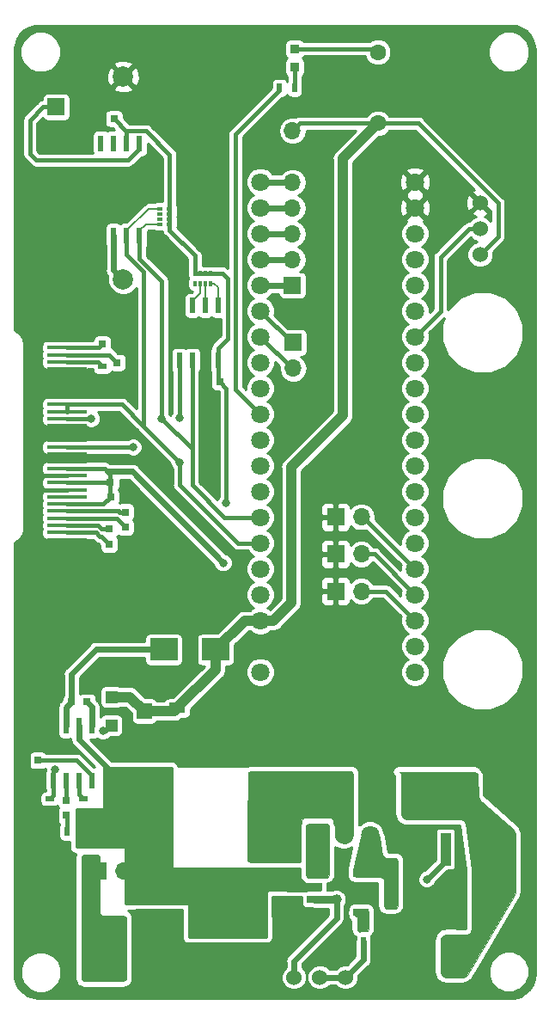
<source format=gtl>
G04 #@! TF.GenerationSoftware,KiCad,Pcbnew,5.0.1*
G04 #@! TF.CreationDate,2019-02-07T01:14:43+00:00*
G04 #@! TF.ProjectId,nixie_control_board,6E697869655F636F6E74726F6C5F626F,rev?*
G04 #@! TF.SameCoordinates,Original*
G04 #@! TF.FileFunction,Copper,L1,Top,Signal*
G04 #@! TF.FilePolarity,Positive*
%FSLAX46Y46*%
G04 Gerber Fmt 4.6, Leading zero omitted, Abs format (unit mm)*
G04 Created by KiCad (PCBNEW 5.0.1) date Do 07 Feb 2019 01:14:43 UTC*
%MOMM*%
%LPD*%
G01*
G04 APERTURE LIST*
G04 #@! TA.AperFunction,ComponentPad*
%ADD10C,2.000000*%
G04 #@! TD*
G04 #@! TA.AperFunction,SMDPad,CuDef*
%ADD11R,1.524000X0.760000*%
G04 #@! TD*
G04 #@! TA.AperFunction,SMDPad,CuDef*
%ADD12R,0.800000X0.750000*%
G04 #@! TD*
G04 #@! TA.AperFunction,SMDPad,CuDef*
%ADD13R,1.600000X1.000000*%
G04 #@! TD*
G04 #@! TA.AperFunction,SMDPad,CuDef*
%ADD14R,2.700000X2.550000*%
G04 #@! TD*
G04 #@! TA.AperFunction,SMDPad,CuDef*
%ADD15R,4.000000X0.400000*%
G04 #@! TD*
G04 #@! TA.AperFunction,ComponentPad*
%ADD16C,1.524000*%
G04 #@! TD*
G04 #@! TA.AperFunction,SMDPad,CuDef*
%ADD17R,4.000000X6.000000*%
G04 #@! TD*
G04 #@! TA.AperFunction,SMDPad,CuDef*
%ADD18R,0.400000X0.500000*%
G04 #@! TD*
G04 #@! TA.AperFunction,SMDPad,CuDef*
%ADD19R,0.300000X0.500000*%
G04 #@! TD*
G04 #@! TA.AperFunction,ComponentPad*
%ADD20C,1.800000*%
G04 #@! TD*
G04 #@! TA.AperFunction,SMDPad,CuDef*
%ADD21R,0.599440X1.625000*%
G04 #@! TD*
G04 #@! TA.AperFunction,SMDPad,CuDef*
%ADD22R,0.500000X0.400000*%
G04 #@! TD*
G04 #@! TA.AperFunction,SMDPad,CuDef*
%ADD23R,0.500000X0.300000*%
G04 #@! TD*
G04 #@! TA.AperFunction,SMDPad,CuDef*
%ADD24R,0.599440X1.549400*%
G04 #@! TD*
G04 #@! TA.AperFunction,ComponentPad*
%ADD25R,1.300000X1.300000*%
G04 #@! TD*
G04 #@! TA.AperFunction,ComponentPad*
%ADD26C,1.300000*%
G04 #@! TD*
G04 #@! TA.AperFunction,ComponentPad*
%ADD27C,1.998980*%
G04 #@! TD*
G04 #@! TA.AperFunction,ComponentPad*
%ADD28R,1.998980X1.998980*%
G04 #@! TD*
G04 #@! TA.AperFunction,ComponentPad*
%ADD29C,2.300000*%
G04 #@! TD*
G04 #@! TA.AperFunction,SMDPad,CuDef*
%ADD30R,1.000000X3.200000*%
G04 #@! TD*
G04 #@! TA.AperFunction,SMDPad,CuDef*
%ADD31R,0.500000X0.900000*%
G04 #@! TD*
G04 #@! TA.AperFunction,SMDPad,CuDef*
%ADD32R,2.500000X1.000000*%
G04 #@! TD*
G04 #@! TA.AperFunction,ComponentPad*
%ADD33R,1.700000X1.700000*%
G04 #@! TD*
G04 #@! TA.AperFunction,SMDPad,CuDef*
%ADD34R,0.750000X0.800000*%
G04 #@! TD*
G04 #@! TA.AperFunction,SMDPad,CuDef*
%ADD35R,2.700000X2.200000*%
G04 #@! TD*
G04 #@! TA.AperFunction,SMDPad,CuDef*
%ADD36R,0.900000X0.500000*%
G04 #@! TD*
G04 #@! TA.AperFunction,SMDPad,CuDef*
%ADD37R,1.200000X1.200000*%
G04 #@! TD*
G04 #@! TA.AperFunction,SMDPad,CuDef*
%ADD38R,1.500000X1.600000*%
G04 #@! TD*
G04 #@! TA.AperFunction,ComponentPad*
%ADD39O,1.700000X1.700000*%
G04 #@! TD*
G04 #@! TA.AperFunction,ComponentPad*
%ADD40C,1.600000*%
G04 #@! TD*
G04 #@! TA.AperFunction,SMDPad,CuDef*
%ADD41R,0.914400X0.914400*%
G04 #@! TD*
G04 #@! TA.AperFunction,ViaPad*
%ADD42C,0.800000*%
G04 #@! TD*
G04 #@! TA.AperFunction,ViaPad*
%ADD43C,1.000000*%
G04 #@! TD*
G04 #@! TA.AperFunction,Conductor*
%ADD44C,0.600000*%
G04 #@! TD*
G04 #@! TA.AperFunction,Conductor*
%ADD45C,1.000000*%
G04 #@! TD*
G04 #@! TA.AperFunction,Conductor*
%ADD46C,0.400000*%
G04 #@! TD*
G04 #@! TA.AperFunction,Conductor*
%ADD47C,0.200000*%
G04 #@! TD*
G04 #@! TA.AperFunction,Conductor*
%ADD48C,1.600000*%
G04 #@! TD*
G04 #@! TA.AperFunction,Conductor*
%ADD49C,0.800000*%
G04 #@! TD*
G04 #@! TA.AperFunction,Conductor*
%ADD50C,0.030000*%
G04 #@! TD*
G04 #@! TA.AperFunction,Conductor*
%ADD51C,0.150000*%
G04 #@! TD*
G04 #@! TA.AperFunction,Conductor*
%ADD52C,0.254000*%
G04 #@! TD*
G04 APERTURE END LIST*
D10*
G04 #@! TO.P,BT1,1*
G04 #@! TO.N,Net-(BT1-Pad1)*
X131840000Y-75620000D03*
G04 #@! TO.P,BT1,2*
G04 #@! TO.N,GND*
X131840000Y-55620000D03*
G04 #@! TD*
D11*
G04 #@! TO.P,U3,1*
G04 #@! TO.N,Net-(Q1-Pad2)*
X150700000Y-134134000D03*
G04 #@! TO.P,U3,2*
G04 #@! TO.N,+12V*
X150700000Y-135404000D03*
G04 #@! TO.P,U3,3*
G04 #@! TO.N,Net-(R2-Pad2)*
X150700000Y-136674000D03*
G04 #@! TO.P,U3,4*
G04 #@! TO.N,GND*
X150700000Y-137944000D03*
G04 #@! TO.P,U3,5*
G04 #@! TO.N,Net-(C5-Pad1)*
X155300000Y-137944000D03*
G04 #@! TO.P,U3,6*
G04 #@! TO.N,GND*
X155300000Y-136674000D03*
G04 #@! TO.P,U3,7*
X155300000Y-135404000D03*
G04 #@! TO.P,U3,8*
G04 #@! TO.N,Net-(Q1-Pad3)*
X155300000Y-134134000D03*
G04 #@! TD*
D12*
G04 #@! TO.P,C5,1*
G04 #@! TO.N,Net-(C5-Pad1)*
X155510000Y-139290000D03*
G04 #@! TO.P,C5,2*
G04 #@! TO.N,GND*
X154010000Y-139290000D03*
G04 #@! TD*
D13*
G04 #@! TO.P,C7,2*
G04 #@! TO.N,GND*
X160300000Y-130980000D03*
G04 #@! TO.P,C7,1*
G04 #@! TO.N,Net-(C6-Pad1)*
X160300000Y-127980000D03*
G04 #@! TD*
G04 #@! TO.P,C23,1*
G04 #@! TO.N,GND*
X137180000Y-120810000D03*
G04 #@! TO.P,C23,2*
G04 #@! TO.N,+5V*
X137180000Y-117810000D03*
G04 #@! TD*
D14*
G04 #@! TO.P,C10,1*
G04 #@! TO.N,+12V*
X140570000Y-138315000D03*
G04 #@! TO.P,C10,2*
G04 #@! TO.N,GND*
X140570000Y-144665000D03*
G04 #@! TD*
D15*
G04 #@! TO.P,U7,30*
G04 #@! TO.N,GND*
X126330000Y-80920058D03*
G04 #@! TO.P,U7,29*
X126330000Y-81620056D03*
G04 #@! TO.P,U7,25*
X126330000Y-84420048D03*
G04 #@! TO.P,U7,27*
G04 #@! TO.N,Net-(C14-Pad1)*
X126330000Y-83020052D03*
G04 #@! TO.P,U7,15*
G04 #@! TO.N,GND*
X126330000Y-91420028D03*
G04 #@! TO.P,U7,19*
G04 #@! TO.N,SDA*
X126330000Y-88620036D03*
G04 #@! TO.P,U7,13*
G04 #@! TO.N,GND*
X126330000Y-92820024D03*
G04 #@! TO.P,U7,21*
X126330000Y-87220040D03*
G04 #@! TO.P,U7,23*
X126330000Y-85820044D03*
G04 #@! TO.P,U7,17*
X126330000Y-90020032D03*
G04 #@! TO.P,U7,28*
G04 #@! TO.N,Net-(C12-Pad1)*
X126330000Y-82320054D03*
G04 #@! TO.P,U7,26*
G04 #@! TO.N,Net-(R6-Pad1)*
X126330000Y-83720050D03*
G04 #@! TO.P,U7,24*
G04 #@! TO.N,GND*
X126330000Y-85120046D03*
G04 #@! TO.P,U7,10*
X126330000Y-94920018D03*
G04 #@! TO.P,U7,2*
G04 #@! TO.N,Net-(C15-Pad1)*
X126330000Y-100520002D03*
G04 #@! TO.P,U7,4*
G04 #@! TO.N,Net-(C16-Pad1)*
X126330000Y-99120006D03*
G04 #@! TO.P,U7,7*
G04 #@! TO.N,Net-(U7-Pad7)*
X126330000Y-97020012D03*
G04 #@! TO.P,U7,6*
G04 #@! TO.N,+3V3*
X126330000Y-97720010D03*
G04 #@! TO.P,U7,18*
G04 #@! TO.N,SCL*
X126330000Y-89320034D03*
G04 #@! TO.P,U7,14*
G04 #@! TO.N,DISP_RESET*
X126330000Y-92120026D03*
G04 #@! TO.P,U7,12*
G04 #@! TO.N,GND*
X126330000Y-93520022D03*
G04 #@! TO.P,U7,20*
G04 #@! TO.N,SDA*
X126330000Y-87920038D03*
G04 #@! TO.P,U7,22*
G04 #@! TO.N,GND*
X126330000Y-86520042D03*
G04 #@! TO.P,U7,16*
X126330000Y-90720030D03*
G04 #@! TO.P,U7,11*
G04 #@! TO.N,+3V3*
X126330000Y-94220020D03*
G04 #@! TO.P,U7,9*
X126330000Y-95620016D03*
G04 #@! TO.P,U7,8*
G04 #@! TO.N,GND*
X126330000Y-96320014D03*
G04 #@! TO.P,U7,5*
G04 #@! TO.N,Net-(C16-Pad2)*
X126330000Y-98420008D03*
G04 #@! TO.P,U7,3*
G04 #@! TO.N,Net-(C15-Pad2)*
X126330000Y-99820004D03*
G04 #@! TO.P,U7,1*
G04 #@! TO.N,GND*
X126330000Y-101220000D03*
G04 #@! TD*
D16*
G04 #@! TO.P,U5,1*
G04 #@! TO.N,+5V*
X167010000Y-73140000D03*
G04 #@! TO.P,U5,2*
G04 #@! TO.N,DHT*
X167010000Y-70600000D03*
G04 #@! TO.P,U5,3*
G04 #@! TO.N,GND*
X167010000Y-68060000D03*
G04 #@! TD*
D17*
G04 #@! TO.P,L1,1*
G04 #@! TO.N,+12V*
X134192000Y-128628000D03*
G04 #@! TO.P,L1,2*
G04 #@! TO.N,Net-(D1-Pad2)*
X146192000Y-128628000D03*
G04 #@! TD*
D18*
G04 #@! TO.P,RP2,1*
G04 #@! TO.N,+5V*
X140420000Y-75010000D03*
D19*
G04 #@! TO.P,RP2,3*
X139420000Y-75010000D03*
G04 #@! TO.P,RP2,2*
X139920000Y-75010000D03*
D18*
G04 #@! TO.P,RP2,4*
X138920000Y-75010000D03*
D19*
G04 #@! TO.P,RP2,7*
G04 #@! TO.N,Net-(RP2-Pad7)*
X139920000Y-76010000D03*
D18*
G04 #@! TO.P,RP2,8*
G04 #@! TO.N,Net-(RP2-Pad8)*
X140420000Y-76010000D03*
D19*
G04 #@! TO.P,RP2,6*
G04 #@! TO.N,Net-(RP2-Pad6)*
X139420000Y-76010000D03*
D18*
G04 #@! TO.P,RP2,5*
G04 #@! TO.N,Net-(RP2-Pad5)*
X138920000Y-76010000D03*
G04 #@! TD*
D20*
G04 #@! TO.P,MCU1,1*
G04 #@! TO.N,GND*
X160600000Y-66020000D03*
G04 #@! TO.P,MCU1,2*
X160600000Y-68560000D03*
G04 #@! TO.P,MCU1,3*
G04 #@! TO.N,Net-(MCU1-Pad3)*
X160600000Y-71100000D03*
G04 #@! TO.P,MCU1,4*
G04 #@! TO.N,Net-(MCU1-Pad4)*
X160600000Y-73640000D03*
G04 #@! TO.P,MCU1,5*
G04 #@! TO.N,SDA2*
X160600000Y-76180000D03*
G04 #@! TO.P,MCU1,6*
G04 #@! TO.N,SCL2*
X160600000Y-78720000D03*
G04 #@! TO.P,MCU1,7*
G04 #@! TO.N,DHT*
X160600000Y-81260000D03*
G04 #@! TO.P,MCU1,8*
G04 #@! TO.N,Net-(MCU1-Pad8)*
X160600000Y-83800000D03*
G04 #@! TO.P,MCU1,9*
G04 #@! TO.N,MOSI*
X160600000Y-86340000D03*
G04 #@! TO.P,MCU1,10*
G04 #@! TO.N,Net-(MCU1-Pad10)*
X160600000Y-88880000D03*
G04 #@! TO.P,MCU1,11*
G04 #@! TO.N,SCK*
X160600000Y-91420000D03*
G04 #@! TO.P,MCU1,12*
G04 #@! TO.N,Net-(MCU1-Pad12)*
X160600000Y-93960000D03*
G04 #@! TO.P,MCU1,13*
G04 #@! TO.N,Net-(MCU1-Pad13)*
X160600000Y-96500000D03*
G04 #@! TO.P,MCU1,14*
G04 #@! TO.N,Net-(MCU1-Pad14)*
X160600000Y-99040000D03*
G04 #@! TO.P,MCU1,15*
G04 #@! TO.N,Net-(MCU1-Pad15)*
X160600000Y-101580000D03*
G04 #@! TO.P,MCU1,16*
G04 #@! TO.N,BUTTON_3*
X160600000Y-104120000D03*
G04 #@! TO.P,MCU1,17*
G04 #@! TO.N,BUTTON_2*
X160600000Y-106660000D03*
G04 #@! TO.P,MCU1,18*
G04 #@! TO.N,BUTTON_1*
X160600000Y-109200000D03*
G04 #@! TO.P,MCU1,19*
G04 #@! TO.N,Net-(MCU1-Pad19)*
X160600000Y-111740000D03*
G04 #@! TO.P,MCU1,20*
G04 #@! TO.N,Net-(MCU1-Pad20)*
X160600000Y-114280000D03*
G04 #@! TO.P,MCU1,21*
G04 #@! TO.N,+3V3*
X145360000Y-114280000D03*
G04 #@! TO.P,MCU1,22*
G04 #@! TO.N,GND*
X145360000Y-111740000D03*
G04 #@! TO.P,MCU1,23*
G04 #@! TO.N,+5V*
X145360000Y-109200000D03*
G04 #@! TO.P,MCU1,24*
G04 #@! TO.N,Net-(MCU1-Pad24)*
X145360000Y-106660000D03*
G04 #@! TO.P,MCU1,25*
G04 #@! TO.N,Net-(MCU1-Pad25)*
X145360000Y-104120000D03*
G04 #@! TO.P,MCU1,26*
G04 #@! TO.N,SDA*
X145360000Y-101580000D03*
G04 #@! TO.P,MCU1,27*
G04 #@! TO.N,SCL*
X145360000Y-99040000D03*
G04 #@! TO.P,MCU1,28*
G04 #@! TO.N,DISP_RESET*
X145360000Y-96500000D03*
G04 #@! TO.P,MCU1,29*
G04 #@! TO.N,Net-(MCU1-Pad29)*
X145360000Y-93960000D03*
G04 #@! TO.P,MCU1,30*
G04 #@! TO.N,Net-(MCU1-Pad30)*
X145360000Y-91420000D03*
G04 #@! TO.P,MCU1,31*
G04 #@! TO.N,BUZZER*
X145360000Y-88880000D03*
G04 #@! TO.P,MCU1,32*
G04 #@! TO.N,Net-(MCU1-Pad32)*
X145360000Y-86340000D03*
G04 #@! TO.P,MCU1,33*
G04 #@! TO.N,Net-(MCU1-Pad33)*
X145360000Y-83800000D03*
G04 #@! TO.P,MCU1,34*
G04 #@! TO.N,RX*
X145360000Y-81260000D03*
G04 #@! TO.P,MCU1,35*
G04 #@! TO.N,TX*
X145360000Y-78720000D03*
G04 #@! TO.P,MCU1,36*
G04 #@! TO.N,SHIFT_CLEAR*
X145360000Y-76180000D03*
G04 #@! TO.P,MCU1,37*
G04 #@! TO.N,SHIFT_OUT_ENABLE*
X145360000Y-73640000D03*
G04 #@! TO.P,MCU1,38*
G04 #@! TO.N,SHIFT_LATCH_CLOCK*
X145360000Y-71100000D03*
G04 #@! TO.P,MCU1,39*
G04 #@! TO.N,SHIFT_SERIAL_CLOCK*
X145360000Y-68560000D03*
G04 #@! TO.P,MCU1,40*
G04 #@! TO.N,SHIFT_SER_OUT*
X145360000Y-66020000D03*
G04 #@! TD*
D21*
G04 #@! TO.P,U1,16*
G04 #@! TO.N,SCL*
X133450000Y-71325000D03*
G04 #@! TO.P,U1,15*
G04 #@! TO.N,SDA*
X132180000Y-71325000D03*
G04 #@! TO.P,U1,14*
G04 #@! TO.N,Net-(BT1-Pad1)*
X130910000Y-71325000D03*
G04 #@! TO.P,U1,13*
G04 #@! TO.N,GND*
X129640000Y-71325000D03*
G04 #@! TO.P,U1,12*
X128370000Y-71325000D03*
G04 #@! TO.P,U1,11*
X127100000Y-71325000D03*
G04 #@! TO.P,U1,10*
X125830000Y-71325000D03*
G04 #@! TO.P,U1,9*
X124560000Y-71325000D03*
G04 #@! TO.P,U1,8*
X124560000Y-62200000D03*
G04 #@! TO.P,U1,7*
X125830000Y-62200000D03*
G04 #@! TO.P,U1,6*
X127100000Y-62200000D03*
G04 #@! TO.P,U1,5*
X128370000Y-62200000D03*
G04 #@! TO.P,U1,4*
G04 #@! TO.N,Net-(U1-Pad4)*
X129640000Y-62200000D03*
G04 #@! TO.P,U1,3*
G04 #@! TO.N,SQW*
X130910000Y-62200000D03*
G04 #@! TO.P,U1,2*
G04 #@! TO.N,+5V*
X132180000Y-62200000D03*
G04 #@! TO.P,U1,1*
G04 #@! TO.N,Net-(P5-Pad1)*
X133450000Y-62200000D03*
G04 #@! TD*
D12*
G04 #@! TO.P,C1,1*
G04 #@! TO.N,+5V*
X141370000Y-85710000D03*
G04 #@! TO.P,C1,2*
G04 #@! TO.N,GND*
X139870000Y-85710000D03*
G04 #@! TD*
G04 #@! TO.P,C2,1*
G04 #@! TO.N,GND*
X129440000Y-59780000D03*
G04 #@! TO.P,C2,2*
G04 #@! TO.N,+5V*
X130940000Y-59780000D03*
G04 #@! TD*
D22*
G04 #@! TO.P,RP1,1*
G04 #@! TO.N,+5V*
X136420000Y-70150000D03*
D23*
G04 #@! TO.P,RP1,3*
X136420000Y-69150000D03*
G04 #@! TO.P,RP1,2*
X136420000Y-69650000D03*
D22*
G04 #@! TO.P,RP1,4*
X136420000Y-68650000D03*
D23*
G04 #@! TO.P,RP1,7*
G04 #@! TO.N,Net-(RP1-Pad7)*
X135420000Y-69650000D03*
D22*
G04 #@! TO.P,RP1,8*
G04 #@! TO.N,SCL*
X135420000Y-70150000D03*
D23*
G04 #@! TO.P,RP1,6*
G04 #@! TO.N,Net-(RP1-Pad6)*
X135420000Y-69150000D03*
D22*
G04 #@! TO.P,RP1,5*
G04 #@! TO.N,SDA*
X135420000Y-68650000D03*
G04 #@! TD*
D24*
G04 #@! TO.P,U2,1*
G04 #@! TO.N,Net-(RP2-Pad8)*
X141192460Y-78172520D03*
G04 #@! TO.P,U2,2*
G04 #@! TO.N,Net-(RP2-Pad7)*
X139922460Y-78172520D03*
G04 #@! TO.P,U2,3*
G04 #@! TO.N,Net-(RP2-Pad6)*
X138657540Y-78172520D03*
G04 #@! TO.P,U2,4*
G04 #@! TO.N,GND*
X137387540Y-78172520D03*
G04 #@! TO.P,U2,5*
G04 #@! TO.N,SDA*
X137387540Y-83567480D03*
G04 #@! TO.P,U2,6*
G04 #@! TO.N,SCL*
X138657540Y-83567480D03*
G04 #@! TO.P,U2,7*
G04 #@! TO.N,GND*
X139922460Y-83567480D03*
G04 #@! TO.P,U2,8*
G04 #@! TO.N,+5V*
X141192460Y-83567480D03*
G04 #@! TD*
D25*
G04 #@! TO.P,C6,1*
G04 #@! TO.N,Net-(C6-Pad1)*
X164980000Y-125260000D03*
D26*
G04 #@! TO.P,C6,2*
G04 #@! TO.N,GND*
X168780000Y-125260000D03*
G04 #@! TD*
D27*
G04 #@! TO.P,D1,2*
G04 #@! TO.N,Net-(D1-Pad2)*
X150460000Y-125290000D03*
D28*
G04 #@! TO.P,D1,1*
G04 #@! TO.N,Net-(C6-Pad1)*
X160620000Y-125290000D03*
G04 #@! TD*
D29*
G04 #@! TO.P,P1,1*
G04 #@! TO.N,+12P*
X130110000Y-142980000D03*
G04 #@! TO.P,P1,2*
G04 #@! TO.N,GND*
X135110000Y-142980000D03*
G04 #@! TD*
G04 #@! TO.P,P2,1*
G04 #@! TO.N,GND*
X159510000Y-142990000D03*
G04 #@! TO.P,P2,2*
G04 #@! TO.N,Net-(C6-Pad1)*
X164510000Y-142990000D03*
G04 #@! TD*
D30*
G04 #@! TO.P,R1,1*
G04 #@! TO.N,Net-(Q1-Pad3)*
X158230000Y-135750000D03*
G04 #@! TO.P,R1,2*
G04 #@! TO.N,GND*
X164430000Y-135750000D03*
G04 #@! TD*
D16*
G04 #@! TO.P,RV1,2*
G04 #@! TO.N,Net-(R3-Pad1)*
X151240000Y-144340000D03*
G04 #@! TO.P,RV1,3*
X153780000Y-144340000D03*
G04 #@! TO.P,RV1,1*
G04 #@! TO.N,Net-(R2-Pad2)*
X148700000Y-144340000D03*
G04 #@! TD*
D12*
G04 #@! TO.P,C4,2*
G04 #@! TO.N,GND*
X147160000Y-138060000D03*
G04 #@! TO.P,C4,1*
G04 #@! TO.N,+12V*
X145660000Y-138060000D03*
G04 #@! TD*
D31*
G04 #@! TO.P,R3,1*
G04 #@! TO.N,Net-(R3-Pad1)*
X155530000Y-140790000D03*
G04 #@! TO.P,R3,2*
G04 #@! TO.N,GND*
X154030000Y-140790000D03*
G04 #@! TD*
D32*
G04 #@! TO.P,C3,1*
G04 #@! TO.N,+12V*
X144690000Y-139610000D03*
G04 #@! TO.P,C3,2*
G04 #@! TO.N,GND*
X144690000Y-142610000D03*
G04 #@! TD*
D30*
G04 #@! TO.P,R2,1*
G04 #@! TO.N,Net-(C6-Pad1)*
X169830000Y-131720000D03*
G04 #@! TO.P,R2,2*
G04 #@! TO.N,Net-(R2-Pad2)*
X163630000Y-131720000D03*
G04 #@! TD*
D20*
G04 #@! TO.P,Q1,2*
G04 #@! TO.N,Net-(Q1-Pad2)*
X151100000Y-130290000D03*
G04 #@! TO.P,Q1,1*
G04 #@! TO.N,Net-(D1-Pad2)*
X153640000Y-130290000D03*
G04 #@! TO.P,Q1,3*
G04 #@! TO.N,Net-(Q1-Pad3)*
X156180000Y-130290000D03*
G04 #@! TD*
D33*
G04 #@! TO.P,P5,1*
G04 #@! TO.N,Net-(P5-Pad1)*
X125220000Y-58620000D03*
G04 #@! TD*
D12*
G04 #@! TO.P,C11,1*
G04 #@! TO.N,+3V3*
X130580000Y-95570000D03*
G04 #@! TO.P,C11,2*
G04 #@! TO.N,GND*
X132080000Y-95570000D03*
G04 #@! TD*
D34*
G04 #@! TO.P,C12,2*
G04 #@! TO.N,GND*
X129800000Y-80470000D03*
G04 #@! TO.P,C12,1*
G04 #@! TO.N,Net-(C12-Pad1)*
X129800000Y-81970000D03*
G04 #@! TD*
D12*
G04 #@! TO.P,C13,2*
G04 #@! TO.N,GND*
X132090000Y-97010000D03*
G04 #@! TO.P,C13,1*
G04 #@! TO.N,+3V3*
X130590000Y-97010000D03*
G04 #@! TD*
D34*
G04 #@! TO.P,C14,2*
G04 #@! TO.N,GND*
X131240000Y-82290000D03*
G04 #@! TO.P,C14,1*
G04 #@! TO.N,Net-(C14-Pad1)*
X131240000Y-83790000D03*
G04 #@! TD*
G04 #@! TO.P,C15,1*
G04 #@! TO.N,Net-(C15-Pad1)*
X130480000Y-101700000D03*
G04 #@! TO.P,C15,2*
G04 #@! TO.N,Net-(C15-Pad2)*
X130480000Y-100200000D03*
G04 #@! TD*
G04 #@! TO.P,C16,1*
G04 #@! TO.N,Net-(C16-Pad1)*
X132080000Y-100010000D03*
G04 #@! TO.P,C16,2*
G04 #@! TO.N,Net-(C16-Pad2)*
X132080000Y-98510000D03*
G04 #@! TD*
D32*
G04 #@! TO.P,C19,1*
G04 #@! TO.N,+12V*
X131360000Y-124360000D03*
G04 #@! TO.P,C19,2*
G04 #@! TO.N,GND*
X131360000Y-121360000D03*
G04 #@! TD*
D34*
G04 #@! TO.P,C20,1*
G04 #@! TO.N,GND*
X123460000Y-121460000D03*
G04 #@! TO.P,C20,2*
G04 #@! TO.N,Net-(C20-Pad2)*
X123460000Y-122960000D03*
G04 #@! TD*
D12*
G04 #@! TO.P,C21,2*
G04 #@! TO.N,Net-(C21-Pad2)*
X128260000Y-117210000D03*
G04 #@! TO.P,C21,1*
G04 #@! TO.N,Net-(C21-Pad1)*
X126760000Y-117210000D03*
G04 #@! TD*
D34*
G04 #@! TO.P,C22,2*
G04 #@! TO.N,Net-(C22-Pad2)*
X126250000Y-126890000D03*
G04 #@! TO.P,C22,1*
G04 #@! TO.N,Net-(C22-Pad1)*
X126250000Y-128390000D03*
G04 #@! TD*
D35*
G04 #@! TO.P,L2,1*
G04 #@! TO.N,Net-(C21-Pad1)*
X135850000Y-112050000D03*
G04 #@! TO.P,L2,2*
G04 #@! TO.N,+5V*
X140950000Y-112050000D03*
G04 #@! TD*
D36*
G04 #@! TO.P,R6,2*
G04 #@! TO.N,GND*
X129800000Y-85680000D03*
G04 #@! TO.P,R6,1*
G04 #@! TO.N,Net-(R6-Pad1)*
X129800000Y-84180000D03*
G04 #@! TD*
G04 #@! TO.P,R9,1*
G04 #@! TO.N,Net-(R9-Pad1)*
X127900000Y-126750000D03*
G04 #@! TO.P,R9,2*
G04 #@! TO.N,+12V*
X127900000Y-128250000D03*
G04 #@! TD*
D31*
G04 #@! TO.P,R10,2*
G04 #@! TO.N,Net-(C22-Pad1)*
X126270000Y-129980000D03*
G04 #@! TO.P,R10,1*
G04 #@! TO.N,GND*
X124770000Y-129980000D03*
G04 #@! TD*
D36*
G04 #@! TO.P,R11,1*
G04 #@! TO.N,GND*
X124620000Y-128250000D03*
G04 #@! TO.P,R11,2*
G04 #@! TO.N,Net-(R11-Pad2)*
X124620000Y-126750000D03*
G04 #@! TD*
D37*
G04 #@! TO.P,RV2,1*
G04 #@! TO.N,+5V*
X130690000Y-116720000D03*
G04 #@! TO.P,RV2,3*
G04 #@! TO.N,Net-(R11-Pad2)*
X130690000Y-119520000D03*
D38*
G04 #@! TO.P,RV2,2*
G04 #@! TO.N,+5V*
X133930000Y-118120000D03*
G04 #@! TD*
D33*
G04 #@! TO.P,SW4,1*
G04 #@! TO.N,+12P*
X129380000Y-133870000D03*
D39*
G04 #@! TO.P,SW4,2*
G04 #@! TO.N,+12V*
X131920000Y-133870000D03*
G04 #@! TD*
D24*
G04 #@! TO.P,U8,1*
G04 #@! TO.N,Net-(C21-Pad2)*
X128762460Y-119552520D03*
G04 #@! TO.P,U8,2*
G04 #@! TO.N,+12V*
X127492460Y-119552520D03*
G04 #@! TO.P,U8,3*
G04 #@! TO.N,Net-(C21-Pad1)*
X126227540Y-119552520D03*
G04 #@! TO.P,U8,4*
G04 #@! TO.N,GND*
X124957540Y-119552520D03*
G04 #@! TO.P,U8,5*
G04 #@! TO.N,Net-(R11-Pad2)*
X124957540Y-124947480D03*
G04 #@! TO.P,U8,6*
G04 #@! TO.N,Net-(C22-Pad2)*
X126227540Y-124947480D03*
G04 #@! TO.P,U8,7*
G04 #@! TO.N,Net-(R9-Pad1)*
X127492460Y-124947480D03*
G04 #@! TO.P,U8,8*
G04 #@! TO.N,Net-(C20-Pad2)*
X128762460Y-124947480D03*
G04 #@! TD*
D40*
G04 #@! TO.P,BZ1,1*
G04 #@! TO.N,+5V*
X156940000Y-60230000D03*
G04 #@! TO.P,BZ1,2*
G04 #@! TO.N,Net-(BZ1-Pad2)*
X156940000Y-53230000D03*
G04 #@! TD*
D41*
G04 #@! TO.P,Q2,1*
G04 #@! TO.N,Net-(Q2-Pad1)*
X148746000Y-54679000D03*
G04 #@! TO.P,Q2,2*
G04 #@! TO.N,Net-(BZ1-Pad2)*
X148746000Y-52901000D03*
G04 #@! TO.P,Q2,3*
G04 #@! TO.N,GND*
X146729240Y-53790000D03*
G04 #@! TD*
D31*
G04 #@! TO.P,R7,1*
G04 #@! TO.N,Net-(Q2-Pad1)*
X148740000Y-56750000D03*
G04 #@! TO.P,R7,2*
G04 #@! TO.N,BUZZER*
X147240000Y-56750000D03*
G04 #@! TD*
D33*
G04 #@! TO.P,J1,1*
G04 #@! TO.N,SHIFT_CLEAR*
X148520000Y-76190000D03*
D39*
G04 #@! TO.P,J1,2*
G04 #@! TO.N,SHIFT_OUT_ENABLE*
X148520000Y-73650000D03*
G04 #@! TO.P,J1,3*
G04 #@! TO.N,SHIFT_LATCH_CLOCK*
X148520000Y-71110000D03*
G04 #@! TO.P,J1,4*
G04 #@! TO.N,SHIFT_SERIAL_CLOCK*
X148520000Y-68570000D03*
G04 #@! TO.P,J1,5*
G04 #@! TO.N,SHIFT_SER_OUT*
X148520000Y-66030000D03*
G04 #@! TO.P,J1,6*
G04 #@! TO.N,GND*
X148520000Y-63490000D03*
G04 #@! TO.P,J1,7*
G04 #@! TO.N,+5V*
X148520000Y-60950000D03*
G04 #@! TD*
D33*
G04 #@! TO.P,J2,1*
G04 #@! TO.N,TX*
X148590000Y-81810000D03*
D39*
G04 #@! TO.P,J2,2*
G04 #@! TO.N,RX*
X148590000Y-84350000D03*
G04 #@! TD*
D33*
G04 #@! TO.P,P4,1*
G04 #@! TO.N,GND*
X152790000Y-106310000D03*
D39*
G04 #@! TO.P,P4,2*
G04 #@! TO.N,BUTTON_1*
X155330000Y-106310000D03*
G04 #@! TD*
G04 #@! TO.P,P6,2*
G04 #@! TO.N,BUTTON_2*
X155330000Y-102640000D03*
D33*
G04 #@! TO.P,P6,1*
G04 #@! TO.N,GND*
X152790000Y-102640000D03*
G04 #@! TD*
G04 #@! TO.P,P7,1*
G04 #@! TO.N,GND*
X152790000Y-98990000D03*
D39*
G04 #@! TO.P,P7,2*
G04 #@! TO.N,BUTTON_3*
X155330000Y-98990000D03*
G04 #@! TD*
D42*
G04 #@! TO.N,+5V*
X141990000Y-97630000D03*
G04 #@! TO.N,GND*
X140310000Y-88900000D03*
X140310000Y-90390000D03*
G04 #@! TO.N,SCL*
X128700000Y-89330000D03*
X135640000Y-89320000D03*
G04 #@! TO.N,SDA*
X137400000Y-89240000D03*
X137420000Y-93640000D03*
D43*
G04 #@! TO.N,Net-(R2-Pad2)*
X152880000Y-136690000D03*
D42*
X161810000Y-134680000D03*
G04 #@! TO.N,+3V3*
X141690000Y-103504998D03*
G04 #@! TO.N,DISP_RESET*
X132830000Y-92120026D03*
G04 #@! TO.N,Net-(R11-Pad2)*
X125120000Y-123850000D03*
X129880000Y-120090000D03*
G04 #@! TD*
D44*
G04 #@! TO.N,Net-(BT1-Pad1)*
X130910000Y-74690000D02*
X131840000Y-75620000D01*
X130910000Y-71325000D02*
X130910000Y-74690000D01*
D45*
G04 #@! TO.N,+5V*
X132530000Y-116720000D02*
X133930000Y-118120000D01*
X130690000Y-116720000D02*
X132530000Y-116720000D01*
X136870000Y-118120000D02*
X137180000Y-117810000D01*
X133930000Y-118120000D02*
X136870000Y-118120000D01*
X140950000Y-114040000D02*
X137180000Y-117810000D01*
X140950000Y-112050000D02*
X140950000Y-114040000D01*
X143800000Y-109200000D02*
X140950000Y-112050000D01*
X145360000Y-109200000D02*
X143800000Y-109200000D01*
D46*
X141192460Y-85532460D02*
X141370000Y-85710000D01*
X141192460Y-83567480D02*
X141192460Y-85532460D01*
X138920000Y-75010000D02*
X139420000Y-75010000D01*
X139420000Y-75010000D02*
X139920000Y-75010000D01*
X139920000Y-75010000D02*
X140420000Y-75010000D01*
X132180000Y-61020000D02*
X132180000Y-62200000D01*
X130940000Y-59780000D02*
X132180000Y-61020000D01*
X138920000Y-74060000D02*
X138920000Y-75010000D01*
X141192460Y-82392780D02*
X142150000Y-81435240D01*
X141192460Y-83567480D02*
X141192460Y-82392780D01*
X142150000Y-81435240D02*
X142150000Y-75510000D01*
X141650000Y-75010000D02*
X140420000Y-75010000D01*
X142150000Y-75510000D02*
X141650000Y-75010000D01*
X167010000Y-73140000D02*
X168780000Y-71370000D01*
X168780000Y-68110238D02*
X160899762Y-60230000D01*
X158071370Y-60230000D02*
X156940000Y-60230000D01*
X160899762Y-60230000D02*
X158071370Y-60230000D01*
X168780000Y-71370000D02*
X168780000Y-68110238D01*
X149240000Y-60230000D02*
X148520000Y-60950000D01*
X156940000Y-60230000D02*
X149240000Y-60230000D01*
X141990000Y-86330000D02*
X141370000Y-85710000D01*
X141990000Y-97630000D02*
X141990000Y-86330000D01*
D45*
X153470000Y-63700000D02*
X156940000Y-60230000D01*
X153470000Y-89010000D02*
X153470000Y-63700000D01*
X148382792Y-107450000D02*
X148382792Y-94097208D01*
X146632792Y-109200000D02*
X148382792Y-107450000D01*
X148382792Y-94097208D02*
X153470000Y-89010000D01*
X145360000Y-109200000D02*
X146632792Y-109200000D01*
D46*
X136420000Y-63337778D02*
X136420000Y-70150000D01*
X134069721Y-60987499D02*
X136420000Y-63337778D01*
X132180000Y-61020000D02*
X132212501Y-60987499D01*
X132212501Y-60987499D02*
X134069721Y-60987499D01*
X136420000Y-70750000D02*
X138920000Y-73250000D01*
X138920000Y-73250000D02*
X138920000Y-74060000D01*
X136420000Y-70150000D02*
X136420000Y-70750000D01*
G04 #@! TO.N,GND*
X128370000Y-60850000D02*
X128370000Y-62200000D01*
X129440000Y-59780000D02*
X128370000Y-60850000D01*
X126330000Y-96320014D02*
X123720014Y-96320014D01*
X123930000Y-94920018D02*
X123929982Y-94920000D01*
X126330000Y-94920018D02*
X123930000Y-94920018D01*
X139922460Y-85657540D02*
X139870000Y-85710000D01*
X139922460Y-83567480D02*
X139922460Y-85657540D01*
G04 #@! TO.N,SCL*
X126330000Y-89320034D02*
X128690034Y-89320034D01*
X128690034Y-89320034D02*
X128700000Y-89330000D01*
X138657540Y-83567480D02*
X138657540Y-92337540D01*
X145360000Y-99040000D02*
X141820000Y-99040000D01*
X138630000Y-95850000D02*
X138630000Y-92310000D01*
X141820000Y-99040000D02*
X138630000Y-95850000D01*
X135640000Y-89320000D02*
X138630000Y-92310000D01*
X135640000Y-88754315D02*
X135640000Y-89320000D01*
X133450000Y-73581458D02*
X135640000Y-75771458D01*
X135640000Y-75771458D02*
X135640000Y-88754315D01*
X133450000Y-71325000D02*
X133450000Y-73581458D01*
D47*
X133450000Y-70812220D02*
X133450000Y-71325000D01*
X134112220Y-70150000D02*
X133450000Y-70812220D01*
X135420000Y-70150000D02*
X134112220Y-70150000D01*
D46*
G04 #@! TO.N,SDA*
X131700038Y-87920038D02*
X126330000Y-87920038D01*
X126330000Y-87920038D02*
X126330000Y-88620036D01*
X133860000Y-90080000D02*
X131700038Y-87920038D01*
X134770000Y-90990000D02*
X133860000Y-90080000D01*
X137387540Y-83567480D02*
X137387540Y-89227540D01*
X137387540Y-89227540D02*
X137400000Y-89240000D01*
X137420000Y-93640000D02*
X134770000Y-90990000D01*
X145360000Y-101580000D02*
X143140000Y-101580000D01*
X137420000Y-95860000D02*
X137420000Y-93640000D01*
X143140000Y-101580000D02*
X137420000Y-95860000D01*
X132180000Y-73160000D02*
X132180000Y-71325000D01*
X133860000Y-90080000D02*
X133860000Y-74840000D01*
X133860000Y-74840000D02*
X132180000Y-73160000D01*
D47*
X134342220Y-68650000D02*
X134970000Y-68650000D01*
X132180000Y-70812220D02*
X134342220Y-68650000D01*
X134970000Y-68650000D02*
X135420000Y-68650000D01*
X132180000Y-71325000D02*
X132180000Y-70812220D01*
G04 #@! TO.N,Net-(RP2-Pad7)*
X139920000Y-78170060D02*
X139922460Y-78172520D01*
X139920000Y-76010000D02*
X139920000Y-78170060D01*
G04 #@! TO.N,Net-(RP2-Pad8)*
X140820000Y-76010000D02*
X140420000Y-76010000D01*
X141192460Y-76382460D02*
X140820000Y-76010000D01*
X141192460Y-78172520D02*
X141192460Y-76382460D01*
G04 #@! TO.N,Net-(RP2-Pad6)*
X138657540Y-77697540D02*
X138657540Y-78172520D01*
X139420000Y-76935080D02*
X138657540Y-77697540D01*
X139420000Y-76010000D02*
X139420000Y-76935080D01*
D48*
G04 #@! TO.N,Net-(D1-Pad2)*
X153640000Y-130290000D02*
X153640000Y-129330000D01*
G04 #@! TO.N,Net-(Q1-Pad3)*
X156180000Y-130290000D02*
X156180000Y-131290000D01*
D49*
G04 #@! TO.N,Net-(R2-Pad2)*
X150700000Y-136674000D02*
X152864000Y-136674000D01*
X152864000Y-136674000D02*
X152880000Y-136690000D01*
D44*
X152880000Y-138530000D02*
X152880000Y-136690000D01*
X148700000Y-144340000D02*
X148700000Y-142710000D01*
X148700000Y-142710000D02*
X152880000Y-138530000D01*
X163630000Y-132860000D02*
X161810000Y-134680000D01*
X163630000Y-131720000D02*
X163630000Y-132860000D01*
G04 #@! TO.N,Net-(R3-Pad1)*
X155530000Y-142590000D02*
X153780000Y-144340000D01*
X155530000Y-140790000D02*
X155530000Y-142590000D01*
X151240000Y-144340000D02*
X153780000Y-144340000D01*
D46*
G04 #@! TO.N,BUTTON_3*
X155470000Y-98990000D02*
X155330000Y-98990000D01*
X160600000Y-104120000D02*
X155470000Y-98990000D01*
G04 #@! TO.N,BUTTON_2*
X156580000Y-102640000D02*
X155330000Y-102640000D01*
X160600000Y-106660000D02*
X156580000Y-102640000D01*
G04 #@! TO.N,BUTTON_1*
X160200000Y-108800000D02*
X160600000Y-109200000D01*
X157710000Y-106310000D02*
X155330000Y-106310000D01*
X160600000Y-109200000D02*
X157710000Y-106310000D01*
D44*
G04 #@! TO.N,SHIFT_LATCH_CLOCK*
X148510000Y-71100000D02*
X148520000Y-71110000D01*
X145360000Y-71100000D02*
X148510000Y-71100000D01*
G04 #@! TO.N,SHIFT_SERIAL_CLOCK*
X148510000Y-68560000D02*
X148520000Y-68570000D01*
X145360000Y-68560000D02*
X148510000Y-68560000D01*
G04 #@! TO.N,SHIFT_SER_OUT*
X148510000Y-66020000D02*
X148520000Y-66030000D01*
X145360000Y-66020000D02*
X148510000Y-66020000D01*
D45*
G04 #@! TO.N,+12V*
X134192000Y-128628000D02*
X134192000Y-127192000D01*
D44*
X134192000Y-128628000D02*
X132440000Y-130380000D01*
X131290000Y-124290000D02*
X131360000Y-124360000D01*
X130925240Y-124360000D02*
X131360000Y-124360000D01*
X127492460Y-120927220D02*
X130925240Y-124360000D01*
X127492460Y-119552520D02*
X127492460Y-120927220D01*
D46*
G04 #@! TO.N,DHT*
X163100000Y-73432370D02*
X163100000Y-78760000D01*
X165932370Y-70600000D02*
X163100000Y-73432370D01*
X167010000Y-70600000D02*
X165932370Y-70600000D01*
X163100000Y-78760000D02*
X160600000Y-81260000D01*
G04 #@! TO.N,Net-(P5-Pad1)*
X133450000Y-62712780D02*
X132312780Y-63850000D01*
X133450000Y-62200000D02*
X133450000Y-62712780D01*
X132312780Y-63850000D02*
X123290000Y-63850000D01*
X123290000Y-63850000D02*
X122660000Y-63220000D01*
X123970000Y-58620000D02*
X125220000Y-58620000D01*
X122660000Y-59930000D02*
X123970000Y-58620000D01*
X122660000Y-63220000D02*
X122660000Y-59930000D01*
G04 #@! TO.N,BUZZER*
X147240000Y-56950000D02*
X142910000Y-61280000D01*
X147240000Y-56750000D02*
X147240000Y-56950000D01*
X142910000Y-86430000D02*
X145360000Y-88880000D01*
X142910000Y-61280000D02*
X142910000Y-86430000D01*
D44*
G04 #@! TO.N,SHIFT_CLEAR*
X148510000Y-76180000D02*
X148520000Y-76190000D01*
X145360000Y-76180000D02*
X148510000Y-76180000D01*
G04 #@! TO.N,SHIFT_OUT_ENABLE*
X148510000Y-73640000D02*
X148520000Y-73650000D01*
X145360000Y-73640000D02*
X148510000Y-73640000D01*
D46*
G04 #@! TO.N,+3V3*
X130529984Y-95620016D02*
X130580000Y-95570000D01*
X126330000Y-95620016D02*
X130529984Y-95620016D01*
X130580000Y-97000000D02*
X130590000Y-97010000D01*
X130580000Y-95570000D02*
X130580000Y-97000000D01*
X129879990Y-97720010D02*
X130590000Y-97010000D01*
X126330000Y-97720010D02*
X129879990Y-97720010D01*
X130580000Y-94795000D02*
X130580000Y-95570000D01*
X126330000Y-94220020D02*
X130005020Y-94220020D01*
D44*
X132710002Y-94525000D02*
X130310000Y-94525000D01*
X141690000Y-103504998D02*
X132710002Y-94525000D01*
D46*
X130005020Y-94220020D02*
X130310000Y-94525000D01*
X130310000Y-94525000D02*
X130580000Y-94795000D01*
D49*
X145340000Y-114260000D02*
X145360000Y-114280000D01*
D46*
G04 #@! TO.N,Net-(C12-Pad1)*
X129449946Y-82320054D02*
X129800000Y-81970000D01*
X126330000Y-82320054D02*
X129449946Y-82320054D01*
G04 #@! TO.N,Net-(C14-Pad1)*
X130470052Y-83020052D02*
X131240000Y-83790000D01*
X126330000Y-83020052D02*
X130470052Y-83020052D01*
G04 #@! TO.N,Net-(C15-Pad1)*
X130480000Y-101675000D02*
X130480000Y-101700000D01*
X129705000Y-100900000D02*
X130480000Y-101675000D01*
X129556458Y-100900000D02*
X129705000Y-100900000D01*
X129176460Y-100520002D02*
X129556458Y-100900000D01*
X126330000Y-100520002D02*
X129176460Y-100520002D01*
G04 #@! TO.N,Net-(C15-Pad2)*
X128730000Y-99820004D02*
X126330000Y-99820004D01*
X129325004Y-99820004D02*
X128730000Y-99820004D01*
X129705000Y-100200000D02*
X129325004Y-99820004D01*
X130480000Y-100200000D02*
X129705000Y-100200000D01*
G04 #@! TO.N,Net-(C16-Pad1)*
X128730000Y-99120006D02*
X126330000Y-99120006D01*
X131215006Y-99120006D02*
X128730000Y-99120006D01*
X132080000Y-99985000D02*
X131215006Y-99120006D01*
X132080000Y-100010000D02*
X132080000Y-99985000D01*
G04 #@! TO.N,Net-(C16-Pad2)*
X131453542Y-98510000D02*
X132080000Y-98510000D01*
X131363550Y-98420008D02*
X131453542Y-98510000D01*
X126330000Y-98420008D02*
X131363550Y-98420008D01*
G04 #@! TO.N,Net-(C20-Pad2)*
X124235000Y-122960000D02*
X123460000Y-122960000D01*
X127249960Y-122960000D02*
X124235000Y-122960000D01*
X128762460Y-124472500D02*
X127249960Y-122960000D01*
X128762460Y-124947480D02*
X128762460Y-124472500D01*
D44*
G04 #@! TO.N,Net-(C21-Pad2)*
X128762460Y-117712460D02*
X128260000Y-117210000D01*
X128762460Y-117712460D02*
X128762460Y-119552520D01*
G04 #@! TO.N,Net-(C21-Pad1)*
X126760000Y-117210000D02*
X126760000Y-114490000D01*
X129200000Y-112050000D02*
X126760000Y-114490000D01*
X135850000Y-112050000D02*
X129200000Y-112050000D01*
X126227540Y-117742460D02*
X126760000Y-117210000D01*
X126227540Y-119552520D02*
X126227540Y-117742460D01*
D46*
G04 #@! TO.N,Net-(C22-Pad2)*
X126227540Y-126867540D02*
X126250000Y-126890000D01*
X126227540Y-124947480D02*
X126227540Y-126867540D01*
G04 #@! TO.N,Net-(C22-Pad1)*
X126270000Y-128410000D02*
X126250000Y-128390000D01*
X126270000Y-129980000D02*
X126270000Y-128410000D01*
G04 #@! TO.N,DISP_RESET*
X132830000Y-92120026D02*
X126330000Y-92120026D01*
G04 #@! TO.N,Net-(R6-Pad1)*
X129340050Y-83720050D02*
X129800000Y-84180000D01*
X126330000Y-83720050D02*
X129340050Y-83720050D01*
G04 #@! TO.N,Net-(R9-Pad1)*
X127492460Y-126342460D02*
X127900000Y-126750000D01*
X127492460Y-124947480D02*
X127492460Y-126342460D01*
G04 #@! TO.N,Net-(R11-Pad2)*
X124957540Y-126412460D02*
X124620000Y-126750000D01*
X124957540Y-124947480D02*
X124957540Y-126412460D01*
X124957540Y-124947480D02*
X124957540Y-124012460D01*
X124957540Y-124012460D02*
X125120000Y-123850000D01*
X130120000Y-120090000D02*
X130690000Y-119520000D01*
X129880000Y-120090000D02*
X130120000Y-120090000D01*
G04 #@! TO.N,Net-(BZ1-Pad2)*
X156611000Y-52901000D02*
X156940000Y-53230000D01*
X148746000Y-52901000D02*
X156611000Y-52901000D01*
G04 #@! TO.N,Net-(Q2-Pad1)*
X148746000Y-56744000D02*
X148740000Y-56750000D01*
X148746000Y-54679000D02*
X148746000Y-56744000D01*
G04 #@! TO.N,RX*
X148450000Y-84350000D02*
X148590000Y-84350000D01*
X145360000Y-81260000D02*
X148450000Y-84350000D01*
G04 #@! TO.N,TX*
X148450000Y-81810000D02*
X148590000Y-81810000D01*
X145360000Y-78720000D02*
X148450000Y-81810000D01*
G04 #@! TD*
D50*
G04 #@! TO.N,Net-(D1-Pad2)*
G36*
X154446065Y-124139457D02*
X154530756Y-124342735D01*
X154545058Y-130225852D01*
X154527106Y-130327448D01*
X154368310Y-130759496D01*
X154223144Y-130920836D01*
X153782291Y-131137972D01*
X153551049Y-131149604D01*
X153088095Y-130976861D01*
X152958158Y-130880662D01*
X152695000Y-130536891D01*
X152695000Y-129490000D01*
X152655798Y-129292918D01*
X152567930Y-129080786D01*
X152553736Y-129059543D01*
X152554096Y-128939977D01*
X152552972Y-128934234D01*
X152465767Y-128721862D01*
X152462530Y-128716986D01*
X152457675Y-128713720D01*
X152245852Y-128625189D01*
X152240117Y-128624029D01*
X149751020Y-128615974D01*
X149745264Y-128617102D01*
X149532504Y-128704625D01*
X149527630Y-128707865D01*
X149524357Y-128712746D01*
X149436146Y-128925221D01*
X149435000Y-128930972D01*
X149435000Y-129146139D01*
X149374202Y-129292918D01*
X149335000Y-129490000D01*
X149335000Y-132937135D01*
X149147017Y-133015000D01*
X144403321Y-133015000D01*
X144199572Y-132930538D01*
X144115337Y-132726696D01*
X144118840Y-129581454D01*
X144142009Y-124310578D01*
X144209031Y-124149047D01*
X144412378Y-124064715D01*
X154242500Y-124055450D01*
X154446065Y-124139457D01*
X154446065Y-124139457D01*
G37*
X154446065Y-124139457D02*
X154530756Y-124342735D01*
X154545058Y-130225852D01*
X154527106Y-130327448D01*
X154368310Y-130759496D01*
X154223144Y-130920836D01*
X153782291Y-131137972D01*
X153551049Y-131149604D01*
X153088095Y-130976861D01*
X152958158Y-130880662D01*
X152695000Y-130536891D01*
X152695000Y-129490000D01*
X152655798Y-129292918D01*
X152567930Y-129080786D01*
X152553736Y-129059543D01*
X152554096Y-128939977D01*
X152552972Y-128934234D01*
X152465767Y-128721862D01*
X152462530Y-128716986D01*
X152457675Y-128713720D01*
X152245852Y-128625189D01*
X152240117Y-128624029D01*
X149751020Y-128615974D01*
X149745264Y-128617102D01*
X149532504Y-128704625D01*
X149527630Y-128707865D01*
X149524357Y-128712746D01*
X149436146Y-128925221D01*
X149435000Y-128930972D01*
X149435000Y-129146139D01*
X149374202Y-129292918D01*
X149335000Y-129490000D01*
X149335000Y-132937135D01*
X149147017Y-133015000D01*
X144403321Y-133015000D01*
X144199572Y-132930538D01*
X144115337Y-132726696D01*
X144118840Y-129581454D01*
X144142009Y-124310578D01*
X144209031Y-124149047D01*
X144412378Y-124064715D01*
X154242500Y-124055450D01*
X154446065Y-124139457D01*
G04 #@! TO.N,Net-(Q1-Pad3)*
G36*
X157010736Y-130372481D02*
X157109247Y-130543324D01*
X157423722Y-132334472D01*
X157425501Y-132339371D01*
X157528061Y-132517236D01*
X157531918Y-132521638D01*
X157535923Y-132523837D01*
X157728843Y-132594094D01*
X157733976Y-132595000D01*
X158656111Y-132595000D01*
X158859706Y-132679307D01*
X158944096Y-132882865D01*
X158945905Y-137266898D01*
X158861599Y-137470609D01*
X158657920Y-137555000D01*
X157802983Y-137555000D01*
X157599348Y-137470652D01*
X157515000Y-137267017D01*
X157515000Y-134790000D01*
X157513858Y-134784260D01*
X157425990Y-134572128D01*
X157422739Y-134567261D01*
X157417872Y-134564010D01*
X157205740Y-134476142D01*
X157200000Y-134475000D01*
X154822983Y-134475000D01*
X154619348Y-134390652D01*
X154535000Y-134187017D01*
X154535000Y-133822996D01*
X154541660Y-133760935D01*
X155242792Y-130532037D01*
X155343548Y-130368826D01*
X155524417Y-130305000D01*
X156825438Y-130305000D01*
X157010736Y-130372481D01*
X157010736Y-130372481D01*
G37*
X157010736Y-130372481D02*
X157109247Y-130543324D01*
X157423722Y-132334472D01*
X157425501Y-132339371D01*
X157528061Y-132517236D01*
X157531918Y-132521638D01*
X157535923Y-132523837D01*
X157728843Y-132594094D01*
X157733976Y-132595000D01*
X158656111Y-132595000D01*
X158859706Y-132679307D01*
X158944096Y-132882865D01*
X158945905Y-137266898D01*
X158861599Y-137470609D01*
X158657920Y-137555000D01*
X157802983Y-137555000D01*
X157599348Y-137470652D01*
X157515000Y-137267017D01*
X157515000Y-134790000D01*
X157513858Y-134784260D01*
X157425990Y-134572128D01*
X157422739Y-134567261D01*
X157417872Y-134564010D01*
X157205740Y-134476142D01*
X157200000Y-134475000D01*
X154822983Y-134475000D01*
X154619348Y-134390652D01*
X154535000Y-134187017D01*
X154535000Y-133822996D01*
X154541660Y-133760935D01*
X155242792Y-130532037D01*
X155343548Y-130368826D01*
X155524417Y-130305000D01*
X156825438Y-130305000D01*
X157010736Y-130372481D01*
G04 #@! TO.N,Net-(Q1-Pad2)*
G36*
X152080652Y-129289348D02*
X152165000Y-129492983D01*
X152165000Y-134217017D01*
X152080652Y-134420652D01*
X151877017Y-134505000D01*
X151492612Y-134505000D01*
X151462000Y-134498911D01*
X150138283Y-134498911D01*
X149949348Y-134420652D01*
X149865000Y-134217017D01*
X149865000Y-129492983D01*
X149949348Y-129289348D01*
X150152983Y-129205000D01*
X151877017Y-129205000D01*
X152080652Y-129289348D01*
X152080652Y-129289348D01*
G37*
X152080652Y-129289348D02*
X152165000Y-129492983D01*
X152165000Y-134217017D01*
X152080652Y-134420652D01*
X151877017Y-134505000D01*
X151492612Y-134505000D01*
X151462000Y-134498911D01*
X150138283Y-134498911D01*
X149949348Y-134420652D01*
X149865000Y-134217017D01*
X149865000Y-129492983D01*
X149949348Y-129289348D01*
X150152983Y-129205000D01*
X151877017Y-129205000D01*
X152080652Y-129289348D01*
G04 #@! TO.N,Net-(C5-Pad1)*
G36*
X155980652Y-137689348D02*
X156065000Y-137892983D01*
X156065000Y-139557017D01*
X155980652Y-139760652D01*
X155827060Y-139824272D01*
X155780000Y-139814911D01*
X155280000Y-139814911D01*
X155178894Y-139835022D01*
X154999348Y-139760652D01*
X154935089Y-139605516D01*
X154935089Y-138915000D01*
X154915000Y-138814006D01*
X154915000Y-138459357D01*
X154913899Y-138453717D01*
X154867314Y-138338902D01*
X154864098Y-138334013D01*
X154859456Y-138330812D01*
X154638196Y-138233468D01*
X154595000Y-138127007D01*
X154595000Y-137892983D01*
X154679348Y-137689348D01*
X154882983Y-137605000D01*
X155777017Y-137605000D01*
X155980652Y-137689348D01*
X155980652Y-137689348D01*
G37*
X155980652Y-137689348D02*
X156065000Y-137892983D01*
X156065000Y-139557017D01*
X155980652Y-139760652D01*
X155827060Y-139824272D01*
X155780000Y-139814911D01*
X155280000Y-139814911D01*
X155178894Y-139835022D01*
X154999348Y-139760652D01*
X154935089Y-139605516D01*
X154935089Y-138915000D01*
X154915000Y-138814006D01*
X154915000Y-138459357D01*
X154913899Y-138453717D01*
X154867314Y-138338902D01*
X154864098Y-138334013D01*
X154859456Y-138330812D01*
X154638196Y-138233468D01*
X154595000Y-138127007D01*
X154595000Y-137892983D01*
X154679348Y-137689348D01*
X154882983Y-137605000D01*
X155777017Y-137605000D01*
X155980652Y-137689348D01*
G04 #@! TO.N,Net-(C6-Pad1)*
G36*
X166321857Y-124085324D02*
X166565005Y-124150159D01*
X166742160Y-124325999D01*
X166808804Y-124568652D01*
X166823324Y-126506471D01*
X166824678Y-126512586D01*
X166994184Y-126884049D01*
X166997916Y-126889078D01*
X170308646Y-129805130D01*
X170475506Y-130173668D01*
X170484776Y-135969926D01*
X170415415Y-136222685D01*
X165733657Y-144082181D01*
X165555197Y-144256961D01*
X165313666Y-144320652D01*
X163631613Y-144319383D01*
X163387563Y-144253827D01*
X163210381Y-144076513D01*
X163145007Y-143832412D01*
X163144993Y-140612235D01*
X163211118Y-140366834D01*
X163390133Y-140189330D01*
X163636089Y-140125283D01*
X165682020Y-140142617D01*
X165685924Y-140142135D01*
X165937517Y-140076680D01*
X165944294Y-140072821D01*
X166129019Y-139889899D01*
X166132944Y-139883160D01*
X166200861Y-139632220D01*
X166201382Y-139628321D01*
X166209246Y-133720808D01*
X166209215Y-133719830D01*
X166205049Y-133654758D01*
X166204955Y-133653784D01*
X165630471Y-129231155D01*
X165629589Y-129227684D01*
X165544206Y-129006556D01*
X165540145Y-129000718D01*
X165362513Y-128843765D01*
X165356220Y-128840454D01*
X165126261Y-128782950D01*
X165122708Y-128782502D01*
X161453536Y-128761513D01*
X161453459Y-128761513D01*
X161448473Y-128761510D01*
X161448400Y-128761510D01*
X159737598Y-128768785D01*
X159492782Y-128704199D01*
X159314650Y-128527163D01*
X159248554Y-128282750D01*
X159240965Y-124326796D01*
X159239826Y-124321093D01*
X159165609Y-124141625D01*
X159162361Y-124136757D01*
X159157565Y-124133531D01*
X159042255Y-124085014D01*
X166321857Y-124085324D01*
X166321857Y-124085324D01*
G37*
X166321857Y-124085324D02*
X166565005Y-124150159D01*
X166742160Y-124325999D01*
X166808804Y-124568652D01*
X166823324Y-126506471D01*
X166824678Y-126512586D01*
X166994184Y-126884049D01*
X166997916Y-126889078D01*
X170308646Y-129805130D01*
X170475506Y-130173668D01*
X170484776Y-135969926D01*
X170415415Y-136222685D01*
X165733657Y-144082181D01*
X165555197Y-144256961D01*
X165313666Y-144320652D01*
X163631613Y-144319383D01*
X163387563Y-144253827D01*
X163210381Y-144076513D01*
X163145007Y-143832412D01*
X163144993Y-140612235D01*
X163211118Y-140366834D01*
X163390133Y-140189330D01*
X163636089Y-140125283D01*
X165682020Y-140142617D01*
X165685924Y-140142135D01*
X165937517Y-140076680D01*
X165944294Y-140072821D01*
X166129019Y-139889899D01*
X166132944Y-139883160D01*
X166200861Y-139632220D01*
X166201382Y-139628321D01*
X166209246Y-133720808D01*
X166209215Y-133719830D01*
X166205049Y-133654758D01*
X166204955Y-133653784D01*
X165630471Y-129231155D01*
X165629589Y-129227684D01*
X165544206Y-129006556D01*
X165540145Y-129000718D01*
X165362513Y-128843765D01*
X165356220Y-128840454D01*
X165126261Y-128782950D01*
X165122708Y-128782502D01*
X161453536Y-128761513D01*
X161453459Y-128761513D01*
X161448473Y-128761510D01*
X161448400Y-128761510D01*
X159737598Y-128768785D01*
X159492782Y-128704199D01*
X159314650Y-128527163D01*
X159248554Y-128282750D01*
X159240965Y-124326796D01*
X159239826Y-124321093D01*
X159165609Y-124141625D01*
X159162361Y-124136757D01*
X159157565Y-124133531D01*
X159042255Y-124085014D01*
X166321857Y-124085324D01*
D51*
G04 #@! TO.N,GND*
G36*
X158442389Y-123847874D02*
X158397752Y-124067743D01*
X158397744Y-124069771D01*
X158440292Y-124289121D01*
X158563896Y-124476355D01*
X158651364Y-124535506D01*
X158658559Y-128285860D01*
X158678496Y-128434861D01*
X158746159Y-128685068D01*
X158895891Y-128942803D01*
X159079734Y-129125515D01*
X159338389Y-129273654D01*
X159589009Y-129339771D01*
X159738129Y-129358788D01*
X161449533Y-129351511D01*
X161451573Y-129351512D01*
X165050201Y-129372098D01*
X165053184Y-129372844D01*
X165054291Y-129375711D01*
X165617454Y-133711188D01*
X165619222Y-133738797D01*
X165611484Y-139551486D01*
X165611375Y-139551889D01*
X165610971Y-139551995D01*
X163639101Y-139535288D01*
X163489332Y-139553823D01*
X163237545Y-139619388D01*
X162977582Y-139767527D01*
X162792827Y-139950723D01*
X162642490Y-140209426D01*
X162574796Y-140460649D01*
X162554993Y-140610253D01*
X162555007Y-143834387D01*
X162574581Y-143983138D01*
X162641506Y-144233028D01*
X162790193Y-144490709D01*
X162973051Y-144673704D01*
X163230622Y-144822584D01*
X163480462Y-144889696D01*
X163629197Y-144909382D01*
X165315171Y-144910653D01*
X165462217Y-144891647D01*
X165709472Y-144826447D01*
X165965187Y-144681254D01*
X166147872Y-144502337D01*
X166239541Y-144385801D01*
X166828463Y-143397148D01*
X167895000Y-143397148D01*
X167895000Y-144182852D01*
X168195675Y-144908748D01*
X168751252Y-145464325D01*
X169477148Y-145765000D01*
X170262852Y-145765000D01*
X170988748Y-145464325D01*
X171544325Y-144908748D01*
X171845000Y-144182852D01*
X171845000Y-143397148D01*
X171544325Y-142671252D01*
X170988748Y-142115675D01*
X170262852Y-141815000D01*
X169477148Y-141815000D01*
X168751252Y-142115675D01*
X168195675Y-142671252D01*
X167895000Y-143397148D01*
X166828463Y-143397148D01*
X170923339Y-136522881D01*
X170983843Y-136380779D01*
X171054280Y-136124097D01*
X171074778Y-135971014D01*
X171065500Y-130169498D01*
X171014313Y-129933256D01*
X170844794Y-129558845D01*
X170701035Y-129364515D01*
X167479986Y-126527453D01*
X167412388Y-126379317D01*
X167398773Y-124562269D01*
X167378257Y-124414294D01*
X167310033Y-124165887D01*
X167160634Y-123910072D01*
X166977802Y-123728597D01*
X166936697Y-123705000D01*
X172480000Y-123705000D01*
X172480000Y-143968044D01*
X172410663Y-144562766D01*
X172217347Y-145095341D01*
X171906696Y-145569162D01*
X171495375Y-145958810D01*
X171005449Y-146243381D01*
X170455992Y-146409795D01*
X170005501Y-146450000D01*
X133104789Y-146450000D01*
X133071407Y-137705000D01*
X137715000Y-137705000D01*
X137715000Y-140500000D01*
X137751101Y-140681639D01*
X137854020Y-140835772D01*
X138008090Y-140938787D01*
X138189853Y-140975000D01*
X146114859Y-140977451D01*
X146297732Y-140940898D01*
X146451610Y-140837597D01*
X146554242Y-140683273D01*
X146590005Y-140501421D01*
X146581029Y-136363662D01*
X149453695Y-136370366D01*
X149453695Y-137054000D01*
X149490561Y-137239335D01*
X149595545Y-137396455D01*
X149752665Y-137501439D01*
X149938000Y-137538305D01*
X150560053Y-137538305D01*
X150613821Y-137549000D01*
X152105001Y-137549000D01*
X152105000Y-138208984D01*
X148205966Y-142108019D01*
X148141257Y-142151256D01*
X148098020Y-142215965D01*
X148098019Y-142215966D01*
X147969966Y-142407611D01*
X147909817Y-142710000D01*
X147925001Y-142786335D01*
X147925001Y-143365617D01*
X147651322Y-143639296D01*
X147463000Y-144093945D01*
X147463000Y-144586055D01*
X147651322Y-145040704D01*
X147999296Y-145388678D01*
X148453945Y-145577000D01*
X148946055Y-145577000D01*
X149400704Y-145388678D01*
X149748678Y-145040704D01*
X149937000Y-144586055D01*
X149937000Y-144093945D01*
X150003000Y-144093945D01*
X150003000Y-144586055D01*
X150191322Y-145040704D01*
X150539296Y-145388678D01*
X150993945Y-145577000D01*
X151486055Y-145577000D01*
X151940704Y-145388678D01*
X152214382Y-145115000D01*
X152805618Y-145115000D01*
X153079296Y-145388678D01*
X153533945Y-145577000D01*
X154026055Y-145577000D01*
X154480704Y-145388678D01*
X154828678Y-145040704D01*
X155017000Y-144586055D01*
X155017000Y-144199015D01*
X156024035Y-143191981D01*
X156088744Y-143148744D01*
X156260034Y-142892390D01*
X156305000Y-142666330D01*
X156320183Y-142590000D01*
X156305000Y-142513670D01*
X156305000Y-140713670D01*
X156264305Y-140509082D01*
X156264305Y-140340000D01*
X156251756Y-140276915D01*
X156398718Y-140178718D01*
X156523363Y-139992175D01*
X156611231Y-139780043D01*
X156655000Y-139560000D01*
X156655000Y-137890000D01*
X156611231Y-137669957D01*
X156526869Y-137466288D01*
X156509439Y-137378665D01*
X156404455Y-137221545D01*
X156247335Y-137116561D01*
X156062000Y-137079695D01*
X156050563Y-137079695D01*
X156000043Y-137058769D01*
X155780000Y-137015000D01*
X154880000Y-137015000D01*
X154659957Y-137058769D01*
X154609437Y-137079695D01*
X154538000Y-137079695D01*
X154352665Y-137116561D01*
X154195545Y-137221545D01*
X154090561Y-137378665D01*
X154053695Y-137564000D01*
X154053695Y-137658065D01*
X154048769Y-137669957D01*
X154005000Y-137890000D01*
X154005000Y-138129933D01*
X154047187Y-138346116D01*
X154068584Y-138398853D01*
X154090561Y-138509335D01*
X154195545Y-138666455D01*
X154325000Y-138752954D01*
X154325000Y-139560000D01*
X154368769Y-139780043D01*
X154456637Y-139992175D01*
X154581282Y-140178718D01*
X154767825Y-140303363D01*
X154800306Y-140316817D01*
X154795695Y-140340000D01*
X154795695Y-140509083D01*
X154755000Y-140713671D01*
X154755001Y-142268983D01*
X153920985Y-143103000D01*
X153533945Y-143103000D01*
X153079296Y-143291322D01*
X152805618Y-143565000D01*
X152214382Y-143565000D01*
X151940704Y-143291322D01*
X151486055Y-143103000D01*
X150993945Y-143103000D01*
X150539296Y-143291322D01*
X150191322Y-143639296D01*
X150003000Y-144093945D01*
X149937000Y-144093945D01*
X149748678Y-143639296D01*
X149475000Y-143365618D01*
X149475000Y-143031015D01*
X153374035Y-139131981D01*
X153438744Y-139088744D01*
X153610034Y-138832390D01*
X153655000Y-138606330D01*
X153655000Y-138606329D01*
X153670183Y-138530000D01*
X153655000Y-138453670D01*
X153655000Y-137293858D01*
X153706565Y-137242293D01*
X153855000Y-136883939D01*
X153855000Y-136496061D01*
X153706565Y-136137707D01*
X153432293Y-135863435D01*
X153073939Y-135715000D01*
X152686061Y-135715000D01*
X152483267Y-135799000D01*
X151943321Y-135799000D01*
X151946305Y-135784000D01*
X151946305Y-135081811D01*
X152100043Y-135051231D01*
X152312175Y-134963363D01*
X152498718Y-134838718D01*
X152623363Y-134652175D01*
X152711231Y-134440043D01*
X152755000Y-134220000D01*
X152755000Y-131461137D01*
X152879857Y-131528895D01*
X153347693Y-131703460D01*
X153577596Y-131739015D01*
X153815028Y-131727071D01*
X154040202Y-131668623D01*
X154434402Y-131474465D01*
X153964927Y-133636523D01*
X153955115Y-133697179D01*
X153948283Y-133760838D01*
X153945000Y-133822196D01*
X153945000Y-134190000D01*
X153988769Y-134410043D01*
X154073897Y-134615559D01*
X154090561Y-134699335D01*
X154195545Y-134856455D01*
X154352665Y-134961439D01*
X154538000Y-134998305D01*
X154544609Y-134998305D01*
X154599957Y-135021231D01*
X154820000Y-135065000D01*
X156925000Y-135065000D01*
X156925000Y-137270000D01*
X156968769Y-137490043D01*
X157056637Y-137702175D01*
X157181282Y-137888718D01*
X157367825Y-138013363D01*
X157579957Y-138101231D01*
X157800000Y-138145000D01*
X158660906Y-138145000D01*
X158881004Y-138101208D01*
X159093180Y-138013296D01*
X159279794Y-137888548D01*
X159404381Y-137701966D01*
X159492205Y-137489754D01*
X159535906Y-137269639D01*
X159534766Y-134505952D01*
X160935000Y-134505952D01*
X160935000Y-134854048D01*
X161068211Y-135175648D01*
X161314352Y-135421789D01*
X161635952Y-135555000D01*
X161984048Y-135555000D01*
X162305648Y-135421789D01*
X162551789Y-135175648D01*
X162651789Y-134934226D01*
X163781711Y-133804305D01*
X164130000Y-133804305D01*
X164315335Y-133767439D01*
X164472455Y-133662455D01*
X164577439Y-133505335D01*
X164614305Y-133320000D01*
X164614305Y-130120000D01*
X164577439Y-129934665D01*
X164472455Y-129777545D01*
X164315335Y-129672561D01*
X164130000Y-129635695D01*
X163130000Y-129635695D01*
X162944665Y-129672561D01*
X162787545Y-129777545D01*
X162682561Y-129934665D01*
X162645695Y-130120000D01*
X162645695Y-132748289D01*
X161555774Y-133838211D01*
X161314352Y-133938211D01*
X161068211Y-134184352D01*
X160935000Y-134505952D01*
X159534766Y-134505952D01*
X159534095Y-132879639D01*
X159490257Y-132659668D01*
X159402345Y-132447616D01*
X159277727Y-132261196D01*
X159091171Y-132136570D01*
X158879083Y-132048746D01*
X158659095Y-132005000D01*
X157964900Y-132005000D01*
X157689900Y-130438689D01*
X157621686Y-130250896D01*
X157555000Y-130135246D01*
X157555000Y-130016495D01*
X157345669Y-129511125D01*
X156958875Y-129124331D01*
X156453505Y-128915000D01*
X155906495Y-128915000D01*
X155401125Y-129124331D01*
X155133033Y-129392423D01*
X155120747Y-124338320D01*
X155076526Y-124118582D01*
X154988301Y-123906822D01*
X154863576Y-123720838D01*
X154839805Y-123705000D01*
X158538672Y-123705000D01*
X158442389Y-123847874D01*
X158442389Y-123847874D01*
G37*
X158442389Y-123847874D02*
X158397752Y-124067743D01*
X158397744Y-124069771D01*
X158440292Y-124289121D01*
X158563896Y-124476355D01*
X158651364Y-124535506D01*
X158658559Y-128285860D01*
X158678496Y-128434861D01*
X158746159Y-128685068D01*
X158895891Y-128942803D01*
X159079734Y-129125515D01*
X159338389Y-129273654D01*
X159589009Y-129339771D01*
X159738129Y-129358788D01*
X161449533Y-129351511D01*
X161451573Y-129351512D01*
X165050201Y-129372098D01*
X165053184Y-129372844D01*
X165054291Y-129375711D01*
X165617454Y-133711188D01*
X165619222Y-133738797D01*
X165611484Y-139551486D01*
X165611375Y-139551889D01*
X165610971Y-139551995D01*
X163639101Y-139535288D01*
X163489332Y-139553823D01*
X163237545Y-139619388D01*
X162977582Y-139767527D01*
X162792827Y-139950723D01*
X162642490Y-140209426D01*
X162574796Y-140460649D01*
X162554993Y-140610253D01*
X162555007Y-143834387D01*
X162574581Y-143983138D01*
X162641506Y-144233028D01*
X162790193Y-144490709D01*
X162973051Y-144673704D01*
X163230622Y-144822584D01*
X163480462Y-144889696D01*
X163629197Y-144909382D01*
X165315171Y-144910653D01*
X165462217Y-144891647D01*
X165709472Y-144826447D01*
X165965187Y-144681254D01*
X166147872Y-144502337D01*
X166239541Y-144385801D01*
X166828463Y-143397148D01*
X167895000Y-143397148D01*
X167895000Y-144182852D01*
X168195675Y-144908748D01*
X168751252Y-145464325D01*
X169477148Y-145765000D01*
X170262852Y-145765000D01*
X170988748Y-145464325D01*
X171544325Y-144908748D01*
X171845000Y-144182852D01*
X171845000Y-143397148D01*
X171544325Y-142671252D01*
X170988748Y-142115675D01*
X170262852Y-141815000D01*
X169477148Y-141815000D01*
X168751252Y-142115675D01*
X168195675Y-142671252D01*
X167895000Y-143397148D01*
X166828463Y-143397148D01*
X170923339Y-136522881D01*
X170983843Y-136380779D01*
X171054280Y-136124097D01*
X171074778Y-135971014D01*
X171065500Y-130169498D01*
X171014313Y-129933256D01*
X170844794Y-129558845D01*
X170701035Y-129364515D01*
X167479986Y-126527453D01*
X167412388Y-126379317D01*
X167398773Y-124562269D01*
X167378257Y-124414294D01*
X167310033Y-124165887D01*
X167160634Y-123910072D01*
X166977802Y-123728597D01*
X166936697Y-123705000D01*
X172480000Y-123705000D01*
X172480000Y-143968044D01*
X172410663Y-144562766D01*
X172217347Y-145095341D01*
X171906696Y-145569162D01*
X171495375Y-145958810D01*
X171005449Y-146243381D01*
X170455992Y-146409795D01*
X170005501Y-146450000D01*
X133104789Y-146450000D01*
X133071407Y-137705000D01*
X137715000Y-137705000D01*
X137715000Y-140500000D01*
X137751101Y-140681639D01*
X137854020Y-140835772D01*
X138008090Y-140938787D01*
X138189853Y-140975000D01*
X146114859Y-140977451D01*
X146297732Y-140940898D01*
X146451610Y-140837597D01*
X146554242Y-140683273D01*
X146590005Y-140501421D01*
X146581029Y-136363662D01*
X149453695Y-136370366D01*
X149453695Y-137054000D01*
X149490561Y-137239335D01*
X149595545Y-137396455D01*
X149752665Y-137501439D01*
X149938000Y-137538305D01*
X150560053Y-137538305D01*
X150613821Y-137549000D01*
X152105001Y-137549000D01*
X152105000Y-138208984D01*
X148205966Y-142108019D01*
X148141257Y-142151256D01*
X148098020Y-142215965D01*
X148098019Y-142215966D01*
X147969966Y-142407611D01*
X147909817Y-142710000D01*
X147925001Y-142786335D01*
X147925001Y-143365617D01*
X147651322Y-143639296D01*
X147463000Y-144093945D01*
X147463000Y-144586055D01*
X147651322Y-145040704D01*
X147999296Y-145388678D01*
X148453945Y-145577000D01*
X148946055Y-145577000D01*
X149400704Y-145388678D01*
X149748678Y-145040704D01*
X149937000Y-144586055D01*
X149937000Y-144093945D01*
X150003000Y-144093945D01*
X150003000Y-144586055D01*
X150191322Y-145040704D01*
X150539296Y-145388678D01*
X150993945Y-145577000D01*
X151486055Y-145577000D01*
X151940704Y-145388678D01*
X152214382Y-145115000D01*
X152805618Y-145115000D01*
X153079296Y-145388678D01*
X153533945Y-145577000D01*
X154026055Y-145577000D01*
X154480704Y-145388678D01*
X154828678Y-145040704D01*
X155017000Y-144586055D01*
X155017000Y-144199015D01*
X156024035Y-143191981D01*
X156088744Y-143148744D01*
X156260034Y-142892390D01*
X156305000Y-142666330D01*
X156320183Y-142590000D01*
X156305000Y-142513670D01*
X156305000Y-140713670D01*
X156264305Y-140509082D01*
X156264305Y-140340000D01*
X156251756Y-140276915D01*
X156398718Y-140178718D01*
X156523363Y-139992175D01*
X156611231Y-139780043D01*
X156655000Y-139560000D01*
X156655000Y-137890000D01*
X156611231Y-137669957D01*
X156526869Y-137466288D01*
X156509439Y-137378665D01*
X156404455Y-137221545D01*
X156247335Y-137116561D01*
X156062000Y-137079695D01*
X156050563Y-137079695D01*
X156000043Y-137058769D01*
X155780000Y-137015000D01*
X154880000Y-137015000D01*
X154659957Y-137058769D01*
X154609437Y-137079695D01*
X154538000Y-137079695D01*
X154352665Y-137116561D01*
X154195545Y-137221545D01*
X154090561Y-137378665D01*
X154053695Y-137564000D01*
X154053695Y-137658065D01*
X154048769Y-137669957D01*
X154005000Y-137890000D01*
X154005000Y-138129933D01*
X154047187Y-138346116D01*
X154068584Y-138398853D01*
X154090561Y-138509335D01*
X154195545Y-138666455D01*
X154325000Y-138752954D01*
X154325000Y-139560000D01*
X154368769Y-139780043D01*
X154456637Y-139992175D01*
X154581282Y-140178718D01*
X154767825Y-140303363D01*
X154800306Y-140316817D01*
X154795695Y-140340000D01*
X154795695Y-140509083D01*
X154755000Y-140713671D01*
X154755001Y-142268983D01*
X153920985Y-143103000D01*
X153533945Y-143103000D01*
X153079296Y-143291322D01*
X152805618Y-143565000D01*
X152214382Y-143565000D01*
X151940704Y-143291322D01*
X151486055Y-143103000D01*
X150993945Y-143103000D01*
X150539296Y-143291322D01*
X150191322Y-143639296D01*
X150003000Y-144093945D01*
X149937000Y-144093945D01*
X149748678Y-143639296D01*
X149475000Y-143365618D01*
X149475000Y-143031015D01*
X153374035Y-139131981D01*
X153438744Y-139088744D01*
X153610034Y-138832390D01*
X153655000Y-138606330D01*
X153655000Y-138606329D01*
X153670183Y-138530000D01*
X153655000Y-138453670D01*
X153655000Y-137293858D01*
X153706565Y-137242293D01*
X153855000Y-136883939D01*
X153855000Y-136496061D01*
X153706565Y-136137707D01*
X153432293Y-135863435D01*
X153073939Y-135715000D01*
X152686061Y-135715000D01*
X152483267Y-135799000D01*
X151943321Y-135799000D01*
X151946305Y-135784000D01*
X151946305Y-135081811D01*
X152100043Y-135051231D01*
X152312175Y-134963363D01*
X152498718Y-134838718D01*
X152623363Y-134652175D01*
X152711231Y-134440043D01*
X152755000Y-134220000D01*
X152755000Y-131461137D01*
X152879857Y-131528895D01*
X153347693Y-131703460D01*
X153577596Y-131739015D01*
X153815028Y-131727071D01*
X154040202Y-131668623D01*
X154434402Y-131474465D01*
X153964927Y-133636523D01*
X153955115Y-133697179D01*
X153948283Y-133760838D01*
X153945000Y-133822196D01*
X153945000Y-134190000D01*
X153988769Y-134410043D01*
X154073897Y-134615559D01*
X154090561Y-134699335D01*
X154195545Y-134856455D01*
X154352665Y-134961439D01*
X154538000Y-134998305D01*
X154544609Y-134998305D01*
X154599957Y-135021231D01*
X154820000Y-135065000D01*
X156925000Y-135065000D01*
X156925000Y-137270000D01*
X156968769Y-137490043D01*
X157056637Y-137702175D01*
X157181282Y-137888718D01*
X157367825Y-138013363D01*
X157579957Y-138101231D01*
X157800000Y-138145000D01*
X158660906Y-138145000D01*
X158881004Y-138101208D01*
X159093180Y-138013296D01*
X159279794Y-137888548D01*
X159404381Y-137701966D01*
X159492205Y-137489754D01*
X159535906Y-137269639D01*
X159534766Y-134505952D01*
X160935000Y-134505952D01*
X160935000Y-134854048D01*
X161068211Y-135175648D01*
X161314352Y-135421789D01*
X161635952Y-135555000D01*
X161984048Y-135555000D01*
X162305648Y-135421789D01*
X162551789Y-135175648D01*
X162651789Y-134934226D01*
X163781711Y-133804305D01*
X164130000Y-133804305D01*
X164315335Y-133767439D01*
X164472455Y-133662455D01*
X164577439Y-133505335D01*
X164614305Y-133320000D01*
X164614305Y-130120000D01*
X164577439Y-129934665D01*
X164472455Y-129777545D01*
X164315335Y-129672561D01*
X164130000Y-129635695D01*
X163130000Y-129635695D01*
X162944665Y-129672561D01*
X162787545Y-129777545D01*
X162682561Y-129934665D01*
X162645695Y-130120000D01*
X162645695Y-132748289D01*
X161555774Y-133838211D01*
X161314352Y-133938211D01*
X161068211Y-134184352D01*
X160935000Y-134505952D01*
X159534766Y-134505952D01*
X159534095Y-132879639D01*
X159490257Y-132659668D01*
X159402345Y-132447616D01*
X159277727Y-132261196D01*
X159091171Y-132136570D01*
X158879083Y-132048746D01*
X158659095Y-132005000D01*
X157964900Y-132005000D01*
X157689900Y-130438689D01*
X157621686Y-130250896D01*
X157555000Y-130135246D01*
X157555000Y-130016495D01*
X157345669Y-129511125D01*
X156958875Y-129124331D01*
X156453505Y-128915000D01*
X155906495Y-128915000D01*
X155401125Y-129124331D01*
X155133033Y-129392423D01*
X155120747Y-124338320D01*
X155076526Y-124118582D01*
X154988301Y-123906822D01*
X154863576Y-123720838D01*
X154839805Y-123705000D01*
X158538672Y-123705000D01*
X158442389Y-123847874D01*
D52*
G36*
X170580724Y-50670285D02*
X171101898Y-50859462D01*
X171565581Y-51163467D01*
X171946887Y-51565982D01*
X172225371Y-52045427D01*
X172388476Y-52583958D01*
X172428001Y-53026825D01*
X172428000Y-143965024D01*
X172359715Y-144550723D01*
X172170537Y-145071898D01*
X171866533Y-145535581D01*
X171464018Y-145916887D01*
X170984571Y-146195372D01*
X170446042Y-146358476D01*
X170003187Y-146398000D01*
X123554976Y-146398000D01*
X122969277Y-146329715D01*
X122448102Y-146140537D01*
X121984419Y-145836533D01*
X121603113Y-145434018D01*
X121324628Y-144954571D01*
X121161524Y-144416042D01*
X121122000Y-143973187D01*
X121122000Y-143426805D01*
X121703000Y-143426805D01*
X121703000Y-144233195D01*
X122011593Y-144978203D01*
X122581797Y-145548407D01*
X123326805Y-145857000D01*
X124133195Y-145857000D01*
X124878203Y-145548407D01*
X125448407Y-144978203D01*
X125757000Y-144233195D01*
X125757000Y-143426805D01*
X125448407Y-142681797D01*
X124878203Y-142111593D01*
X124133195Y-141803000D01*
X123326805Y-141803000D01*
X122581797Y-142111593D01*
X122011593Y-142681797D01*
X121703000Y-143426805D01*
X121122000Y-143426805D01*
X121122000Y-122560000D01*
X122547676Y-122560000D01*
X122547676Y-123360000D01*
X122588577Y-123565625D01*
X122705055Y-123739945D01*
X122879375Y-123856423D01*
X123085000Y-123897324D01*
X123835000Y-123897324D01*
X124040625Y-123856423D01*
X124193000Y-123754608D01*
X124193000Y-123919858D01*
X124161397Y-123967155D01*
X124120496Y-124172780D01*
X124120496Y-125722180D01*
X124161397Y-125927805D01*
X124184697Y-125962676D01*
X124170000Y-125962676D01*
X123964375Y-126003577D01*
X123790055Y-126120055D01*
X123673577Y-126294375D01*
X123632676Y-126500000D01*
X123632676Y-127000000D01*
X123673577Y-127205625D01*
X123790055Y-127379945D01*
X123964375Y-127496423D01*
X124170000Y-127537324D01*
X125070000Y-127537324D01*
X125275625Y-127496423D01*
X125366639Y-127435609D01*
X125378577Y-127495625D01*
X125475046Y-127640000D01*
X125378577Y-127784375D01*
X125337676Y-127990000D01*
X125337676Y-128790000D01*
X125378577Y-128995625D01*
X125495055Y-129169945D01*
X125543000Y-129201981D01*
X125543000Y-129295306D01*
X125523577Y-129324375D01*
X125482676Y-129530000D01*
X125482676Y-130430000D01*
X125523577Y-130635625D01*
X125640055Y-130809945D01*
X125814375Y-130926423D01*
X126020000Y-130967324D01*
X126520000Y-130967324D01*
X126557187Y-130959927D01*
X126558000Y-131610659D01*
X126598115Y-131811674D01*
X126712355Y-131982645D01*
X126883326Y-132096885D01*
X127085000Y-132137000D01*
X127197789Y-132137000D01*
X127134532Y-132289399D01*
X127086629Y-132529184D01*
X127075581Y-144422855D01*
X127123141Y-144662975D01*
X127210910Y-144875287D01*
X127346891Y-145079001D01*
X127550272Y-145214965D01*
X127762503Y-145302932D01*
X128002581Y-145350716D01*
X131828903Y-145350716D01*
X132068820Y-145302999D01*
X132280933Y-145215150D01*
X132484313Y-145079282D01*
X132620256Y-144875887D01*
X132708143Y-144663789D01*
X132755903Y-144423880D01*
X132756947Y-138530041D01*
X132709276Y-138290123D01*
X132621470Y-138078000D01*
X132485653Y-137874607D01*
X132309775Y-137757000D01*
X137663000Y-137757000D01*
X137663000Y-140500000D01*
X137703053Y-140701524D01*
X137817239Y-140872530D01*
X137988175Y-140986822D01*
X138189837Y-141027000D01*
X146114843Y-141029451D01*
X146317736Y-140988897D01*
X146488459Y-140874287D01*
X146602327Y-140703069D01*
X146642005Y-140501308D01*
X146633142Y-136415784D01*
X149400676Y-136422243D01*
X149400676Y-137054000D01*
X149441577Y-137259625D01*
X149558055Y-137433945D01*
X149732375Y-137550423D01*
X149938000Y-137591324D01*
X150560054Y-137591324D01*
X150608698Y-137601000D01*
X152053001Y-137601000D01*
X152053000Y-138187446D01*
X148172817Y-142067630D01*
X148103768Y-142113767D01*
X148057631Y-142182816D01*
X147920984Y-142387322D01*
X147856800Y-142710000D01*
X147873001Y-142791448D01*
X147873001Y-143344078D01*
X147607239Y-143609840D01*
X147411000Y-144083602D01*
X147411000Y-144596398D01*
X147607239Y-145070160D01*
X147969840Y-145432761D01*
X148443602Y-145629000D01*
X148956398Y-145629000D01*
X149430160Y-145432761D01*
X149792761Y-145070160D01*
X149970000Y-144642268D01*
X150147239Y-145070160D01*
X150509840Y-145432761D01*
X150983602Y-145629000D01*
X151496398Y-145629000D01*
X151970160Y-145432761D01*
X152235921Y-145167000D01*
X152784079Y-145167000D01*
X153049840Y-145432761D01*
X153523602Y-145629000D01*
X154036398Y-145629000D01*
X154510160Y-145432761D01*
X154872761Y-145070160D01*
X155069000Y-144596398D01*
X155069000Y-144220553D01*
X156057184Y-143232370D01*
X156126233Y-143186233D01*
X156309016Y-142912679D01*
X156357000Y-142671448D01*
X156357000Y-142671444D01*
X156373200Y-142590000D01*
X156357000Y-142508556D01*
X156357000Y-140708552D01*
X156317324Y-140509088D01*
X156317324Y-140340000D01*
X156309325Y-140299787D01*
X156435488Y-140215488D01*
X156571404Y-140012075D01*
X156659272Y-139799943D01*
X156707000Y-139560000D01*
X156707000Y-137890000D01*
X156659272Y-137650057D01*
X156576872Y-137451127D01*
X156558423Y-137358375D01*
X156441945Y-137184055D01*
X156267625Y-137067577D01*
X156062000Y-137026676D01*
X156058445Y-137026676D01*
X156019943Y-137010728D01*
X155780000Y-136963000D01*
X154880000Y-136963000D01*
X154640057Y-137010728D01*
X154601555Y-137026676D01*
X154538000Y-137026676D01*
X154332375Y-137067577D01*
X154158055Y-137184055D01*
X154041577Y-137358375D01*
X154000676Y-137564000D01*
X154000676Y-137650318D01*
X153953000Y-137890000D01*
X153953000Y-138129933D01*
X153999002Y-138365667D01*
X154018545Y-138413832D01*
X154041577Y-138529625D01*
X154158055Y-138703945D01*
X154273000Y-138780750D01*
X154273000Y-139560000D01*
X154320728Y-139799943D01*
X154408596Y-140012075D01*
X154544512Y-140215488D01*
X154742676Y-140347897D01*
X154742676Y-140509089D01*
X154703000Y-140708553D01*
X154703001Y-142247445D01*
X153899447Y-143051000D01*
X153523602Y-143051000D01*
X153049840Y-143247239D01*
X152784079Y-143513000D01*
X152235921Y-143513000D01*
X151970160Y-143247239D01*
X151496398Y-143051000D01*
X150983602Y-143051000D01*
X150509840Y-143247239D01*
X150147239Y-143609840D01*
X149970000Y-144037732D01*
X149792761Y-143609840D01*
X149527000Y-143344079D01*
X149527000Y-143052553D01*
X153407184Y-139172370D01*
X153476233Y-139126233D01*
X153659016Y-138852679D01*
X153707000Y-138611448D01*
X153707000Y-138611447D01*
X153723201Y-138530000D01*
X153707000Y-138448552D01*
X153707000Y-137315397D01*
X153750648Y-137271749D01*
X153907000Y-136894283D01*
X153907000Y-136485717D01*
X153750648Y-136108251D01*
X153461749Y-135819352D01*
X153084283Y-135663000D01*
X152675717Y-135663000D01*
X152472924Y-135747000D01*
X151999324Y-135747000D01*
X151999324Y-135123265D01*
X152119943Y-135099272D01*
X152332075Y-135011404D01*
X152535488Y-134875488D01*
X152671404Y-134672075D01*
X152759272Y-134459943D01*
X152807000Y-134220000D01*
X152807000Y-131547941D01*
X152861678Y-131577614D01*
X153329514Y-131752179D01*
X153580208Y-131790949D01*
X153817640Y-131779005D01*
X154063178Y-131715272D01*
X154360724Y-131568720D01*
X153914111Y-133625489D01*
X153903412Y-133691630D01*
X153896580Y-133755289D01*
X153893000Y-133822196D01*
X153893000Y-134190000D01*
X153940728Y-134429943D01*
X154023893Y-134630721D01*
X154041577Y-134719625D01*
X154158055Y-134893945D01*
X154332375Y-135010423D01*
X154535550Y-135050837D01*
X154580057Y-135069272D01*
X154820000Y-135117000D01*
X156873000Y-135117000D01*
X156873000Y-137270000D01*
X156920728Y-137509943D01*
X157008596Y-137722075D01*
X157144512Y-137925488D01*
X157347925Y-138061404D01*
X157560057Y-138149272D01*
X157800000Y-138197000D01*
X158660906Y-138197000D01*
X158900909Y-138149248D01*
X159113085Y-138061336D01*
X159316575Y-137925306D01*
X159452429Y-137721851D01*
X159540253Y-137509639D01*
X159587906Y-137269617D01*
X159586762Y-134495608D01*
X160883000Y-134495608D01*
X160883000Y-134864392D01*
X161024127Y-135205103D01*
X161284897Y-135465873D01*
X161625608Y-135607000D01*
X161994392Y-135607000D01*
X162335103Y-135465873D01*
X162595873Y-135205103D01*
X162695874Y-134963679D01*
X163802230Y-133857324D01*
X164130000Y-133857324D01*
X164335625Y-133816423D01*
X164509945Y-133699945D01*
X164626423Y-133525625D01*
X164667324Y-133320000D01*
X164667324Y-130120000D01*
X164626423Y-129914375D01*
X164509945Y-129740055D01*
X164335625Y-129623577D01*
X164130000Y-129582676D01*
X163130000Y-129582676D01*
X162924375Y-129623577D01*
X162750055Y-129740055D01*
X162633577Y-129914375D01*
X162592676Y-130120000D01*
X162592676Y-132727770D01*
X161526321Y-133794126D01*
X161284897Y-133894127D01*
X161024127Y-134154897D01*
X160883000Y-134495608D01*
X159586762Y-134495608D01*
X159586095Y-132879617D01*
X159538293Y-132639754D01*
X159450381Y-132427702D01*
X159314493Y-132224422D01*
X159111066Y-132088527D01*
X158898978Y-132000703D01*
X158659095Y-131953000D01*
X158008566Y-131953000D01*
X157741117Y-130429697D01*
X157666733Y-130224921D01*
X157607000Y-130121329D01*
X157607000Y-130006152D01*
X157389753Y-129481669D01*
X156988331Y-129080247D01*
X156463848Y-128863000D01*
X155896152Y-128863000D01*
X155371669Y-129080247D01*
X155184729Y-129267187D01*
X155172747Y-124338194D01*
X155124526Y-124098584D01*
X155112437Y-124069566D01*
X158345745Y-124069566D01*
X158392140Y-124308752D01*
X158526922Y-124512919D01*
X158599415Y-124561943D01*
X158606559Y-128285960D01*
X158628299Y-128448436D01*
X158695962Y-128698643D01*
X158859235Y-128979686D01*
X159043078Y-129162398D01*
X159325125Y-129323934D01*
X159575745Y-129390051D01*
X159738350Y-129410787D01*
X161449517Y-129403511D01*
X161451439Y-129403512D01*
X165008109Y-129423857D01*
X165565668Y-133716190D01*
X165567220Y-133740428D01*
X165559553Y-139499557D01*
X163639541Y-139483290D01*
X163476228Y-139503501D01*
X163224441Y-139569066D01*
X162940968Y-139730602D01*
X162756213Y-139913798D01*
X162592280Y-140195896D01*
X162524586Y-140447119D01*
X162502993Y-140610254D01*
X162503007Y-143834388D01*
X162524352Y-143996590D01*
X162591277Y-144246480D01*
X162753410Y-144527465D01*
X162936268Y-144710460D01*
X163217132Y-144872804D01*
X163466972Y-144939916D01*
X163629157Y-144961382D01*
X165315131Y-144962653D01*
X165475476Y-144941928D01*
X165722731Y-144876728D01*
X166001571Y-144718405D01*
X166184256Y-144539488D01*
X166284216Y-144412413D01*
X166895151Y-143386805D01*
X167843000Y-143386805D01*
X167843000Y-144193195D01*
X168151593Y-144938203D01*
X168721797Y-145508407D01*
X169466805Y-145817000D01*
X170273195Y-145817000D01*
X171018203Y-145508407D01*
X171588407Y-144938203D01*
X171897000Y-144193195D01*
X171897000Y-143386805D01*
X171588407Y-142641797D01*
X171018203Y-142071593D01*
X170273195Y-141763000D01*
X169466805Y-141763000D01*
X168721797Y-142071593D01*
X168151593Y-142641797D01*
X167843000Y-143386805D01*
X166895151Y-143386805D01*
X170968014Y-136549493D01*
X171033989Y-136394539D01*
X171104426Y-136137857D01*
X171126778Y-135970931D01*
X171117500Y-130169415D01*
X171061684Y-129911808D01*
X170892165Y-129537397D01*
X170735405Y-129325494D01*
X167522687Y-126495770D01*
X167464303Y-126367825D01*
X167450771Y-124561879D01*
X167428400Y-124400523D01*
X167360176Y-124152116D01*
X167197266Y-123873166D01*
X167014434Y-123691691D01*
X166734277Y-123530863D01*
X166485369Y-123464492D01*
X166323852Y-123443324D01*
X158972775Y-123443011D01*
X158735092Y-123489797D01*
X158531144Y-123624910D01*
X158394427Y-123827785D01*
X158345753Y-124067538D01*
X158345745Y-124069566D01*
X155112437Y-124069566D01*
X155036301Y-123886824D01*
X154900298Y-123684021D01*
X154696706Y-123548371D01*
X154484649Y-123460860D01*
X154244876Y-123413447D01*
X144408793Y-123422718D01*
X144169192Y-123470549D01*
X144090944Y-123503000D01*
X137249640Y-123503000D01*
X137216885Y-123338326D01*
X137102645Y-123167355D01*
X136931674Y-123053115D01*
X136730000Y-123013000D01*
X130747794Y-123013000D01*
X128599337Y-120864544D01*
X129062180Y-120864544D01*
X129267805Y-120823643D01*
X129288703Y-120809679D01*
X129354897Y-120875873D01*
X129695608Y-121017000D01*
X130064392Y-121017000D01*
X130405103Y-120875873D01*
X130623652Y-120657324D01*
X131290000Y-120657324D01*
X131495625Y-120616423D01*
X131669945Y-120499945D01*
X131786423Y-120325625D01*
X131827324Y-120120000D01*
X131827324Y-118920000D01*
X131786423Y-118714375D01*
X131669945Y-118540055D01*
X131495625Y-118423577D01*
X131290000Y-118382676D01*
X130090000Y-118382676D01*
X129884375Y-118423577D01*
X129710055Y-118540055D01*
X129593577Y-118714375D01*
X129590231Y-118731199D01*
X129589460Y-118727325D01*
X129589460Y-117793904D01*
X129605660Y-117712460D01*
X129589460Y-117631016D01*
X129589460Y-117631012D01*
X129541476Y-117389781D01*
X129358693Y-117116227D01*
X129289641Y-117070088D01*
X129197324Y-116977771D01*
X129197324Y-116835000D01*
X129156423Y-116629375D01*
X129039945Y-116455055D01*
X128865625Y-116338577D01*
X128660000Y-116297676D01*
X127860000Y-116297676D01*
X127654375Y-116338577D01*
X127587000Y-116383596D01*
X127587000Y-114832553D01*
X129542554Y-112877000D01*
X133962676Y-112877000D01*
X133962676Y-113150000D01*
X134003577Y-113355625D01*
X134120055Y-113529945D01*
X134294375Y-113646423D01*
X134500000Y-113687324D01*
X137200000Y-113687324D01*
X137405625Y-113646423D01*
X137579945Y-113529945D01*
X137696423Y-113355625D01*
X137737324Y-113150000D01*
X137737324Y-110950000D01*
X137696423Y-110744375D01*
X137579945Y-110570055D01*
X137405625Y-110453577D01*
X137200000Y-110412676D01*
X134500000Y-110412676D01*
X134294375Y-110453577D01*
X134120055Y-110570055D01*
X134003577Y-110744375D01*
X133962676Y-110950000D01*
X133962676Y-111223000D01*
X129281442Y-111223000D01*
X129199999Y-111206800D01*
X129118556Y-111223000D01*
X129118552Y-111223000D01*
X128877321Y-111270984D01*
X128603767Y-111453767D01*
X128557630Y-111522816D01*
X126232817Y-113847630D01*
X126163768Y-113893767D01*
X126117631Y-113962816D01*
X125980984Y-114167322D01*
X125916800Y-114490000D01*
X125933001Y-114571448D01*
X125933000Y-116525477D01*
X125863577Y-116629375D01*
X125822676Y-116835000D01*
X125822676Y-116977771D01*
X125700357Y-117100090D01*
X125631308Y-117146227D01*
X125585171Y-117215276D01*
X125448524Y-117419782D01*
X125384340Y-117742460D01*
X125400541Y-117823908D01*
X125400540Y-118727323D01*
X125390496Y-118777820D01*
X125390496Y-120327220D01*
X125431397Y-120532845D01*
X125547875Y-120707165D01*
X125722195Y-120823643D01*
X125927820Y-120864544D01*
X126527260Y-120864544D01*
X126665461Y-120837054D01*
X126665461Y-120845772D01*
X126649260Y-120927220D01*
X126713444Y-121249898D01*
X126713445Y-121249899D01*
X126896228Y-121523453D01*
X126965277Y-121569590D01*
X129031142Y-123635456D01*
X128953549Y-123635456D01*
X127814656Y-122496564D01*
X127774097Y-122435863D01*
X127533621Y-122275182D01*
X127321559Y-122233000D01*
X127321555Y-122233000D01*
X127249960Y-122218759D01*
X127178365Y-122233000D01*
X124250322Y-122233000D01*
X124214945Y-122180055D01*
X124040625Y-122063577D01*
X123835000Y-122022676D01*
X123085000Y-122022676D01*
X122879375Y-122063577D01*
X122705055Y-122180055D01*
X122588577Y-122354375D01*
X122547676Y-122560000D01*
X121122000Y-122560000D01*
X121122000Y-101519105D01*
X121175806Y-101508402D01*
X121680905Y-101170905D01*
X122018402Y-100665806D01*
X122107000Y-100220393D01*
X122107000Y-94020020D01*
X123792676Y-94020020D01*
X123792676Y-94420020D01*
X123833577Y-94625645D01*
X123950055Y-94799965D01*
X124124375Y-94916443D01*
X124142348Y-94920018D01*
X124124375Y-94923593D01*
X123950055Y-95040071D01*
X123833577Y-95214391D01*
X123792676Y-95420016D01*
X123792676Y-95820016D01*
X123833577Y-96025641D01*
X123950055Y-96199961D01*
X124124375Y-96316439D01*
X124142348Y-96320014D01*
X124124375Y-96323589D01*
X123950055Y-96440067D01*
X123833577Y-96614387D01*
X123792676Y-96820012D01*
X123792676Y-97220012D01*
X123822512Y-97370011D01*
X123792676Y-97520010D01*
X123792676Y-97920010D01*
X123822512Y-98070009D01*
X123792676Y-98220008D01*
X123792676Y-98620008D01*
X123822512Y-98770007D01*
X123792676Y-98920006D01*
X123792676Y-99320006D01*
X123822512Y-99470005D01*
X123792676Y-99620004D01*
X123792676Y-100020004D01*
X123822512Y-100170003D01*
X123792676Y-100320002D01*
X123792676Y-100720002D01*
X123833577Y-100925627D01*
X123950055Y-101099947D01*
X124124375Y-101216425D01*
X124330000Y-101257326D01*
X128330000Y-101257326D01*
X128381903Y-101247002D01*
X128875328Y-101247002D01*
X128991762Y-101363436D01*
X129032321Y-101424137D01*
X129272797Y-101584818D01*
X129383757Y-101606889D01*
X129567676Y-101790809D01*
X129567676Y-102100000D01*
X129608577Y-102305625D01*
X129725055Y-102479945D01*
X129899375Y-102596423D01*
X130105000Y-102637324D01*
X130855000Y-102637324D01*
X131060625Y-102596423D01*
X131234945Y-102479945D01*
X131351423Y-102305625D01*
X131392324Y-102100000D01*
X131392324Y-101300000D01*
X131351423Y-101094375D01*
X131254954Y-100950000D01*
X131350527Y-100806965D01*
X131499375Y-100906423D01*
X131705000Y-100947324D01*
X132455000Y-100947324D01*
X132660625Y-100906423D01*
X132834945Y-100789945D01*
X132951423Y-100615625D01*
X132992324Y-100410000D01*
X132992324Y-99610000D01*
X132951423Y-99404375D01*
X132854954Y-99260000D01*
X132951423Y-99115625D01*
X132992324Y-98910000D01*
X132992324Y-98110000D01*
X132951423Y-97904375D01*
X132834945Y-97730055D01*
X132660625Y-97613577D01*
X132455000Y-97572676D01*
X131705000Y-97572676D01*
X131499375Y-97613577D01*
X131448270Y-97647725D01*
X131486423Y-97590625D01*
X131527324Y-97385000D01*
X131527324Y-96635000D01*
X131486423Y-96429375D01*
X131388295Y-96282517D01*
X131476423Y-96150625D01*
X131517324Y-95945000D01*
X131517324Y-95352000D01*
X132367449Y-95352000D01*
X140804127Y-103788679D01*
X140904127Y-104030101D01*
X141164897Y-104290871D01*
X141505608Y-104431998D01*
X141874392Y-104431998D01*
X142215103Y-104290871D01*
X142475873Y-104030101D01*
X142617000Y-103689390D01*
X142617000Y-103320606D01*
X142475873Y-102979895D01*
X142215103Y-102719125D01*
X141973681Y-102619125D01*
X133352374Y-93997819D01*
X133306235Y-93928767D01*
X133032681Y-93745984D01*
X132791450Y-93698000D01*
X132791446Y-93698000D01*
X132710002Y-93681800D01*
X132628558Y-93698000D01*
X130530572Y-93698000D01*
X130529157Y-93695883D01*
X130288681Y-93535202D01*
X130076619Y-93493020D01*
X130076615Y-93493020D01*
X130005020Y-93478779D01*
X129933425Y-93493020D01*
X128381903Y-93493020D01*
X128330000Y-93482696D01*
X124330000Y-93482696D01*
X124124375Y-93523597D01*
X123950055Y-93640075D01*
X123833577Y-93814395D01*
X123792676Y-94020020D01*
X122107000Y-94020020D01*
X122107000Y-91920026D01*
X123792676Y-91920026D01*
X123792676Y-92320026D01*
X123833577Y-92525651D01*
X123950055Y-92699971D01*
X124124375Y-92816449D01*
X124330000Y-92857350D01*
X128330000Y-92857350D01*
X128381903Y-92847026D01*
X132246024Y-92847026D01*
X132304897Y-92905899D01*
X132645608Y-93047026D01*
X133014392Y-93047026D01*
X133355103Y-92905899D01*
X133615873Y-92645129D01*
X133757000Y-92304418D01*
X133757000Y-91935634D01*
X133615873Y-91594923D01*
X133355103Y-91334153D01*
X133014392Y-91193026D01*
X132645608Y-91193026D01*
X132304897Y-91334153D01*
X132246024Y-91393026D01*
X128381903Y-91393026D01*
X128330000Y-91382702D01*
X124330000Y-91382702D01*
X124124375Y-91423603D01*
X123950055Y-91540081D01*
X123833577Y-91714401D01*
X123792676Y-91920026D01*
X122107000Y-91920026D01*
X122107000Y-82120054D01*
X123792676Y-82120054D01*
X123792676Y-82520054D01*
X123822512Y-82670053D01*
X123792676Y-82820052D01*
X123792676Y-83220052D01*
X123822512Y-83370051D01*
X123792676Y-83520050D01*
X123792676Y-83920050D01*
X123833577Y-84125675D01*
X123950055Y-84299995D01*
X124124375Y-84416473D01*
X124330000Y-84457374D01*
X128330000Y-84457374D01*
X128381903Y-84447050D01*
X128816067Y-84447050D01*
X128853577Y-84635625D01*
X128970055Y-84809945D01*
X129144375Y-84926423D01*
X129350000Y-84967324D01*
X130250000Y-84967324D01*
X130455625Y-84926423D01*
X130629945Y-84809945D01*
X130706250Y-84695747D01*
X130865000Y-84727324D01*
X131615000Y-84727324D01*
X131820625Y-84686423D01*
X131994945Y-84569945D01*
X132111423Y-84395625D01*
X132152324Y-84190000D01*
X132152324Y-83390000D01*
X132111423Y-83184375D01*
X131994945Y-83010055D01*
X131820625Y-82893577D01*
X131615000Y-82852676D01*
X131330808Y-82852676D01*
X131034748Y-82556616D01*
X130994189Y-82495915D01*
X130753713Y-82335234D01*
X130712324Y-82327001D01*
X130712324Y-81570000D01*
X130671423Y-81364375D01*
X130554945Y-81190055D01*
X130380625Y-81073577D01*
X130175000Y-81032676D01*
X129425000Y-81032676D01*
X129219375Y-81073577D01*
X129045055Y-81190055D01*
X128928577Y-81364375D01*
X128887676Y-81570000D01*
X128887676Y-81593054D01*
X128381903Y-81593054D01*
X128330000Y-81582730D01*
X124330000Y-81582730D01*
X124124375Y-81623631D01*
X123950055Y-81740109D01*
X123833577Y-81914429D01*
X123792676Y-82120054D01*
X122107000Y-82120054D01*
X122107000Y-81919607D01*
X122018402Y-81474194D01*
X121680905Y-80969095D01*
X121175805Y-80631598D01*
X121122000Y-80620896D01*
X121122000Y-59930000D01*
X121918759Y-59930000D01*
X121933001Y-60001600D01*
X121933000Y-63148405D01*
X121918759Y-63220000D01*
X121933000Y-63291595D01*
X121933000Y-63291598D01*
X121975182Y-63503660D01*
X122135863Y-63744136D01*
X122196561Y-63784694D01*
X122725307Y-64313441D01*
X122765863Y-64374137D01*
X122826558Y-64414692D01*
X122826561Y-64414695D01*
X123006339Y-64534818D01*
X123218401Y-64577000D01*
X123218405Y-64577000D01*
X123290000Y-64591241D01*
X123361595Y-64577000D01*
X132241185Y-64577000D01*
X132312780Y-64591241D01*
X132384375Y-64577000D01*
X132384379Y-64577000D01*
X132596441Y-64534818D01*
X132836917Y-64374137D01*
X132877476Y-64313436D01*
X133641089Y-63549824D01*
X133749720Y-63549824D01*
X133955345Y-63508923D01*
X134129665Y-63392445D01*
X134246143Y-63218125D01*
X134287044Y-63012500D01*
X134287044Y-62232954D01*
X135693000Y-63638911D01*
X135693001Y-67917251D01*
X135670000Y-67912676D01*
X135170000Y-67912676D01*
X134964375Y-67953577D01*
X134860477Y-68023000D01*
X134403966Y-68023000D01*
X134342220Y-68010718D01*
X134280474Y-68023000D01*
X134280470Y-68023000D01*
X134097577Y-68059380D01*
X133890179Y-68197959D01*
X133855201Y-68250307D01*
X132130333Y-69975176D01*
X131880280Y-69975176D01*
X131674655Y-70016077D01*
X131545000Y-70102711D01*
X131415345Y-70016077D01*
X131209720Y-69975176D01*
X130610280Y-69975176D01*
X130404655Y-70016077D01*
X130230335Y-70132555D01*
X130113857Y-70306875D01*
X130072956Y-70512500D01*
X130072956Y-72137500D01*
X130083000Y-72187996D01*
X130083001Y-74608551D01*
X130066800Y-74690000D01*
X130130984Y-75012678D01*
X130130985Y-75012679D01*
X130313768Y-75286233D01*
X130322908Y-75292340D01*
X130313000Y-75316261D01*
X130313000Y-75923739D01*
X130545472Y-76484976D01*
X130975024Y-76914528D01*
X131536261Y-77147000D01*
X132143739Y-77147000D01*
X132704976Y-76914528D01*
X133133001Y-76486503D01*
X133133000Y-88324867D01*
X132264734Y-87456602D01*
X132224175Y-87395901D01*
X131983699Y-87235220D01*
X131771637Y-87193038D01*
X131771633Y-87193038D01*
X131700038Y-87178797D01*
X131628443Y-87193038D01*
X128381903Y-87193038D01*
X128330000Y-87182714D01*
X126349697Y-87182714D01*
X126330000Y-87178796D01*
X126310303Y-87182714D01*
X124330000Y-87182714D01*
X124124375Y-87223615D01*
X123950055Y-87340093D01*
X123833577Y-87514413D01*
X123792676Y-87720038D01*
X123792676Y-88120038D01*
X123822512Y-88270037D01*
X123792676Y-88420036D01*
X123792676Y-88820036D01*
X123822512Y-88970035D01*
X123792676Y-89120034D01*
X123792676Y-89520034D01*
X123833577Y-89725659D01*
X123950055Y-89899979D01*
X124124375Y-90016457D01*
X124330000Y-90057358D01*
X128116382Y-90057358D01*
X128174897Y-90115873D01*
X128515608Y-90257000D01*
X128884392Y-90257000D01*
X129225103Y-90115873D01*
X129485873Y-89855103D01*
X129627000Y-89514392D01*
X129627000Y-89145608D01*
X129485873Y-88804897D01*
X129328014Y-88647038D01*
X131398906Y-88647038D01*
X133295309Y-90543443D01*
X133335863Y-90604136D01*
X133396556Y-90644690D01*
X133396561Y-90644695D01*
X133396567Y-90644699D01*
X134306561Y-91554694D01*
X134306564Y-91554696D01*
X136493000Y-93741133D01*
X136493000Y-93824392D01*
X136634127Y-94165103D01*
X136693001Y-94223977D01*
X136693000Y-95788405D01*
X136678759Y-95860000D01*
X136693000Y-95931595D01*
X136693000Y-95931598D01*
X136735182Y-96143660D01*
X136895863Y-96384136D01*
X136956562Y-96424694D01*
X142575308Y-102043442D01*
X142615863Y-102104137D01*
X142676558Y-102144692D01*
X142676561Y-102144695D01*
X142818740Y-102239695D01*
X142856339Y-102264818D01*
X143068401Y-102307000D01*
X143068405Y-102307000D01*
X143140000Y-102321241D01*
X143211595Y-102307000D01*
X144116559Y-102307000D01*
X144150247Y-102388331D01*
X144551669Y-102789753D01*
X144697119Y-102850000D01*
X144551669Y-102910247D01*
X144150247Y-103311669D01*
X143933000Y-103836152D01*
X143933000Y-104403848D01*
X144150247Y-104928331D01*
X144551669Y-105329753D01*
X144697119Y-105390000D01*
X144551669Y-105450247D01*
X144150247Y-105851669D01*
X143933000Y-106376152D01*
X143933000Y-106943848D01*
X144150247Y-107468331D01*
X144551669Y-107869753D01*
X144697119Y-107930000D01*
X144551669Y-107990247D01*
X144368916Y-108173000D01*
X143901149Y-108173000D01*
X143800000Y-108152880D01*
X143698851Y-108173000D01*
X143698850Y-108173000D01*
X143399285Y-108232587D01*
X143059574Y-108459574D01*
X143002277Y-108545326D01*
X141134928Y-110412676D01*
X139600000Y-110412676D01*
X139394375Y-110453577D01*
X139220055Y-110570055D01*
X139103577Y-110744375D01*
X139062676Y-110950000D01*
X139062676Y-113150000D01*
X139103577Y-113355625D01*
X139220055Y-113529945D01*
X139394375Y-113646423D01*
X139600000Y-113687324D01*
X139850279Y-113687324D01*
X136764928Y-116772676D01*
X136380000Y-116772676D01*
X136174375Y-116813577D01*
X136000055Y-116930055D01*
X135891178Y-117093000D01*
X135162141Y-117093000D01*
X135059945Y-116940055D01*
X134885625Y-116823577D01*
X134680000Y-116782676D01*
X134045073Y-116782676D01*
X133327726Y-116065330D01*
X133270426Y-115979574D01*
X132930715Y-115752587D01*
X132631150Y-115693000D01*
X132631149Y-115693000D01*
X132530000Y-115672880D01*
X132428851Y-115693000D01*
X131599523Y-115693000D01*
X131495625Y-115623577D01*
X131290000Y-115582676D01*
X130090000Y-115582676D01*
X129884375Y-115623577D01*
X129710055Y-115740055D01*
X129593577Y-115914375D01*
X129552676Y-116120000D01*
X129552676Y-117320000D01*
X129593577Y-117525625D01*
X129710055Y-117699945D01*
X129884375Y-117816423D01*
X130090000Y-117857324D01*
X131290000Y-117857324D01*
X131495625Y-117816423D01*
X131599523Y-117747000D01*
X132104604Y-117747000D01*
X132642676Y-118285073D01*
X132642676Y-118920000D01*
X132683577Y-119125625D01*
X132800055Y-119299945D01*
X132974375Y-119416423D01*
X133180000Y-119457324D01*
X134680000Y-119457324D01*
X134885625Y-119416423D01*
X135059945Y-119299945D01*
X135162141Y-119147000D01*
X136768851Y-119147000D01*
X136870000Y-119167120D01*
X136971149Y-119147000D01*
X136971150Y-119147000D01*
X137270715Y-119087413D01*
X137610426Y-118860426D01*
X137619180Y-118847324D01*
X137980000Y-118847324D01*
X138185625Y-118806423D01*
X138359945Y-118689945D01*
X138476423Y-118515625D01*
X138517324Y-118310000D01*
X138517324Y-117925072D01*
X141604672Y-114837725D01*
X141690426Y-114780426D01*
X141917413Y-114440715D01*
X141977000Y-114141150D01*
X141997120Y-114040001D01*
X141988398Y-113996152D01*
X143933000Y-113996152D01*
X143933000Y-114563848D01*
X144150247Y-115088331D01*
X144551669Y-115489753D01*
X145076152Y-115707000D01*
X145643848Y-115707000D01*
X146168331Y-115489753D01*
X146569753Y-115088331D01*
X146787000Y-114563848D01*
X146787000Y-113996152D01*
X146569753Y-113471669D01*
X146168331Y-113070247D01*
X145643848Y-112853000D01*
X145076152Y-112853000D01*
X144551669Y-113070247D01*
X144150247Y-113471669D01*
X143933000Y-113996152D01*
X141988398Y-113996152D01*
X141977000Y-113938852D01*
X141977000Y-113687324D01*
X142300000Y-113687324D01*
X142505625Y-113646423D01*
X142679945Y-113529945D01*
X142796423Y-113355625D01*
X142837324Y-113150000D01*
X142837324Y-111615072D01*
X144225397Y-110227000D01*
X144368916Y-110227000D01*
X144551669Y-110409753D01*
X145076152Y-110627000D01*
X145643848Y-110627000D01*
X146168331Y-110409753D01*
X146351084Y-110227000D01*
X146531643Y-110227000D01*
X146632792Y-110247120D01*
X146733941Y-110227000D01*
X146733942Y-110227000D01*
X147033507Y-110167413D01*
X147373218Y-109940426D01*
X147430518Y-109854670D01*
X149037465Y-108247724D01*
X149123218Y-108190426D01*
X149350205Y-107850715D01*
X149409792Y-107551150D01*
X149409792Y-107551149D01*
X149429912Y-107450000D01*
X149409792Y-107348851D01*
X149409792Y-106595750D01*
X151305000Y-106595750D01*
X151305000Y-107286309D01*
X151401673Y-107519698D01*
X151580301Y-107698327D01*
X151813690Y-107795000D01*
X152504250Y-107795000D01*
X152663000Y-107636250D01*
X152663000Y-106437000D01*
X151463750Y-106437000D01*
X151305000Y-106595750D01*
X149409792Y-106595750D01*
X149409792Y-105333691D01*
X151305000Y-105333691D01*
X151305000Y-106024250D01*
X151463750Y-106183000D01*
X152663000Y-106183000D01*
X152663000Y-104983750D01*
X152504250Y-104825000D01*
X151813690Y-104825000D01*
X151580301Y-104921673D01*
X151401673Y-105100302D01*
X151305000Y-105333691D01*
X149409792Y-105333691D01*
X149409792Y-102925750D01*
X151305000Y-102925750D01*
X151305000Y-103616309D01*
X151401673Y-103849698D01*
X151580301Y-104028327D01*
X151813690Y-104125000D01*
X152504250Y-104125000D01*
X152663000Y-103966250D01*
X152663000Y-102767000D01*
X151463750Y-102767000D01*
X151305000Y-102925750D01*
X149409792Y-102925750D01*
X149409792Y-101663691D01*
X151305000Y-101663691D01*
X151305000Y-102354250D01*
X151463750Y-102513000D01*
X152663000Y-102513000D01*
X152663000Y-101313750D01*
X152504250Y-101155000D01*
X151813690Y-101155000D01*
X151580301Y-101251673D01*
X151401673Y-101430302D01*
X151305000Y-101663691D01*
X149409792Y-101663691D01*
X149409792Y-99275750D01*
X151305000Y-99275750D01*
X151305000Y-99966309D01*
X151401673Y-100199698D01*
X151580301Y-100378327D01*
X151813690Y-100475000D01*
X152504250Y-100475000D01*
X152663000Y-100316250D01*
X152663000Y-99117000D01*
X151463750Y-99117000D01*
X151305000Y-99275750D01*
X149409792Y-99275750D01*
X149409792Y-98013691D01*
X151305000Y-98013691D01*
X151305000Y-98704250D01*
X151463750Y-98863000D01*
X152663000Y-98863000D01*
X152663000Y-97663750D01*
X152504250Y-97505000D01*
X151813690Y-97505000D01*
X151580301Y-97601673D01*
X151401673Y-97780302D01*
X151305000Y-98013691D01*
X149409792Y-98013691D01*
X149409792Y-94522604D01*
X154124673Y-89807724D01*
X154210426Y-89750426D01*
X154437413Y-89410715D01*
X154497000Y-89111150D01*
X154497000Y-89111149D01*
X154517120Y-89010000D01*
X154497000Y-88908851D01*
X154497000Y-68319336D01*
X159053542Y-68319336D01*
X159079161Y-68929460D01*
X159263357Y-69374148D01*
X159519841Y-69460554D01*
X160420395Y-68560000D01*
X160779605Y-68560000D01*
X161680159Y-69460554D01*
X161936643Y-69374148D01*
X162146458Y-68800664D01*
X162120839Y-68190540D01*
X161980737Y-67852302D01*
X165600856Y-67852302D01*
X165628638Y-68407368D01*
X165787603Y-68791143D01*
X166029787Y-68860608D01*
X166830395Y-68060000D01*
X166029787Y-67259392D01*
X165787603Y-67328857D01*
X165600856Y-67852302D01*
X161980737Y-67852302D01*
X161936643Y-67745852D01*
X161680159Y-67659446D01*
X160779605Y-68560000D01*
X160420395Y-68560000D01*
X159519841Y-67659446D01*
X159263357Y-67745852D01*
X159053542Y-68319336D01*
X154497000Y-68319336D01*
X154497000Y-67100159D01*
X159699446Y-67100159D01*
X159763401Y-67290000D01*
X159699446Y-67479841D01*
X160600000Y-68380395D01*
X161500554Y-67479841D01*
X161436599Y-67290000D01*
X161500554Y-67100159D01*
X160600000Y-66199605D01*
X159699446Y-67100159D01*
X154497000Y-67100159D01*
X154497000Y-65779336D01*
X159053542Y-65779336D01*
X159079161Y-66389460D01*
X159263357Y-66834148D01*
X159519841Y-66920554D01*
X160420395Y-66020000D01*
X160779605Y-66020000D01*
X161680159Y-66920554D01*
X161936643Y-66834148D01*
X162146458Y-66260664D01*
X162120839Y-65650540D01*
X161936643Y-65205852D01*
X161680159Y-65119446D01*
X160779605Y-66020000D01*
X160420395Y-66020000D01*
X159519841Y-65119446D01*
X159263357Y-65205852D01*
X159053542Y-65779336D01*
X154497000Y-65779336D01*
X154497000Y-64939841D01*
X159699446Y-64939841D01*
X160600000Y-65840395D01*
X161500554Y-64939841D01*
X161414148Y-64683357D01*
X160840664Y-64473542D01*
X160230540Y-64499161D01*
X159785852Y-64683357D01*
X159699446Y-64939841D01*
X154497000Y-64939841D01*
X154497000Y-64125396D01*
X157065397Y-61557000D01*
X157203957Y-61557000D01*
X157691685Y-61354976D01*
X158064976Y-60981685D01*
X158075201Y-60957000D01*
X160598630Y-60957000D01*
X166420544Y-66778914D01*
X166278857Y-66837603D01*
X166209392Y-67079787D01*
X167010000Y-67880395D01*
X167024143Y-67866253D01*
X167203748Y-68045858D01*
X167189605Y-68060000D01*
X167990213Y-68860608D01*
X168053001Y-68842599D01*
X168053000Y-69820079D01*
X167740160Y-69507239D01*
X167469244Y-69395022D01*
X167741143Y-69282397D01*
X167810608Y-69040213D01*
X167010000Y-68239605D01*
X166209392Y-69040213D01*
X166278857Y-69282397D01*
X166571017Y-69386629D01*
X166279840Y-69507239D01*
X165927315Y-69859764D01*
X165860774Y-69873000D01*
X165860771Y-69873000D01*
X165648709Y-69915182D01*
X165408233Y-70075863D01*
X165367676Y-70136561D01*
X162636562Y-72867676D01*
X162575863Y-72908234D01*
X162415182Y-73148710D01*
X162373000Y-73360772D01*
X162373000Y-73360775D01*
X162358759Y-73432370D01*
X162373000Y-73503965D01*
X162373001Y-78458866D01*
X162027000Y-78804867D01*
X162027000Y-78436152D01*
X161809753Y-77911669D01*
X161408331Y-77510247D01*
X161262881Y-77450000D01*
X161408331Y-77389753D01*
X161809753Y-76988331D01*
X162027000Y-76463848D01*
X162027000Y-75896152D01*
X161809753Y-75371669D01*
X161408331Y-74970247D01*
X161262881Y-74910000D01*
X161408331Y-74849753D01*
X161809753Y-74448331D01*
X162027000Y-73923848D01*
X162027000Y-73356152D01*
X161809753Y-72831669D01*
X161408331Y-72430247D01*
X161262881Y-72370000D01*
X161408331Y-72309753D01*
X161809753Y-71908331D01*
X162027000Y-71383848D01*
X162027000Y-70816152D01*
X161809753Y-70291669D01*
X161414294Y-69896210D01*
X161500554Y-69640159D01*
X160600000Y-68739605D01*
X159699446Y-69640159D01*
X159785706Y-69896210D01*
X159390247Y-70291669D01*
X159173000Y-70816152D01*
X159173000Y-71383848D01*
X159390247Y-71908331D01*
X159791669Y-72309753D01*
X159937119Y-72370000D01*
X159791669Y-72430247D01*
X159390247Y-72831669D01*
X159173000Y-73356152D01*
X159173000Y-73923848D01*
X159390247Y-74448331D01*
X159791669Y-74849753D01*
X159937119Y-74910000D01*
X159791669Y-74970247D01*
X159390247Y-75371669D01*
X159173000Y-75896152D01*
X159173000Y-76463848D01*
X159390247Y-76988331D01*
X159791669Y-77389753D01*
X159937119Y-77450000D01*
X159791669Y-77510247D01*
X159390247Y-77911669D01*
X159173000Y-78436152D01*
X159173000Y-79003848D01*
X159390247Y-79528331D01*
X159791669Y-79929753D01*
X159937119Y-79990000D01*
X159791669Y-80050247D01*
X159390247Y-80451669D01*
X159173000Y-80976152D01*
X159173000Y-81543848D01*
X159390247Y-82068331D01*
X159791669Y-82469753D01*
X159937119Y-82530000D01*
X159791669Y-82590247D01*
X159390247Y-82991669D01*
X159173000Y-83516152D01*
X159173000Y-84083848D01*
X159390247Y-84608331D01*
X159791669Y-85009753D01*
X159937119Y-85070000D01*
X159791669Y-85130247D01*
X159390247Y-85531669D01*
X159173000Y-86056152D01*
X159173000Y-86623848D01*
X159390247Y-87148331D01*
X159791669Y-87549753D01*
X159937119Y-87610000D01*
X159791669Y-87670247D01*
X159390247Y-88071669D01*
X159173000Y-88596152D01*
X159173000Y-89163848D01*
X159390247Y-89688331D01*
X159791669Y-90089753D01*
X159937119Y-90150000D01*
X159791669Y-90210247D01*
X159390247Y-90611669D01*
X159173000Y-91136152D01*
X159173000Y-91703848D01*
X159390247Y-92228331D01*
X159791669Y-92629753D01*
X159937119Y-92690000D01*
X159791669Y-92750247D01*
X159390247Y-93151669D01*
X159173000Y-93676152D01*
X159173000Y-94243848D01*
X159390247Y-94768331D01*
X159791669Y-95169753D01*
X159937119Y-95230000D01*
X159791669Y-95290247D01*
X159390247Y-95691669D01*
X159173000Y-96216152D01*
X159173000Y-96783848D01*
X159390247Y-97308331D01*
X159791669Y-97709753D01*
X159937119Y-97770000D01*
X159791669Y-97830247D01*
X159390247Y-98231669D01*
X159173000Y-98756152D01*
X159173000Y-99323848D01*
X159390247Y-99848331D01*
X159791669Y-100249753D01*
X159937119Y-100310000D01*
X159791669Y-100370247D01*
X159390247Y-100771669D01*
X159173000Y-101296152D01*
X159173000Y-101664867D01*
X156694848Y-99186716D01*
X156733977Y-98990000D01*
X156627106Y-98452721D01*
X156322762Y-97997238D01*
X155867279Y-97692894D01*
X155465623Y-97613000D01*
X155194377Y-97613000D01*
X154792721Y-97692894D01*
X154337238Y-97997238D01*
X154275000Y-98090384D01*
X154275000Y-98013691D01*
X154178327Y-97780302D01*
X153999699Y-97601673D01*
X153766310Y-97505000D01*
X153075750Y-97505000D01*
X152917000Y-97663750D01*
X152917000Y-98863000D01*
X152937000Y-98863000D01*
X152937000Y-99117000D01*
X152917000Y-99117000D01*
X152917000Y-100316250D01*
X153075750Y-100475000D01*
X153766310Y-100475000D01*
X153999699Y-100378327D01*
X154178327Y-100199698D01*
X154275000Y-99966309D01*
X154275000Y-99889616D01*
X154337238Y-99982762D01*
X154792721Y-100287106D01*
X155194377Y-100367000D01*
X155465623Y-100367000D01*
X155760261Y-100308393D01*
X159206688Y-103754822D01*
X159173000Y-103836152D01*
X159173000Y-104204867D01*
X157144696Y-102176564D01*
X157104137Y-102115863D01*
X156863661Y-101955182D01*
X156651599Y-101913000D01*
X156651595Y-101913000D01*
X156580000Y-101898759D01*
X156508405Y-101913000D01*
X156500338Y-101913000D01*
X156322762Y-101647238D01*
X155867279Y-101342894D01*
X155465623Y-101263000D01*
X155194377Y-101263000D01*
X154792721Y-101342894D01*
X154337238Y-101647238D01*
X154275000Y-101740384D01*
X154275000Y-101663691D01*
X154178327Y-101430302D01*
X153999699Y-101251673D01*
X153766310Y-101155000D01*
X153075750Y-101155000D01*
X152917000Y-101313750D01*
X152917000Y-102513000D01*
X152937000Y-102513000D01*
X152937000Y-102767000D01*
X152917000Y-102767000D01*
X152917000Y-103966250D01*
X153075750Y-104125000D01*
X153766310Y-104125000D01*
X153999699Y-104028327D01*
X154178327Y-103849698D01*
X154275000Y-103616309D01*
X154275000Y-103539616D01*
X154337238Y-103632762D01*
X154792721Y-103937106D01*
X155194377Y-104017000D01*
X155465623Y-104017000D01*
X155867279Y-103937106D01*
X156322762Y-103632762D01*
X156411630Y-103499762D01*
X159206688Y-106294822D01*
X159173000Y-106376152D01*
X159173000Y-106744868D01*
X158274696Y-105846564D01*
X158234137Y-105785863D01*
X157993661Y-105625182D01*
X157781599Y-105583000D01*
X157781595Y-105583000D01*
X157710000Y-105568759D01*
X157638405Y-105583000D01*
X156500338Y-105583000D01*
X156322762Y-105317238D01*
X155867279Y-105012894D01*
X155465623Y-104933000D01*
X155194377Y-104933000D01*
X154792721Y-105012894D01*
X154337238Y-105317238D01*
X154275000Y-105410384D01*
X154275000Y-105333691D01*
X154178327Y-105100302D01*
X153999699Y-104921673D01*
X153766310Y-104825000D01*
X153075750Y-104825000D01*
X152917000Y-104983750D01*
X152917000Y-106183000D01*
X152937000Y-106183000D01*
X152937000Y-106437000D01*
X152917000Y-106437000D01*
X152917000Y-107636250D01*
X153075750Y-107795000D01*
X153766310Y-107795000D01*
X153999699Y-107698327D01*
X154178327Y-107519698D01*
X154275000Y-107286309D01*
X154275000Y-107209616D01*
X154337238Y-107302762D01*
X154792721Y-107607106D01*
X155194377Y-107687000D01*
X155465623Y-107687000D01*
X155867279Y-107607106D01*
X156322762Y-107302762D01*
X156500338Y-107037000D01*
X157408868Y-107037000D01*
X159206688Y-108834821D01*
X159173000Y-108916152D01*
X159173000Y-109483848D01*
X159390247Y-110008331D01*
X159791669Y-110409753D01*
X159937119Y-110470000D01*
X159791669Y-110530247D01*
X159390247Y-110931669D01*
X159173000Y-111456152D01*
X159173000Y-112023848D01*
X159390247Y-112548331D01*
X159791669Y-112949753D01*
X159937119Y-113010000D01*
X159791669Y-113070247D01*
X159390247Y-113471669D01*
X159173000Y-113996152D01*
X159173000Y-114563848D01*
X159390247Y-115088331D01*
X159791669Y-115489753D01*
X160316152Y-115707000D01*
X160883848Y-115707000D01*
X161408331Y-115489753D01*
X161809753Y-115088331D01*
X162027000Y-114563848D01*
X162027000Y-113996152D01*
X161809753Y-113471669D01*
X161567064Y-113228980D01*
X163223000Y-113228980D01*
X163223000Y-114831020D01*
X163836074Y-116311112D01*
X164968888Y-117443926D01*
X166448980Y-118057000D01*
X168051020Y-118057000D01*
X169531112Y-117443926D01*
X170663926Y-116311112D01*
X171277000Y-114831020D01*
X171277000Y-113228980D01*
X170663926Y-111748888D01*
X169531112Y-110616074D01*
X168051020Y-110003000D01*
X166448980Y-110003000D01*
X164968888Y-110616074D01*
X163836074Y-111748888D01*
X163223000Y-113228980D01*
X161567064Y-113228980D01*
X161408331Y-113070247D01*
X161262881Y-113010000D01*
X161408331Y-112949753D01*
X161809753Y-112548331D01*
X162027000Y-112023848D01*
X162027000Y-111456152D01*
X161809753Y-110931669D01*
X161408331Y-110530247D01*
X161262881Y-110470000D01*
X161408331Y-110409753D01*
X161809753Y-110008331D01*
X162027000Y-109483848D01*
X162027000Y-108916152D01*
X161809753Y-108391669D01*
X161408331Y-107990247D01*
X161262881Y-107930000D01*
X161408331Y-107869753D01*
X161809753Y-107468331D01*
X162027000Y-106943848D01*
X162027000Y-106376152D01*
X161809753Y-105851669D01*
X161408331Y-105450247D01*
X161262881Y-105390000D01*
X161408331Y-105329753D01*
X161809753Y-104928331D01*
X162027000Y-104403848D01*
X162027000Y-103836152D01*
X161809753Y-103311669D01*
X161408331Y-102910247D01*
X161262881Y-102850000D01*
X161408331Y-102789753D01*
X161809753Y-102388331D01*
X162027000Y-101863848D01*
X162027000Y-101296152D01*
X161809753Y-100771669D01*
X161408331Y-100370247D01*
X161262881Y-100310000D01*
X161408331Y-100249753D01*
X161809753Y-99848331D01*
X162027000Y-99323848D01*
X162027000Y-98756152D01*
X161809753Y-98231669D01*
X161408331Y-97830247D01*
X161262881Y-97770000D01*
X161408331Y-97709753D01*
X161809753Y-97308331D01*
X162027000Y-96783848D01*
X162027000Y-96378980D01*
X163233000Y-96378980D01*
X163233000Y-97981020D01*
X163846074Y-99461112D01*
X164978888Y-100593926D01*
X166458980Y-101207000D01*
X168061020Y-101207000D01*
X169541112Y-100593926D01*
X170673926Y-99461112D01*
X171287000Y-97981020D01*
X171287000Y-96378980D01*
X170673926Y-94898888D01*
X169541112Y-93766074D01*
X168061020Y-93153000D01*
X166458980Y-93153000D01*
X164978888Y-93766074D01*
X163846074Y-94898888D01*
X163233000Y-96378980D01*
X162027000Y-96378980D01*
X162027000Y-96216152D01*
X161809753Y-95691669D01*
X161408331Y-95290247D01*
X161262881Y-95230000D01*
X161408331Y-95169753D01*
X161809753Y-94768331D01*
X162027000Y-94243848D01*
X162027000Y-93676152D01*
X161809753Y-93151669D01*
X161408331Y-92750247D01*
X161262881Y-92690000D01*
X161408331Y-92629753D01*
X161809753Y-92228331D01*
X162027000Y-91703848D01*
X162027000Y-91136152D01*
X161809753Y-90611669D01*
X161408331Y-90210247D01*
X161262881Y-90150000D01*
X161408331Y-90089753D01*
X161809753Y-89688331D01*
X162027000Y-89163848D01*
X162027000Y-88596152D01*
X161809753Y-88071669D01*
X161408331Y-87670247D01*
X161262881Y-87610000D01*
X161408331Y-87549753D01*
X161809753Y-87148331D01*
X162027000Y-86623848D01*
X162027000Y-86056152D01*
X161809753Y-85531669D01*
X161408331Y-85130247D01*
X161262881Y-85070000D01*
X161408331Y-85009753D01*
X161809753Y-84608331D01*
X162027000Y-84083848D01*
X162027000Y-83516152D01*
X161809753Y-82991669D01*
X161408331Y-82590247D01*
X161262881Y-82530000D01*
X161408331Y-82469753D01*
X161809753Y-82068331D01*
X162027000Y-81543848D01*
X162027000Y-80976152D01*
X161993312Y-80894821D01*
X163490279Y-79397854D01*
X163233000Y-80018980D01*
X163233000Y-81621020D01*
X163846074Y-83101112D01*
X164978888Y-84233926D01*
X166458980Y-84847000D01*
X168061020Y-84847000D01*
X169541112Y-84233926D01*
X170673926Y-83101112D01*
X171287000Y-81621020D01*
X171287000Y-80018980D01*
X170673926Y-78538888D01*
X169541112Y-77406074D01*
X168061020Y-76793000D01*
X166458980Y-76793000D01*
X164978888Y-77406074D01*
X163846074Y-78538888D01*
X163827000Y-78584937D01*
X163827000Y-73733502D01*
X166073791Y-71486712D01*
X166279840Y-71692761D01*
X166707732Y-71870000D01*
X166279840Y-72047239D01*
X165917239Y-72409840D01*
X165721000Y-72883602D01*
X165721000Y-73396398D01*
X165917239Y-73870160D01*
X166279840Y-74232761D01*
X166753602Y-74429000D01*
X167266398Y-74429000D01*
X167740160Y-74232761D01*
X168102761Y-73870160D01*
X168299000Y-73396398D01*
X168299000Y-72883602D01*
X168297691Y-72880442D01*
X169243440Y-71934692D01*
X169304136Y-71894137D01*
X169344692Y-71833441D01*
X169344694Y-71833439D01*
X169464818Y-71653661D01*
X169481530Y-71569643D01*
X169507000Y-71441599D01*
X169507000Y-71441596D01*
X169521241Y-71370001D01*
X169507000Y-71298406D01*
X169507000Y-68181831D01*
X169521241Y-68110237D01*
X169507000Y-68038643D01*
X169507000Y-68038639D01*
X169464818Y-67826577D01*
X169304137Y-67586101D01*
X169243439Y-67545544D01*
X161464458Y-59766564D01*
X161423899Y-59705863D01*
X161183423Y-59545182D01*
X160971361Y-59503000D01*
X160971357Y-59503000D01*
X160899762Y-59488759D01*
X160828167Y-59503000D01*
X158075201Y-59503000D01*
X158064976Y-59478315D01*
X157691685Y-59105024D01*
X157203957Y-58903000D01*
X156676043Y-58903000D01*
X156188315Y-59105024D01*
X155815024Y-59478315D01*
X155804799Y-59503000D01*
X149311595Y-59503000D01*
X149240000Y-59488759D01*
X149168405Y-59503000D01*
X149168401Y-59503000D01*
X148956339Y-59545182D01*
X148855272Y-59612713D01*
X148655623Y-59573000D01*
X148384377Y-59573000D01*
X147982721Y-59652894D01*
X147527238Y-59957238D01*
X147222894Y-60412721D01*
X147116023Y-60950000D01*
X147222894Y-61487279D01*
X147527238Y-61942762D01*
X147982721Y-62247106D01*
X148384377Y-62327000D01*
X148655623Y-62327000D01*
X149057279Y-62247106D01*
X149512762Y-61942762D01*
X149817106Y-61487279D01*
X149922585Y-60957000D01*
X154760603Y-60957000D01*
X152815328Y-62902276D01*
X152729575Y-62959574D01*
X152544261Y-63236917D01*
X152502588Y-63299285D01*
X152422880Y-63700000D01*
X152443001Y-63801154D01*
X152443000Y-88584603D01*
X147728120Y-93299484D01*
X147642367Y-93356782D01*
X147551336Y-93493020D01*
X147415380Y-93696493D01*
X147335672Y-94097208D01*
X147355793Y-94198362D01*
X147355792Y-107024603D01*
X146279240Y-108101156D01*
X146168331Y-107990247D01*
X146022881Y-107930000D01*
X146168331Y-107869753D01*
X146569753Y-107468331D01*
X146787000Y-106943848D01*
X146787000Y-106376152D01*
X146569753Y-105851669D01*
X146168331Y-105450247D01*
X146022881Y-105390000D01*
X146168331Y-105329753D01*
X146569753Y-104928331D01*
X146787000Y-104403848D01*
X146787000Y-103836152D01*
X146569753Y-103311669D01*
X146168331Y-102910247D01*
X146022881Y-102850000D01*
X146168331Y-102789753D01*
X146569753Y-102388331D01*
X146787000Y-101863848D01*
X146787000Y-101296152D01*
X146569753Y-100771669D01*
X146168331Y-100370247D01*
X146022881Y-100310000D01*
X146168331Y-100249753D01*
X146569753Y-99848331D01*
X146787000Y-99323848D01*
X146787000Y-98756152D01*
X146569753Y-98231669D01*
X146168331Y-97830247D01*
X146022881Y-97770000D01*
X146168331Y-97709753D01*
X146569753Y-97308331D01*
X146787000Y-96783848D01*
X146787000Y-96216152D01*
X146569753Y-95691669D01*
X146168331Y-95290247D01*
X146022881Y-95230000D01*
X146168331Y-95169753D01*
X146569753Y-94768331D01*
X146787000Y-94243848D01*
X146787000Y-93676152D01*
X146569753Y-93151669D01*
X146168331Y-92750247D01*
X146022881Y-92690000D01*
X146168331Y-92629753D01*
X146569753Y-92228331D01*
X146787000Y-91703848D01*
X146787000Y-91136152D01*
X146569753Y-90611669D01*
X146168331Y-90210247D01*
X146022881Y-90150000D01*
X146168331Y-90089753D01*
X146569753Y-89688331D01*
X146787000Y-89163848D01*
X146787000Y-88596152D01*
X146569753Y-88071669D01*
X146168331Y-87670247D01*
X146022881Y-87610000D01*
X146168331Y-87549753D01*
X146569753Y-87148331D01*
X146787000Y-86623848D01*
X146787000Y-86056152D01*
X146569753Y-85531669D01*
X146168331Y-85130247D01*
X146022881Y-85070000D01*
X146168331Y-85009753D01*
X146569753Y-84608331D01*
X146787000Y-84083848D01*
X146787000Y-83715133D01*
X147225152Y-84153285D01*
X147186023Y-84350000D01*
X147292894Y-84887279D01*
X147597238Y-85342762D01*
X148052721Y-85647106D01*
X148454377Y-85727000D01*
X148725623Y-85727000D01*
X149127279Y-85647106D01*
X149582762Y-85342762D01*
X149887106Y-84887279D01*
X149993977Y-84350000D01*
X149887106Y-83812721D01*
X149582762Y-83357238D01*
X149343434Y-83197324D01*
X149440000Y-83197324D01*
X149645625Y-83156423D01*
X149819945Y-83039945D01*
X149936423Y-82865625D01*
X149977324Y-82660000D01*
X149977324Y-80960000D01*
X149936423Y-80754375D01*
X149819945Y-80580055D01*
X149645625Y-80463577D01*
X149440000Y-80422676D01*
X148090809Y-80422676D01*
X146753312Y-79085179D01*
X146787000Y-79003848D01*
X146787000Y-78436152D01*
X146569753Y-77911669D01*
X146168331Y-77510247D01*
X146022881Y-77450000D01*
X146168331Y-77389753D01*
X146551084Y-77007000D01*
X147132676Y-77007000D01*
X147132676Y-77040000D01*
X147173577Y-77245625D01*
X147290055Y-77419945D01*
X147464375Y-77536423D01*
X147670000Y-77577324D01*
X149370000Y-77577324D01*
X149575625Y-77536423D01*
X149749945Y-77419945D01*
X149866423Y-77245625D01*
X149907324Y-77040000D01*
X149907324Y-75340000D01*
X149866423Y-75134375D01*
X149749945Y-74960055D01*
X149575625Y-74843577D01*
X149370000Y-74802676D01*
X149273434Y-74802676D01*
X149512762Y-74642762D01*
X149817106Y-74187279D01*
X149923977Y-73650000D01*
X149817106Y-73112721D01*
X149512762Y-72657238D01*
X149097846Y-72380000D01*
X149512762Y-72102762D01*
X149817106Y-71647279D01*
X149923977Y-71110000D01*
X149817106Y-70572721D01*
X149512762Y-70117238D01*
X149097846Y-69840000D01*
X149512762Y-69562762D01*
X149817106Y-69107279D01*
X149923977Y-68570000D01*
X149817106Y-68032721D01*
X149512762Y-67577238D01*
X149097846Y-67300000D01*
X149512762Y-67022762D01*
X149817106Y-66567279D01*
X149923977Y-66030000D01*
X149817106Y-65492721D01*
X149512762Y-65037238D01*
X149057279Y-64732894D01*
X148655623Y-64653000D01*
X148384377Y-64653000D01*
X147982721Y-64732894D01*
X147527238Y-65037238D01*
X147423161Y-65193000D01*
X146551084Y-65193000D01*
X146168331Y-64810247D01*
X145643848Y-64593000D01*
X145076152Y-64593000D01*
X144551669Y-64810247D01*
X144150247Y-65211669D01*
X143933000Y-65736152D01*
X143933000Y-66303848D01*
X144150247Y-66828331D01*
X144551669Y-67229753D01*
X144697119Y-67290000D01*
X144551669Y-67350247D01*
X144150247Y-67751669D01*
X143933000Y-68276152D01*
X143933000Y-68843848D01*
X144150247Y-69368331D01*
X144551669Y-69769753D01*
X144697119Y-69830000D01*
X144551669Y-69890247D01*
X144150247Y-70291669D01*
X143933000Y-70816152D01*
X143933000Y-71383848D01*
X144150247Y-71908331D01*
X144551669Y-72309753D01*
X144697119Y-72370000D01*
X144551669Y-72430247D01*
X144150247Y-72831669D01*
X143933000Y-73356152D01*
X143933000Y-73923848D01*
X144150247Y-74448331D01*
X144551669Y-74849753D01*
X144697119Y-74910000D01*
X144551669Y-74970247D01*
X144150247Y-75371669D01*
X143933000Y-75896152D01*
X143933000Y-76463848D01*
X144150247Y-76988331D01*
X144551669Y-77389753D01*
X144697119Y-77450000D01*
X144551669Y-77510247D01*
X144150247Y-77911669D01*
X143933000Y-78436152D01*
X143933000Y-79003848D01*
X144150247Y-79528331D01*
X144551669Y-79929753D01*
X144697119Y-79990000D01*
X144551669Y-80050247D01*
X144150247Y-80451669D01*
X143933000Y-80976152D01*
X143933000Y-81543848D01*
X144150247Y-82068331D01*
X144551669Y-82469753D01*
X144697119Y-82530000D01*
X144551669Y-82590247D01*
X144150247Y-82991669D01*
X143933000Y-83516152D01*
X143933000Y-84083848D01*
X144150247Y-84608331D01*
X144551669Y-85009753D01*
X144697119Y-85070000D01*
X144551669Y-85130247D01*
X144150247Y-85531669D01*
X143933000Y-86056152D01*
X143933000Y-86424868D01*
X143637000Y-86128868D01*
X143637000Y-61581132D01*
X147480809Y-57737324D01*
X147490000Y-57737324D01*
X147695625Y-57696423D01*
X147869945Y-57579945D01*
X147986423Y-57405625D01*
X147990000Y-57387642D01*
X147993577Y-57405625D01*
X148110055Y-57579945D01*
X148284375Y-57696423D01*
X148490000Y-57737324D01*
X148990000Y-57737324D01*
X149195625Y-57696423D01*
X149369945Y-57579945D01*
X149486423Y-57405625D01*
X149527324Y-57200000D01*
X149527324Y-56300000D01*
X149486423Y-56094375D01*
X149473000Y-56074286D01*
X149473000Y-55589742D01*
X149583145Y-55516145D01*
X149699623Y-55341825D01*
X149740524Y-55136200D01*
X149740524Y-54221800D01*
X149699623Y-54016175D01*
X149583145Y-53841855D01*
X149505539Y-53790000D01*
X149583145Y-53738145D01*
X149656742Y-53628000D01*
X155668523Y-53628000D01*
X155815024Y-53981685D01*
X156188315Y-54354976D01*
X156676043Y-54557000D01*
X157203957Y-54557000D01*
X157691685Y-54354976D01*
X158064976Y-53981685D01*
X158267000Y-53493957D01*
X158267000Y-52966043D01*
X158196900Y-52796805D01*
X167823000Y-52796805D01*
X167823000Y-53603195D01*
X168131593Y-54348203D01*
X168701797Y-54918407D01*
X169446805Y-55227000D01*
X170253195Y-55227000D01*
X170998203Y-54918407D01*
X171568407Y-54348203D01*
X171877000Y-53603195D01*
X171877000Y-52796805D01*
X171568407Y-52051797D01*
X170998203Y-51481593D01*
X170253195Y-51173000D01*
X169446805Y-51173000D01*
X168701797Y-51481593D01*
X168131593Y-52051797D01*
X167823000Y-52796805D01*
X158196900Y-52796805D01*
X158064976Y-52478315D01*
X157691685Y-52105024D01*
X157203957Y-51903000D01*
X156676043Y-51903000D01*
X156188315Y-52105024D01*
X156119339Y-52174000D01*
X149656742Y-52174000D01*
X149583145Y-52063855D01*
X149408825Y-51947377D01*
X149203200Y-51906476D01*
X148288800Y-51906476D01*
X148083175Y-51947377D01*
X147908855Y-52063855D01*
X147792377Y-52238175D01*
X147751476Y-52443800D01*
X147751476Y-53358200D01*
X147792377Y-53563825D01*
X147908855Y-53738145D01*
X147986461Y-53790000D01*
X147908855Y-53841855D01*
X147792377Y-54016175D01*
X147751476Y-54221800D01*
X147751476Y-55136200D01*
X147792377Y-55341825D01*
X147908855Y-55516145D01*
X148019000Y-55589743D01*
X148019001Y-56056326D01*
X147993577Y-56094375D01*
X147990000Y-56112358D01*
X147986423Y-56094375D01*
X147869945Y-55920055D01*
X147695625Y-55803577D01*
X147490000Y-55762676D01*
X146990000Y-55762676D01*
X146784375Y-55803577D01*
X146610055Y-55920055D01*
X146493577Y-56094375D01*
X146452676Y-56300000D01*
X146452676Y-56709191D01*
X142446562Y-60715306D01*
X142385863Y-60755864D01*
X142225182Y-60996340D01*
X142183000Y-61208402D01*
X142183000Y-61208405D01*
X142168759Y-61280000D01*
X142183000Y-61351595D01*
X142183001Y-74499128D01*
X142174137Y-74485863D01*
X141933661Y-74325182D01*
X141721599Y-74283000D01*
X141721595Y-74283000D01*
X141650000Y-74268759D01*
X141578405Y-74283000D01*
X140854693Y-74283000D01*
X140825625Y-74263577D01*
X140620000Y-74222676D01*
X140220000Y-74222676D01*
X140145000Y-74237594D01*
X140070000Y-74222676D01*
X139770000Y-74222676D01*
X139670000Y-74242567D01*
X139647000Y-74237992D01*
X139647000Y-73321595D01*
X139661241Y-73250000D01*
X139647000Y-73178405D01*
X139647000Y-73178401D01*
X139604818Y-72966339D01*
X139565993Y-72908233D01*
X139484694Y-72786561D01*
X139484692Y-72786559D01*
X139444136Y-72725863D01*
X139383441Y-72685308D01*
X137180913Y-70482780D01*
X137207324Y-70350000D01*
X137207324Y-69950000D01*
X137192406Y-69875000D01*
X137207324Y-69800000D01*
X137207324Y-69500000D01*
X137187433Y-69400000D01*
X137207324Y-69300000D01*
X137207324Y-69000000D01*
X137192406Y-68925000D01*
X137207324Y-68850000D01*
X137207324Y-68450000D01*
X137166423Y-68244375D01*
X137147000Y-68215307D01*
X137147000Y-63409371D01*
X137161241Y-63337777D01*
X137147000Y-63266183D01*
X137147000Y-63266179D01*
X137104818Y-63054117D01*
X137029397Y-62941242D01*
X136984694Y-62874339D01*
X136984692Y-62874337D01*
X136944136Y-62813641D01*
X136883441Y-62773086D01*
X134634417Y-60524063D01*
X134593858Y-60463362D01*
X134353382Y-60302681D01*
X134141320Y-60260499D01*
X134141316Y-60260499D01*
X134069721Y-60246258D01*
X133998126Y-60260499D01*
X132448632Y-60260499D01*
X131877324Y-59689192D01*
X131877324Y-59405000D01*
X131836423Y-59199375D01*
X131719945Y-59025055D01*
X131545625Y-58908577D01*
X131340000Y-58867676D01*
X130540000Y-58867676D01*
X130334375Y-58908577D01*
X130160055Y-59025055D01*
X130043577Y-59199375D01*
X130002676Y-59405000D01*
X130002676Y-60155000D01*
X130043577Y-60360625D01*
X130160055Y-60534945D01*
X130334375Y-60651423D01*
X130540000Y-60692324D01*
X130824192Y-60692324D01*
X130982044Y-60850176D01*
X130610280Y-60850176D01*
X130404655Y-60891077D01*
X130275000Y-60977711D01*
X130145345Y-60891077D01*
X129939720Y-60850176D01*
X129340280Y-60850176D01*
X129134655Y-60891077D01*
X128960335Y-61007555D01*
X128843857Y-61181875D01*
X128802956Y-61387500D01*
X128802956Y-63012500D01*
X128824936Y-63123000D01*
X123591133Y-63123000D01*
X123387000Y-62918867D01*
X123387000Y-60231132D01*
X123901187Y-59716946D01*
X123990055Y-59849945D01*
X124164375Y-59966423D01*
X124370000Y-60007324D01*
X126070000Y-60007324D01*
X126275625Y-59966423D01*
X126449945Y-59849945D01*
X126566423Y-59675625D01*
X126607324Y-59470000D01*
X126607324Y-57770000D01*
X126566423Y-57564375D01*
X126449945Y-57390055D01*
X126275625Y-57273577D01*
X126070000Y-57232676D01*
X124370000Y-57232676D01*
X124164375Y-57273577D01*
X123990055Y-57390055D01*
X123873577Y-57564375D01*
X123832676Y-57770000D01*
X123832676Y-57906074D01*
X123686339Y-57935182D01*
X123445863Y-58095863D01*
X123405305Y-58156562D01*
X122196562Y-59365306D01*
X122135864Y-59405863D01*
X122095307Y-59466561D01*
X122095306Y-59466562D01*
X121975182Y-59646340D01*
X121918759Y-59930000D01*
X121122000Y-59930000D01*
X121122000Y-56772532D01*
X130867073Y-56772532D01*
X130965736Y-57039387D01*
X131575461Y-57265908D01*
X132225460Y-57241856D01*
X132714264Y-57039387D01*
X132812927Y-56772532D01*
X131840000Y-55799605D01*
X130867073Y-56772532D01*
X121122000Y-56772532D01*
X121122000Y-55355461D01*
X130194092Y-55355461D01*
X130218144Y-56005460D01*
X130420613Y-56494264D01*
X130687468Y-56592927D01*
X131660395Y-55620000D01*
X132019605Y-55620000D01*
X132992532Y-56592927D01*
X133259387Y-56494264D01*
X133485908Y-55884539D01*
X133461856Y-55234540D01*
X133259387Y-54745736D01*
X132992532Y-54647073D01*
X132019605Y-55620000D01*
X131660395Y-55620000D01*
X130687468Y-54647073D01*
X130420613Y-54745736D01*
X130194092Y-55355461D01*
X121122000Y-55355461D01*
X121122000Y-53034976D01*
X121150933Y-52786805D01*
X121673000Y-52786805D01*
X121673000Y-53593195D01*
X121981593Y-54338203D01*
X122551797Y-54908407D01*
X123296805Y-55217000D01*
X124103195Y-55217000D01*
X124848203Y-54908407D01*
X125289142Y-54467468D01*
X130867073Y-54467468D01*
X131840000Y-55440395D01*
X132812927Y-54467468D01*
X132714264Y-54200613D01*
X132104539Y-53974092D01*
X131454540Y-53998144D01*
X130965736Y-54200613D01*
X130867073Y-54467468D01*
X125289142Y-54467468D01*
X125418407Y-54338203D01*
X125727000Y-53593195D01*
X125727000Y-52786805D01*
X125418407Y-52041797D01*
X124848203Y-51471593D01*
X124103195Y-51163000D01*
X123296805Y-51163000D01*
X122551797Y-51471593D01*
X121981593Y-52041797D01*
X121673000Y-52786805D01*
X121150933Y-52786805D01*
X121190285Y-52449276D01*
X121379462Y-51928102D01*
X121683467Y-51464419D01*
X122085982Y-51083113D01*
X122565427Y-50804629D01*
X123103958Y-50641524D01*
X123546814Y-50602000D01*
X169995024Y-50602000D01*
X170580724Y-50670285D01*
X170580724Y-50670285D01*
G37*
X170580724Y-50670285D02*
X171101898Y-50859462D01*
X171565581Y-51163467D01*
X171946887Y-51565982D01*
X172225371Y-52045427D01*
X172388476Y-52583958D01*
X172428001Y-53026825D01*
X172428000Y-143965024D01*
X172359715Y-144550723D01*
X172170537Y-145071898D01*
X171866533Y-145535581D01*
X171464018Y-145916887D01*
X170984571Y-146195372D01*
X170446042Y-146358476D01*
X170003187Y-146398000D01*
X123554976Y-146398000D01*
X122969277Y-146329715D01*
X122448102Y-146140537D01*
X121984419Y-145836533D01*
X121603113Y-145434018D01*
X121324628Y-144954571D01*
X121161524Y-144416042D01*
X121122000Y-143973187D01*
X121122000Y-143426805D01*
X121703000Y-143426805D01*
X121703000Y-144233195D01*
X122011593Y-144978203D01*
X122581797Y-145548407D01*
X123326805Y-145857000D01*
X124133195Y-145857000D01*
X124878203Y-145548407D01*
X125448407Y-144978203D01*
X125757000Y-144233195D01*
X125757000Y-143426805D01*
X125448407Y-142681797D01*
X124878203Y-142111593D01*
X124133195Y-141803000D01*
X123326805Y-141803000D01*
X122581797Y-142111593D01*
X122011593Y-142681797D01*
X121703000Y-143426805D01*
X121122000Y-143426805D01*
X121122000Y-122560000D01*
X122547676Y-122560000D01*
X122547676Y-123360000D01*
X122588577Y-123565625D01*
X122705055Y-123739945D01*
X122879375Y-123856423D01*
X123085000Y-123897324D01*
X123835000Y-123897324D01*
X124040625Y-123856423D01*
X124193000Y-123754608D01*
X124193000Y-123919858D01*
X124161397Y-123967155D01*
X124120496Y-124172780D01*
X124120496Y-125722180D01*
X124161397Y-125927805D01*
X124184697Y-125962676D01*
X124170000Y-125962676D01*
X123964375Y-126003577D01*
X123790055Y-126120055D01*
X123673577Y-126294375D01*
X123632676Y-126500000D01*
X123632676Y-127000000D01*
X123673577Y-127205625D01*
X123790055Y-127379945D01*
X123964375Y-127496423D01*
X124170000Y-127537324D01*
X125070000Y-127537324D01*
X125275625Y-127496423D01*
X125366639Y-127435609D01*
X125378577Y-127495625D01*
X125475046Y-127640000D01*
X125378577Y-127784375D01*
X125337676Y-127990000D01*
X125337676Y-128790000D01*
X125378577Y-128995625D01*
X125495055Y-129169945D01*
X125543000Y-129201981D01*
X125543000Y-129295306D01*
X125523577Y-129324375D01*
X125482676Y-129530000D01*
X125482676Y-130430000D01*
X125523577Y-130635625D01*
X125640055Y-130809945D01*
X125814375Y-130926423D01*
X126020000Y-130967324D01*
X126520000Y-130967324D01*
X126557187Y-130959927D01*
X126558000Y-131610659D01*
X126598115Y-131811674D01*
X126712355Y-131982645D01*
X126883326Y-132096885D01*
X127085000Y-132137000D01*
X127197789Y-132137000D01*
X127134532Y-132289399D01*
X127086629Y-132529184D01*
X127075581Y-144422855D01*
X127123141Y-144662975D01*
X127210910Y-144875287D01*
X127346891Y-145079001D01*
X127550272Y-145214965D01*
X127762503Y-145302932D01*
X128002581Y-145350716D01*
X131828903Y-145350716D01*
X132068820Y-145302999D01*
X132280933Y-145215150D01*
X132484313Y-145079282D01*
X132620256Y-144875887D01*
X132708143Y-144663789D01*
X132755903Y-144423880D01*
X132756947Y-138530041D01*
X132709276Y-138290123D01*
X132621470Y-138078000D01*
X132485653Y-137874607D01*
X132309775Y-137757000D01*
X137663000Y-137757000D01*
X137663000Y-140500000D01*
X137703053Y-140701524D01*
X137817239Y-140872530D01*
X137988175Y-140986822D01*
X138189837Y-141027000D01*
X146114843Y-141029451D01*
X146317736Y-140988897D01*
X146488459Y-140874287D01*
X146602327Y-140703069D01*
X146642005Y-140501308D01*
X146633142Y-136415784D01*
X149400676Y-136422243D01*
X149400676Y-137054000D01*
X149441577Y-137259625D01*
X149558055Y-137433945D01*
X149732375Y-137550423D01*
X149938000Y-137591324D01*
X150560054Y-137591324D01*
X150608698Y-137601000D01*
X152053001Y-137601000D01*
X152053000Y-138187446D01*
X148172817Y-142067630D01*
X148103768Y-142113767D01*
X148057631Y-142182816D01*
X147920984Y-142387322D01*
X147856800Y-142710000D01*
X147873001Y-142791448D01*
X147873001Y-143344078D01*
X147607239Y-143609840D01*
X147411000Y-144083602D01*
X147411000Y-144596398D01*
X147607239Y-145070160D01*
X147969840Y-145432761D01*
X148443602Y-145629000D01*
X148956398Y-145629000D01*
X149430160Y-145432761D01*
X149792761Y-145070160D01*
X149970000Y-144642268D01*
X150147239Y-145070160D01*
X150509840Y-145432761D01*
X150983602Y-145629000D01*
X151496398Y-145629000D01*
X151970160Y-145432761D01*
X152235921Y-145167000D01*
X152784079Y-145167000D01*
X153049840Y-145432761D01*
X153523602Y-145629000D01*
X154036398Y-145629000D01*
X154510160Y-145432761D01*
X154872761Y-145070160D01*
X155069000Y-144596398D01*
X155069000Y-144220553D01*
X156057184Y-143232370D01*
X156126233Y-143186233D01*
X156309016Y-142912679D01*
X156357000Y-142671448D01*
X156357000Y-142671444D01*
X156373200Y-142590000D01*
X156357000Y-142508556D01*
X156357000Y-140708552D01*
X156317324Y-140509088D01*
X156317324Y-140340000D01*
X156309325Y-140299787D01*
X156435488Y-140215488D01*
X156571404Y-140012075D01*
X156659272Y-139799943D01*
X156707000Y-139560000D01*
X156707000Y-137890000D01*
X156659272Y-137650057D01*
X156576872Y-137451127D01*
X156558423Y-137358375D01*
X156441945Y-137184055D01*
X156267625Y-137067577D01*
X156062000Y-137026676D01*
X156058445Y-137026676D01*
X156019943Y-137010728D01*
X155780000Y-136963000D01*
X154880000Y-136963000D01*
X154640057Y-137010728D01*
X154601555Y-137026676D01*
X154538000Y-137026676D01*
X154332375Y-137067577D01*
X154158055Y-137184055D01*
X154041577Y-137358375D01*
X154000676Y-137564000D01*
X154000676Y-137650318D01*
X153953000Y-137890000D01*
X153953000Y-138129933D01*
X153999002Y-138365667D01*
X154018545Y-138413832D01*
X154041577Y-138529625D01*
X154158055Y-138703945D01*
X154273000Y-138780750D01*
X154273000Y-139560000D01*
X154320728Y-139799943D01*
X154408596Y-140012075D01*
X154544512Y-140215488D01*
X154742676Y-140347897D01*
X154742676Y-140509089D01*
X154703000Y-140708553D01*
X154703001Y-142247445D01*
X153899447Y-143051000D01*
X153523602Y-143051000D01*
X153049840Y-143247239D01*
X152784079Y-143513000D01*
X152235921Y-143513000D01*
X151970160Y-143247239D01*
X151496398Y-143051000D01*
X150983602Y-143051000D01*
X150509840Y-143247239D01*
X150147239Y-143609840D01*
X149970000Y-144037732D01*
X149792761Y-143609840D01*
X149527000Y-143344079D01*
X149527000Y-143052553D01*
X153407184Y-139172370D01*
X153476233Y-139126233D01*
X153659016Y-138852679D01*
X153707000Y-138611448D01*
X153707000Y-138611447D01*
X153723201Y-138530000D01*
X153707000Y-138448552D01*
X153707000Y-137315397D01*
X153750648Y-137271749D01*
X153907000Y-136894283D01*
X153907000Y-136485717D01*
X153750648Y-136108251D01*
X153461749Y-135819352D01*
X153084283Y-135663000D01*
X152675717Y-135663000D01*
X152472924Y-135747000D01*
X151999324Y-135747000D01*
X151999324Y-135123265D01*
X152119943Y-135099272D01*
X152332075Y-135011404D01*
X152535488Y-134875488D01*
X152671404Y-134672075D01*
X152759272Y-134459943D01*
X152807000Y-134220000D01*
X152807000Y-131547941D01*
X152861678Y-131577614D01*
X153329514Y-131752179D01*
X153580208Y-131790949D01*
X153817640Y-131779005D01*
X154063178Y-131715272D01*
X154360724Y-131568720D01*
X153914111Y-133625489D01*
X153903412Y-133691630D01*
X153896580Y-133755289D01*
X153893000Y-133822196D01*
X153893000Y-134190000D01*
X153940728Y-134429943D01*
X154023893Y-134630721D01*
X154041577Y-134719625D01*
X154158055Y-134893945D01*
X154332375Y-135010423D01*
X154535550Y-135050837D01*
X154580057Y-135069272D01*
X154820000Y-135117000D01*
X156873000Y-135117000D01*
X156873000Y-137270000D01*
X156920728Y-137509943D01*
X157008596Y-137722075D01*
X157144512Y-137925488D01*
X157347925Y-138061404D01*
X157560057Y-138149272D01*
X157800000Y-138197000D01*
X158660906Y-138197000D01*
X158900909Y-138149248D01*
X159113085Y-138061336D01*
X159316575Y-137925306D01*
X159452429Y-137721851D01*
X159540253Y-137509639D01*
X159587906Y-137269617D01*
X159586762Y-134495608D01*
X160883000Y-134495608D01*
X160883000Y-134864392D01*
X161024127Y-135205103D01*
X161284897Y-135465873D01*
X161625608Y-135607000D01*
X161994392Y-135607000D01*
X162335103Y-135465873D01*
X162595873Y-135205103D01*
X162695874Y-134963679D01*
X163802230Y-133857324D01*
X164130000Y-133857324D01*
X164335625Y-133816423D01*
X164509945Y-133699945D01*
X164626423Y-133525625D01*
X164667324Y-133320000D01*
X164667324Y-130120000D01*
X164626423Y-129914375D01*
X164509945Y-129740055D01*
X164335625Y-129623577D01*
X164130000Y-129582676D01*
X163130000Y-129582676D01*
X162924375Y-129623577D01*
X162750055Y-129740055D01*
X162633577Y-129914375D01*
X162592676Y-130120000D01*
X162592676Y-132727770D01*
X161526321Y-133794126D01*
X161284897Y-133894127D01*
X161024127Y-134154897D01*
X160883000Y-134495608D01*
X159586762Y-134495608D01*
X159586095Y-132879617D01*
X159538293Y-132639754D01*
X159450381Y-132427702D01*
X159314493Y-132224422D01*
X159111066Y-132088527D01*
X158898978Y-132000703D01*
X158659095Y-131953000D01*
X158008566Y-131953000D01*
X157741117Y-130429697D01*
X157666733Y-130224921D01*
X157607000Y-130121329D01*
X157607000Y-130006152D01*
X157389753Y-129481669D01*
X156988331Y-129080247D01*
X156463848Y-128863000D01*
X155896152Y-128863000D01*
X155371669Y-129080247D01*
X155184729Y-129267187D01*
X155172747Y-124338194D01*
X155124526Y-124098584D01*
X155112437Y-124069566D01*
X158345745Y-124069566D01*
X158392140Y-124308752D01*
X158526922Y-124512919D01*
X158599415Y-124561943D01*
X158606559Y-128285960D01*
X158628299Y-128448436D01*
X158695962Y-128698643D01*
X158859235Y-128979686D01*
X159043078Y-129162398D01*
X159325125Y-129323934D01*
X159575745Y-129390051D01*
X159738350Y-129410787D01*
X161449517Y-129403511D01*
X161451439Y-129403512D01*
X165008109Y-129423857D01*
X165565668Y-133716190D01*
X165567220Y-133740428D01*
X165559553Y-139499557D01*
X163639541Y-139483290D01*
X163476228Y-139503501D01*
X163224441Y-139569066D01*
X162940968Y-139730602D01*
X162756213Y-139913798D01*
X162592280Y-140195896D01*
X162524586Y-140447119D01*
X162502993Y-140610254D01*
X162503007Y-143834388D01*
X162524352Y-143996590D01*
X162591277Y-144246480D01*
X162753410Y-144527465D01*
X162936268Y-144710460D01*
X163217132Y-144872804D01*
X163466972Y-144939916D01*
X163629157Y-144961382D01*
X165315131Y-144962653D01*
X165475476Y-144941928D01*
X165722731Y-144876728D01*
X166001571Y-144718405D01*
X166184256Y-144539488D01*
X166284216Y-144412413D01*
X166895151Y-143386805D01*
X167843000Y-143386805D01*
X167843000Y-144193195D01*
X168151593Y-144938203D01*
X168721797Y-145508407D01*
X169466805Y-145817000D01*
X170273195Y-145817000D01*
X171018203Y-145508407D01*
X171588407Y-144938203D01*
X171897000Y-144193195D01*
X171897000Y-143386805D01*
X171588407Y-142641797D01*
X171018203Y-142071593D01*
X170273195Y-141763000D01*
X169466805Y-141763000D01*
X168721797Y-142071593D01*
X168151593Y-142641797D01*
X167843000Y-143386805D01*
X166895151Y-143386805D01*
X170968014Y-136549493D01*
X171033989Y-136394539D01*
X171104426Y-136137857D01*
X171126778Y-135970931D01*
X171117500Y-130169415D01*
X171061684Y-129911808D01*
X170892165Y-129537397D01*
X170735405Y-129325494D01*
X167522687Y-126495770D01*
X167464303Y-126367825D01*
X167450771Y-124561879D01*
X167428400Y-124400523D01*
X167360176Y-124152116D01*
X167197266Y-123873166D01*
X167014434Y-123691691D01*
X166734277Y-123530863D01*
X166485369Y-123464492D01*
X166323852Y-123443324D01*
X158972775Y-123443011D01*
X158735092Y-123489797D01*
X158531144Y-123624910D01*
X158394427Y-123827785D01*
X158345753Y-124067538D01*
X158345745Y-124069566D01*
X155112437Y-124069566D01*
X155036301Y-123886824D01*
X154900298Y-123684021D01*
X154696706Y-123548371D01*
X154484649Y-123460860D01*
X154244876Y-123413447D01*
X144408793Y-123422718D01*
X144169192Y-123470549D01*
X144090944Y-123503000D01*
X137249640Y-123503000D01*
X137216885Y-123338326D01*
X137102645Y-123167355D01*
X136931674Y-123053115D01*
X136730000Y-123013000D01*
X130747794Y-123013000D01*
X128599337Y-120864544D01*
X129062180Y-120864544D01*
X129267805Y-120823643D01*
X129288703Y-120809679D01*
X129354897Y-120875873D01*
X129695608Y-121017000D01*
X130064392Y-121017000D01*
X130405103Y-120875873D01*
X130623652Y-120657324D01*
X131290000Y-120657324D01*
X131495625Y-120616423D01*
X131669945Y-120499945D01*
X131786423Y-120325625D01*
X131827324Y-120120000D01*
X131827324Y-118920000D01*
X131786423Y-118714375D01*
X131669945Y-118540055D01*
X131495625Y-118423577D01*
X131290000Y-118382676D01*
X130090000Y-118382676D01*
X129884375Y-118423577D01*
X129710055Y-118540055D01*
X129593577Y-118714375D01*
X129590231Y-118731199D01*
X129589460Y-118727325D01*
X129589460Y-117793904D01*
X129605660Y-117712460D01*
X129589460Y-117631016D01*
X129589460Y-117631012D01*
X129541476Y-117389781D01*
X129358693Y-117116227D01*
X129289641Y-117070088D01*
X129197324Y-116977771D01*
X129197324Y-116835000D01*
X129156423Y-116629375D01*
X129039945Y-116455055D01*
X128865625Y-116338577D01*
X128660000Y-116297676D01*
X127860000Y-116297676D01*
X127654375Y-116338577D01*
X127587000Y-116383596D01*
X127587000Y-114832553D01*
X129542554Y-112877000D01*
X133962676Y-112877000D01*
X133962676Y-113150000D01*
X134003577Y-113355625D01*
X134120055Y-113529945D01*
X134294375Y-113646423D01*
X134500000Y-113687324D01*
X137200000Y-113687324D01*
X137405625Y-113646423D01*
X137579945Y-113529945D01*
X137696423Y-113355625D01*
X137737324Y-113150000D01*
X137737324Y-110950000D01*
X137696423Y-110744375D01*
X137579945Y-110570055D01*
X137405625Y-110453577D01*
X137200000Y-110412676D01*
X134500000Y-110412676D01*
X134294375Y-110453577D01*
X134120055Y-110570055D01*
X134003577Y-110744375D01*
X133962676Y-110950000D01*
X133962676Y-111223000D01*
X129281442Y-111223000D01*
X129199999Y-111206800D01*
X129118556Y-111223000D01*
X129118552Y-111223000D01*
X128877321Y-111270984D01*
X128603767Y-111453767D01*
X128557630Y-111522816D01*
X126232817Y-113847630D01*
X126163768Y-113893767D01*
X126117631Y-113962816D01*
X125980984Y-114167322D01*
X125916800Y-114490000D01*
X125933001Y-114571448D01*
X125933000Y-116525477D01*
X125863577Y-116629375D01*
X125822676Y-116835000D01*
X125822676Y-116977771D01*
X125700357Y-117100090D01*
X125631308Y-117146227D01*
X125585171Y-117215276D01*
X125448524Y-117419782D01*
X125384340Y-117742460D01*
X125400541Y-117823908D01*
X125400540Y-118727323D01*
X125390496Y-118777820D01*
X125390496Y-120327220D01*
X125431397Y-120532845D01*
X125547875Y-120707165D01*
X125722195Y-120823643D01*
X125927820Y-120864544D01*
X126527260Y-120864544D01*
X126665461Y-120837054D01*
X126665461Y-120845772D01*
X126649260Y-120927220D01*
X126713444Y-121249898D01*
X126713445Y-121249899D01*
X126896228Y-121523453D01*
X126965277Y-121569590D01*
X129031142Y-123635456D01*
X128953549Y-123635456D01*
X127814656Y-122496564D01*
X127774097Y-122435863D01*
X127533621Y-122275182D01*
X127321559Y-122233000D01*
X127321555Y-122233000D01*
X127249960Y-122218759D01*
X127178365Y-122233000D01*
X124250322Y-122233000D01*
X124214945Y-122180055D01*
X124040625Y-122063577D01*
X123835000Y-122022676D01*
X123085000Y-122022676D01*
X122879375Y-122063577D01*
X122705055Y-122180055D01*
X122588577Y-122354375D01*
X122547676Y-122560000D01*
X121122000Y-122560000D01*
X121122000Y-101519105D01*
X121175806Y-101508402D01*
X121680905Y-101170905D01*
X122018402Y-100665806D01*
X122107000Y-100220393D01*
X122107000Y-94020020D01*
X123792676Y-94020020D01*
X123792676Y-94420020D01*
X123833577Y-94625645D01*
X123950055Y-94799965D01*
X124124375Y-94916443D01*
X124142348Y-94920018D01*
X124124375Y-94923593D01*
X123950055Y-95040071D01*
X123833577Y-95214391D01*
X123792676Y-95420016D01*
X123792676Y-95820016D01*
X123833577Y-96025641D01*
X123950055Y-96199961D01*
X124124375Y-96316439D01*
X124142348Y-96320014D01*
X124124375Y-96323589D01*
X123950055Y-96440067D01*
X123833577Y-96614387D01*
X123792676Y-96820012D01*
X123792676Y-97220012D01*
X123822512Y-97370011D01*
X123792676Y-97520010D01*
X123792676Y-97920010D01*
X123822512Y-98070009D01*
X123792676Y-98220008D01*
X123792676Y-98620008D01*
X123822512Y-98770007D01*
X123792676Y-98920006D01*
X123792676Y-99320006D01*
X123822512Y-99470005D01*
X123792676Y-99620004D01*
X123792676Y-100020004D01*
X123822512Y-100170003D01*
X123792676Y-100320002D01*
X123792676Y-100720002D01*
X123833577Y-100925627D01*
X123950055Y-101099947D01*
X124124375Y-101216425D01*
X124330000Y-101257326D01*
X128330000Y-101257326D01*
X128381903Y-101247002D01*
X128875328Y-101247002D01*
X128991762Y-101363436D01*
X129032321Y-101424137D01*
X129272797Y-101584818D01*
X129383757Y-101606889D01*
X129567676Y-101790809D01*
X129567676Y-102100000D01*
X129608577Y-102305625D01*
X129725055Y-102479945D01*
X129899375Y-102596423D01*
X130105000Y-102637324D01*
X130855000Y-102637324D01*
X131060625Y-102596423D01*
X131234945Y-102479945D01*
X131351423Y-102305625D01*
X131392324Y-102100000D01*
X131392324Y-101300000D01*
X131351423Y-101094375D01*
X131254954Y-100950000D01*
X131350527Y-100806965D01*
X131499375Y-100906423D01*
X131705000Y-100947324D01*
X132455000Y-100947324D01*
X132660625Y-100906423D01*
X132834945Y-100789945D01*
X132951423Y-100615625D01*
X132992324Y-100410000D01*
X132992324Y-99610000D01*
X132951423Y-99404375D01*
X132854954Y-99260000D01*
X132951423Y-99115625D01*
X132992324Y-98910000D01*
X132992324Y-98110000D01*
X132951423Y-97904375D01*
X132834945Y-97730055D01*
X132660625Y-97613577D01*
X132455000Y-97572676D01*
X131705000Y-97572676D01*
X131499375Y-97613577D01*
X131448270Y-97647725D01*
X131486423Y-97590625D01*
X131527324Y-97385000D01*
X131527324Y-96635000D01*
X131486423Y-96429375D01*
X131388295Y-96282517D01*
X131476423Y-96150625D01*
X131517324Y-95945000D01*
X131517324Y-95352000D01*
X132367449Y-95352000D01*
X140804127Y-103788679D01*
X140904127Y-104030101D01*
X141164897Y-104290871D01*
X141505608Y-104431998D01*
X141874392Y-104431998D01*
X142215103Y-104290871D01*
X142475873Y-104030101D01*
X142617000Y-103689390D01*
X142617000Y-103320606D01*
X142475873Y-102979895D01*
X142215103Y-102719125D01*
X141973681Y-102619125D01*
X133352374Y-93997819D01*
X133306235Y-93928767D01*
X133032681Y-93745984D01*
X132791450Y-93698000D01*
X132791446Y-93698000D01*
X132710002Y-93681800D01*
X132628558Y-93698000D01*
X130530572Y-93698000D01*
X130529157Y-93695883D01*
X130288681Y-93535202D01*
X130076619Y-93493020D01*
X130076615Y-93493020D01*
X130005020Y-93478779D01*
X129933425Y-93493020D01*
X128381903Y-93493020D01*
X128330000Y-93482696D01*
X124330000Y-93482696D01*
X124124375Y-93523597D01*
X123950055Y-93640075D01*
X123833577Y-93814395D01*
X123792676Y-94020020D01*
X122107000Y-94020020D01*
X122107000Y-91920026D01*
X123792676Y-91920026D01*
X123792676Y-92320026D01*
X123833577Y-92525651D01*
X123950055Y-92699971D01*
X124124375Y-92816449D01*
X124330000Y-92857350D01*
X128330000Y-92857350D01*
X128381903Y-92847026D01*
X132246024Y-92847026D01*
X132304897Y-92905899D01*
X132645608Y-93047026D01*
X133014392Y-93047026D01*
X133355103Y-92905899D01*
X133615873Y-92645129D01*
X133757000Y-92304418D01*
X133757000Y-91935634D01*
X133615873Y-91594923D01*
X133355103Y-91334153D01*
X133014392Y-91193026D01*
X132645608Y-91193026D01*
X132304897Y-91334153D01*
X132246024Y-91393026D01*
X128381903Y-91393026D01*
X128330000Y-91382702D01*
X124330000Y-91382702D01*
X124124375Y-91423603D01*
X123950055Y-91540081D01*
X123833577Y-91714401D01*
X123792676Y-91920026D01*
X122107000Y-91920026D01*
X122107000Y-82120054D01*
X123792676Y-82120054D01*
X123792676Y-82520054D01*
X123822512Y-82670053D01*
X123792676Y-82820052D01*
X123792676Y-83220052D01*
X123822512Y-83370051D01*
X123792676Y-83520050D01*
X123792676Y-83920050D01*
X123833577Y-84125675D01*
X123950055Y-84299995D01*
X124124375Y-84416473D01*
X124330000Y-84457374D01*
X128330000Y-84457374D01*
X128381903Y-84447050D01*
X128816067Y-84447050D01*
X128853577Y-84635625D01*
X128970055Y-84809945D01*
X129144375Y-84926423D01*
X129350000Y-84967324D01*
X130250000Y-84967324D01*
X130455625Y-84926423D01*
X130629945Y-84809945D01*
X130706250Y-84695747D01*
X130865000Y-84727324D01*
X131615000Y-84727324D01*
X131820625Y-84686423D01*
X131994945Y-84569945D01*
X132111423Y-84395625D01*
X132152324Y-84190000D01*
X132152324Y-83390000D01*
X132111423Y-83184375D01*
X131994945Y-83010055D01*
X131820625Y-82893577D01*
X131615000Y-82852676D01*
X131330808Y-82852676D01*
X131034748Y-82556616D01*
X130994189Y-82495915D01*
X130753713Y-82335234D01*
X130712324Y-82327001D01*
X130712324Y-81570000D01*
X130671423Y-81364375D01*
X130554945Y-81190055D01*
X130380625Y-81073577D01*
X130175000Y-81032676D01*
X129425000Y-81032676D01*
X129219375Y-81073577D01*
X129045055Y-81190055D01*
X128928577Y-81364375D01*
X128887676Y-81570000D01*
X128887676Y-81593054D01*
X128381903Y-81593054D01*
X128330000Y-81582730D01*
X124330000Y-81582730D01*
X124124375Y-81623631D01*
X123950055Y-81740109D01*
X123833577Y-81914429D01*
X123792676Y-82120054D01*
X122107000Y-82120054D01*
X122107000Y-81919607D01*
X122018402Y-81474194D01*
X121680905Y-80969095D01*
X121175805Y-80631598D01*
X121122000Y-80620896D01*
X121122000Y-59930000D01*
X121918759Y-59930000D01*
X121933001Y-60001600D01*
X121933000Y-63148405D01*
X121918759Y-63220000D01*
X121933000Y-63291595D01*
X121933000Y-63291598D01*
X121975182Y-63503660D01*
X122135863Y-63744136D01*
X122196561Y-63784694D01*
X122725307Y-64313441D01*
X122765863Y-64374137D01*
X122826558Y-64414692D01*
X122826561Y-64414695D01*
X123006339Y-64534818D01*
X123218401Y-64577000D01*
X123218405Y-64577000D01*
X123290000Y-64591241D01*
X123361595Y-64577000D01*
X132241185Y-64577000D01*
X132312780Y-64591241D01*
X132384375Y-64577000D01*
X132384379Y-64577000D01*
X132596441Y-64534818D01*
X132836917Y-64374137D01*
X132877476Y-64313436D01*
X133641089Y-63549824D01*
X133749720Y-63549824D01*
X133955345Y-63508923D01*
X134129665Y-63392445D01*
X134246143Y-63218125D01*
X134287044Y-63012500D01*
X134287044Y-62232954D01*
X135693000Y-63638911D01*
X135693001Y-67917251D01*
X135670000Y-67912676D01*
X135170000Y-67912676D01*
X134964375Y-67953577D01*
X134860477Y-68023000D01*
X134403966Y-68023000D01*
X134342220Y-68010718D01*
X134280474Y-68023000D01*
X134280470Y-68023000D01*
X134097577Y-68059380D01*
X133890179Y-68197959D01*
X133855201Y-68250307D01*
X132130333Y-69975176D01*
X131880280Y-69975176D01*
X131674655Y-70016077D01*
X131545000Y-70102711D01*
X131415345Y-70016077D01*
X131209720Y-69975176D01*
X130610280Y-69975176D01*
X130404655Y-70016077D01*
X130230335Y-70132555D01*
X130113857Y-70306875D01*
X130072956Y-70512500D01*
X130072956Y-72137500D01*
X130083000Y-72187996D01*
X130083001Y-74608551D01*
X130066800Y-74690000D01*
X130130984Y-75012678D01*
X130130985Y-75012679D01*
X130313768Y-75286233D01*
X130322908Y-75292340D01*
X130313000Y-75316261D01*
X130313000Y-75923739D01*
X130545472Y-76484976D01*
X130975024Y-76914528D01*
X131536261Y-77147000D01*
X132143739Y-77147000D01*
X132704976Y-76914528D01*
X133133001Y-76486503D01*
X133133000Y-88324867D01*
X132264734Y-87456602D01*
X132224175Y-87395901D01*
X131983699Y-87235220D01*
X131771637Y-87193038D01*
X131771633Y-87193038D01*
X131700038Y-87178797D01*
X131628443Y-87193038D01*
X128381903Y-87193038D01*
X128330000Y-87182714D01*
X126349697Y-87182714D01*
X126330000Y-87178796D01*
X126310303Y-87182714D01*
X124330000Y-87182714D01*
X124124375Y-87223615D01*
X123950055Y-87340093D01*
X123833577Y-87514413D01*
X123792676Y-87720038D01*
X123792676Y-88120038D01*
X123822512Y-88270037D01*
X123792676Y-88420036D01*
X123792676Y-88820036D01*
X123822512Y-88970035D01*
X123792676Y-89120034D01*
X123792676Y-89520034D01*
X123833577Y-89725659D01*
X123950055Y-89899979D01*
X124124375Y-90016457D01*
X124330000Y-90057358D01*
X128116382Y-90057358D01*
X128174897Y-90115873D01*
X128515608Y-90257000D01*
X128884392Y-90257000D01*
X129225103Y-90115873D01*
X129485873Y-89855103D01*
X129627000Y-89514392D01*
X129627000Y-89145608D01*
X129485873Y-88804897D01*
X129328014Y-88647038D01*
X131398906Y-88647038D01*
X133295309Y-90543443D01*
X133335863Y-90604136D01*
X133396556Y-90644690D01*
X133396561Y-90644695D01*
X133396567Y-90644699D01*
X134306561Y-91554694D01*
X134306564Y-91554696D01*
X136493000Y-93741133D01*
X136493000Y-93824392D01*
X136634127Y-94165103D01*
X136693001Y-94223977D01*
X136693000Y-95788405D01*
X136678759Y-95860000D01*
X136693000Y-95931595D01*
X136693000Y-95931598D01*
X136735182Y-96143660D01*
X136895863Y-96384136D01*
X136956562Y-96424694D01*
X142575308Y-102043442D01*
X142615863Y-102104137D01*
X142676558Y-102144692D01*
X142676561Y-102144695D01*
X142818740Y-102239695D01*
X142856339Y-102264818D01*
X143068401Y-102307000D01*
X143068405Y-102307000D01*
X143140000Y-102321241D01*
X143211595Y-102307000D01*
X144116559Y-102307000D01*
X144150247Y-102388331D01*
X144551669Y-102789753D01*
X144697119Y-102850000D01*
X144551669Y-102910247D01*
X144150247Y-103311669D01*
X143933000Y-103836152D01*
X143933000Y-104403848D01*
X144150247Y-104928331D01*
X144551669Y-105329753D01*
X144697119Y-105390000D01*
X144551669Y-105450247D01*
X144150247Y-105851669D01*
X143933000Y-106376152D01*
X143933000Y-106943848D01*
X144150247Y-107468331D01*
X144551669Y-107869753D01*
X144697119Y-107930000D01*
X144551669Y-107990247D01*
X144368916Y-108173000D01*
X143901149Y-108173000D01*
X143800000Y-108152880D01*
X143698851Y-108173000D01*
X143698850Y-108173000D01*
X143399285Y-108232587D01*
X143059574Y-108459574D01*
X143002277Y-108545326D01*
X141134928Y-110412676D01*
X139600000Y-110412676D01*
X139394375Y-110453577D01*
X139220055Y-110570055D01*
X139103577Y-110744375D01*
X139062676Y-110950000D01*
X139062676Y-113150000D01*
X139103577Y-113355625D01*
X139220055Y-113529945D01*
X139394375Y-113646423D01*
X139600000Y-113687324D01*
X139850279Y-113687324D01*
X136764928Y-116772676D01*
X136380000Y-116772676D01*
X136174375Y-116813577D01*
X136000055Y-116930055D01*
X135891178Y-117093000D01*
X135162141Y-117093000D01*
X135059945Y-116940055D01*
X134885625Y-116823577D01*
X134680000Y-116782676D01*
X134045073Y-116782676D01*
X133327726Y-116065330D01*
X133270426Y-115979574D01*
X132930715Y-115752587D01*
X132631150Y-115693000D01*
X132631149Y-115693000D01*
X132530000Y-115672880D01*
X132428851Y-115693000D01*
X131599523Y-115693000D01*
X131495625Y-115623577D01*
X131290000Y-115582676D01*
X130090000Y-115582676D01*
X129884375Y-115623577D01*
X129710055Y-115740055D01*
X129593577Y-115914375D01*
X129552676Y-116120000D01*
X129552676Y-117320000D01*
X129593577Y-117525625D01*
X129710055Y-117699945D01*
X129884375Y-117816423D01*
X130090000Y-117857324D01*
X131290000Y-117857324D01*
X131495625Y-117816423D01*
X131599523Y-117747000D01*
X132104604Y-117747000D01*
X132642676Y-118285073D01*
X132642676Y-118920000D01*
X132683577Y-119125625D01*
X132800055Y-119299945D01*
X132974375Y-119416423D01*
X133180000Y-119457324D01*
X134680000Y-119457324D01*
X134885625Y-119416423D01*
X135059945Y-119299945D01*
X135162141Y-119147000D01*
X136768851Y-119147000D01*
X136870000Y-119167120D01*
X136971149Y-119147000D01*
X136971150Y-119147000D01*
X137270715Y-119087413D01*
X137610426Y-118860426D01*
X137619180Y-118847324D01*
X137980000Y-118847324D01*
X138185625Y-118806423D01*
X138359945Y-118689945D01*
X138476423Y-118515625D01*
X138517324Y-118310000D01*
X138517324Y-117925072D01*
X141604672Y-114837725D01*
X141690426Y-114780426D01*
X141917413Y-114440715D01*
X141977000Y-114141150D01*
X141997120Y-114040001D01*
X141988398Y-113996152D01*
X143933000Y-113996152D01*
X143933000Y-114563848D01*
X144150247Y-115088331D01*
X144551669Y-115489753D01*
X145076152Y-115707000D01*
X145643848Y-115707000D01*
X146168331Y-115489753D01*
X146569753Y-115088331D01*
X146787000Y-114563848D01*
X146787000Y-113996152D01*
X146569753Y-113471669D01*
X146168331Y-113070247D01*
X145643848Y-112853000D01*
X145076152Y-112853000D01*
X144551669Y-113070247D01*
X144150247Y-113471669D01*
X143933000Y-113996152D01*
X141988398Y-113996152D01*
X141977000Y-113938852D01*
X141977000Y-113687324D01*
X142300000Y-113687324D01*
X142505625Y-113646423D01*
X142679945Y-113529945D01*
X142796423Y-113355625D01*
X142837324Y-113150000D01*
X142837324Y-111615072D01*
X144225397Y-110227000D01*
X144368916Y-110227000D01*
X144551669Y-110409753D01*
X145076152Y-110627000D01*
X145643848Y-110627000D01*
X146168331Y-110409753D01*
X146351084Y-110227000D01*
X146531643Y-110227000D01*
X146632792Y-110247120D01*
X146733941Y-110227000D01*
X146733942Y-110227000D01*
X147033507Y-110167413D01*
X147373218Y-109940426D01*
X147430518Y-109854670D01*
X149037465Y-108247724D01*
X149123218Y-108190426D01*
X149350205Y-107850715D01*
X149409792Y-107551150D01*
X149409792Y-107551149D01*
X149429912Y-107450000D01*
X149409792Y-107348851D01*
X149409792Y-106595750D01*
X151305000Y-106595750D01*
X151305000Y-107286309D01*
X151401673Y-107519698D01*
X151580301Y-107698327D01*
X151813690Y-107795000D01*
X152504250Y-107795000D01*
X152663000Y-107636250D01*
X152663000Y-106437000D01*
X151463750Y-106437000D01*
X151305000Y-106595750D01*
X149409792Y-106595750D01*
X149409792Y-105333691D01*
X151305000Y-105333691D01*
X151305000Y-106024250D01*
X151463750Y-106183000D01*
X152663000Y-106183000D01*
X152663000Y-104983750D01*
X152504250Y-104825000D01*
X151813690Y-104825000D01*
X151580301Y-104921673D01*
X151401673Y-105100302D01*
X151305000Y-105333691D01*
X149409792Y-105333691D01*
X149409792Y-102925750D01*
X151305000Y-102925750D01*
X151305000Y-103616309D01*
X151401673Y-103849698D01*
X151580301Y-104028327D01*
X151813690Y-104125000D01*
X152504250Y-104125000D01*
X152663000Y-103966250D01*
X152663000Y-102767000D01*
X151463750Y-102767000D01*
X151305000Y-102925750D01*
X149409792Y-102925750D01*
X149409792Y-101663691D01*
X151305000Y-101663691D01*
X151305000Y-102354250D01*
X151463750Y-102513000D01*
X152663000Y-102513000D01*
X152663000Y-101313750D01*
X152504250Y-101155000D01*
X151813690Y-101155000D01*
X151580301Y-101251673D01*
X151401673Y-101430302D01*
X151305000Y-101663691D01*
X149409792Y-101663691D01*
X149409792Y-99275750D01*
X151305000Y-99275750D01*
X151305000Y-99966309D01*
X151401673Y-100199698D01*
X151580301Y-100378327D01*
X151813690Y-100475000D01*
X152504250Y-100475000D01*
X152663000Y-100316250D01*
X152663000Y-99117000D01*
X151463750Y-99117000D01*
X151305000Y-99275750D01*
X149409792Y-99275750D01*
X149409792Y-98013691D01*
X151305000Y-98013691D01*
X151305000Y-98704250D01*
X151463750Y-98863000D01*
X152663000Y-98863000D01*
X152663000Y-97663750D01*
X152504250Y-97505000D01*
X151813690Y-97505000D01*
X151580301Y-97601673D01*
X151401673Y-97780302D01*
X151305000Y-98013691D01*
X149409792Y-98013691D01*
X149409792Y-94522604D01*
X154124673Y-89807724D01*
X154210426Y-89750426D01*
X154437413Y-89410715D01*
X154497000Y-89111150D01*
X154497000Y-89111149D01*
X154517120Y-89010000D01*
X154497000Y-88908851D01*
X154497000Y-68319336D01*
X159053542Y-68319336D01*
X159079161Y-68929460D01*
X159263357Y-69374148D01*
X159519841Y-69460554D01*
X160420395Y-68560000D01*
X160779605Y-68560000D01*
X161680159Y-69460554D01*
X161936643Y-69374148D01*
X162146458Y-68800664D01*
X162120839Y-68190540D01*
X161980737Y-67852302D01*
X165600856Y-67852302D01*
X165628638Y-68407368D01*
X165787603Y-68791143D01*
X166029787Y-68860608D01*
X166830395Y-68060000D01*
X166029787Y-67259392D01*
X165787603Y-67328857D01*
X165600856Y-67852302D01*
X161980737Y-67852302D01*
X161936643Y-67745852D01*
X161680159Y-67659446D01*
X160779605Y-68560000D01*
X160420395Y-68560000D01*
X159519841Y-67659446D01*
X159263357Y-67745852D01*
X159053542Y-68319336D01*
X154497000Y-68319336D01*
X154497000Y-67100159D01*
X159699446Y-67100159D01*
X159763401Y-67290000D01*
X159699446Y-67479841D01*
X160600000Y-68380395D01*
X161500554Y-67479841D01*
X161436599Y-67290000D01*
X161500554Y-67100159D01*
X160600000Y-66199605D01*
X159699446Y-67100159D01*
X154497000Y-67100159D01*
X154497000Y-65779336D01*
X159053542Y-65779336D01*
X159079161Y-66389460D01*
X159263357Y-66834148D01*
X159519841Y-66920554D01*
X160420395Y-66020000D01*
X160779605Y-66020000D01*
X161680159Y-66920554D01*
X161936643Y-66834148D01*
X162146458Y-66260664D01*
X162120839Y-65650540D01*
X161936643Y-65205852D01*
X161680159Y-65119446D01*
X160779605Y-66020000D01*
X160420395Y-66020000D01*
X159519841Y-65119446D01*
X159263357Y-65205852D01*
X159053542Y-65779336D01*
X154497000Y-65779336D01*
X154497000Y-64939841D01*
X159699446Y-64939841D01*
X160600000Y-65840395D01*
X161500554Y-64939841D01*
X161414148Y-64683357D01*
X160840664Y-64473542D01*
X160230540Y-64499161D01*
X159785852Y-64683357D01*
X159699446Y-64939841D01*
X154497000Y-64939841D01*
X154497000Y-64125396D01*
X157065397Y-61557000D01*
X157203957Y-61557000D01*
X157691685Y-61354976D01*
X158064976Y-60981685D01*
X158075201Y-60957000D01*
X160598630Y-60957000D01*
X166420544Y-66778914D01*
X166278857Y-66837603D01*
X166209392Y-67079787D01*
X167010000Y-67880395D01*
X167024143Y-67866253D01*
X167203748Y-68045858D01*
X167189605Y-68060000D01*
X167990213Y-68860608D01*
X168053001Y-68842599D01*
X168053000Y-69820079D01*
X167740160Y-69507239D01*
X167469244Y-69395022D01*
X167741143Y-69282397D01*
X167810608Y-69040213D01*
X167010000Y-68239605D01*
X166209392Y-69040213D01*
X166278857Y-69282397D01*
X166571017Y-69386629D01*
X166279840Y-69507239D01*
X165927315Y-69859764D01*
X165860774Y-69873000D01*
X165860771Y-69873000D01*
X165648709Y-69915182D01*
X165408233Y-70075863D01*
X165367676Y-70136561D01*
X162636562Y-72867676D01*
X162575863Y-72908234D01*
X162415182Y-73148710D01*
X162373000Y-73360772D01*
X162373000Y-73360775D01*
X162358759Y-73432370D01*
X162373000Y-73503965D01*
X162373001Y-78458866D01*
X162027000Y-78804867D01*
X162027000Y-78436152D01*
X161809753Y-77911669D01*
X161408331Y-77510247D01*
X161262881Y-77450000D01*
X161408331Y-77389753D01*
X161809753Y-76988331D01*
X162027000Y-76463848D01*
X162027000Y-75896152D01*
X161809753Y-75371669D01*
X161408331Y-74970247D01*
X161262881Y-74910000D01*
X161408331Y-74849753D01*
X161809753Y-74448331D01*
X162027000Y-73923848D01*
X162027000Y-73356152D01*
X161809753Y-72831669D01*
X161408331Y-72430247D01*
X161262881Y-72370000D01*
X161408331Y-72309753D01*
X161809753Y-71908331D01*
X162027000Y-71383848D01*
X162027000Y-70816152D01*
X161809753Y-70291669D01*
X161414294Y-69896210D01*
X161500554Y-69640159D01*
X160600000Y-68739605D01*
X159699446Y-69640159D01*
X159785706Y-69896210D01*
X159390247Y-70291669D01*
X159173000Y-70816152D01*
X159173000Y-71383848D01*
X159390247Y-71908331D01*
X159791669Y-72309753D01*
X159937119Y-72370000D01*
X159791669Y-72430247D01*
X159390247Y-72831669D01*
X159173000Y-73356152D01*
X159173000Y-73923848D01*
X159390247Y-74448331D01*
X159791669Y-74849753D01*
X159937119Y-74910000D01*
X159791669Y-74970247D01*
X159390247Y-75371669D01*
X159173000Y-75896152D01*
X159173000Y-76463848D01*
X159390247Y-76988331D01*
X159791669Y-77389753D01*
X159937119Y-77450000D01*
X159791669Y-77510247D01*
X159390247Y-77911669D01*
X159173000Y-78436152D01*
X159173000Y-79003848D01*
X159390247Y-79528331D01*
X159791669Y-79929753D01*
X159937119Y-79990000D01*
X159791669Y-80050247D01*
X159390247Y-80451669D01*
X159173000Y-80976152D01*
X159173000Y-81543848D01*
X159390247Y-82068331D01*
X159791669Y-82469753D01*
X159937119Y-82530000D01*
X159791669Y-82590247D01*
X159390247Y-82991669D01*
X159173000Y-83516152D01*
X159173000Y-84083848D01*
X159390247Y-84608331D01*
X159791669Y-85009753D01*
X159937119Y-85070000D01*
X159791669Y-85130247D01*
X159390247Y-85531669D01*
X159173000Y-86056152D01*
X159173000Y-86623848D01*
X159390247Y-87148331D01*
X159791669Y-87549753D01*
X159937119Y-87610000D01*
X159791669Y-87670247D01*
X159390247Y-88071669D01*
X159173000Y-88596152D01*
X159173000Y-89163848D01*
X159390247Y-89688331D01*
X159791669Y-90089753D01*
X159937119Y-90150000D01*
X159791669Y-90210247D01*
X159390247Y-90611669D01*
X159173000Y-91136152D01*
X159173000Y-91703848D01*
X159390247Y-92228331D01*
X159791669Y-92629753D01*
X159937119Y-92690000D01*
X159791669Y-92750247D01*
X159390247Y-93151669D01*
X159173000Y-93676152D01*
X159173000Y-94243848D01*
X159390247Y-94768331D01*
X159791669Y-95169753D01*
X159937119Y-95230000D01*
X159791669Y-95290247D01*
X159390247Y-95691669D01*
X159173000Y-96216152D01*
X159173000Y-96783848D01*
X159390247Y-97308331D01*
X159791669Y-97709753D01*
X159937119Y-97770000D01*
X159791669Y-97830247D01*
X159390247Y-98231669D01*
X159173000Y-98756152D01*
X159173000Y-99323848D01*
X159390247Y-99848331D01*
X159791669Y-100249753D01*
X159937119Y-100310000D01*
X159791669Y-100370247D01*
X159390247Y-100771669D01*
X159173000Y-101296152D01*
X159173000Y-101664867D01*
X156694848Y-99186716D01*
X156733977Y-98990000D01*
X156627106Y-98452721D01*
X156322762Y-97997238D01*
X155867279Y-97692894D01*
X155465623Y-97613000D01*
X155194377Y-97613000D01*
X154792721Y-97692894D01*
X154337238Y-97997238D01*
X154275000Y-98090384D01*
X154275000Y-98013691D01*
X154178327Y-97780302D01*
X153999699Y-97601673D01*
X153766310Y-97505000D01*
X153075750Y-97505000D01*
X152917000Y-97663750D01*
X152917000Y-98863000D01*
X152937000Y-98863000D01*
X152937000Y-99117000D01*
X152917000Y-99117000D01*
X152917000Y-100316250D01*
X153075750Y-100475000D01*
X153766310Y-100475000D01*
X153999699Y-100378327D01*
X154178327Y-100199698D01*
X154275000Y-99966309D01*
X154275000Y-99889616D01*
X154337238Y-99982762D01*
X154792721Y-100287106D01*
X155194377Y-100367000D01*
X155465623Y-100367000D01*
X155760261Y-100308393D01*
X159206688Y-103754822D01*
X159173000Y-103836152D01*
X159173000Y-104204867D01*
X157144696Y-102176564D01*
X157104137Y-102115863D01*
X156863661Y-101955182D01*
X156651599Y-101913000D01*
X156651595Y-101913000D01*
X156580000Y-101898759D01*
X156508405Y-101913000D01*
X156500338Y-101913000D01*
X156322762Y-101647238D01*
X155867279Y-101342894D01*
X155465623Y-101263000D01*
X155194377Y-101263000D01*
X154792721Y-101342894D01*
X154337238Y-101647238D01*
X154275000Y-101740384D01*
X154275000Y-101663691D01*
X154178327Y-101430302D01*
X153999699Y-101251673D01*
X153766310Y-101155000D01*
X153075750Y-101155000D01*
X152917000Y-101313750D01*
X152917000Y-102513000D01*
X152937000Y-102513000D01*
X152937000Y-102767000D01*
X152917000Y-102767000D01*
X152917000Y-103966250D01*
X153075750Y-104125000D01*
X153766310Y-104125000D01*
X153999699Y-104028327D01*
X154178327Y-103849698D01*
X154275000Y-103616309D01*
X154275000Y-103539616D01*
X154337238Y-103632762D01*
X154792721Y-103937106D01*
X155194377Y-104017000D01*
X155465623Y-104017000D01*
X155867279Y-103937106D01*
X156322762Y-103632762D01*
X156411630Y-103499762D01*
X159206688Y-106294822D01*
X159173000Y-106376152D01*
X159173000Y-106744868D01*
X158274696Y-105846564D01*
X158234137Y-105785863D01*
X157993661Y-105625182D01*
X157781599Y-105583000D01*
X157781595Y-105583000D01*
X157710000Y-105568759D01*
X157638405Y-105583000D01*
X156500338Y-105583000D01*
X156322762Y-105317238D01*
X155867279Y-105012894D01*
X155465623Y-104933000D01*
X155194377Y-104933000D01*
X154792721Y-105012894D01*
X154337238Y-105317238D01*
X154275000Y-105410384D01*
X154275000Y-105333691D01*
X154178327Y-105100302D01*
X153999699Y-104921673D01*
X153766310Y-104825000D01*
X153075750Y-104825000D01*
X152917000Y-104983750D01*
X152917000Y-106183000D01*
X152937000Y-106183000D01*
X152937000Y-106437000D01*
X152917000Y-106437000D01*
X152917000Y-107636250D01*
X153075750Y-107795000D01*
X153766310Y-107795000D01*
X153999699Y-107698327D01*
X154178327Y-107519698D01*
X154275000Y-107286309D01*
X154275000Y-107209616D01*
X154337238Y-107302762D01*
X154792721Y-107607106D01*
X155194377Y-107687000D01*
X155465623Y-107687000D01*
X155867279Y-107607106D01*
X156322762Y-107302762D01*
X156500338Y-107037000D01*
X157408868Y-107037000D01*
X159206688Y-108834821D01*
X159173000Y-108916152D01*
X159173000Y-109483848D01*
X159390247Y-110008331D01*
X159791669Y-110409753D01*
X159937119Y-110470000D01*
X159791669Y-110530247D01*
X159390247Y-110931669D01*
X159173000Y-111456152D01*
X159173000Y-112023848D01*
X159390247Y-112548331D01*
X159791669Y-112949753D01*
X159937119Y-113010000D01*
X159791669Y-113070247D01*
X159390247Y-113471669D01*
X159173000Y-113996152D01*
X159173000Y-114563848D01*
X159390247Y-115088331D01*
X159791669Y-115489753D01*
X160316152Y-115707000D01*
X160883848Y-115707000D01*
X161408331Y-115489753D01*
X161809753Y-115088331D01*
X162027000Y-114563848D01*
X162027000Y-113996152D01*
X161809753Y-113471669D01*
X161567064Y-113228980D01*
X163223000Y-113228980D01*
X163223000Y-114831020D01*
X163836074Y-116311112D01*
X164968888Y-117443926D01*
X166448980Y-118057000D01*
X168051020Y-118057000D01*
X169531112Y-117443926D01*
X170663926Y-116311112D01*
X171277000Y-114831020D01*
X171277000Y-113228980D01*
X170663926Y-111748888D01*
X169531112Y-110616074D01*
X168051020Y-110003000D01*
X166448980Y-110003000D01*
X164968888Y-110616074D01*
X163836074Y-111748888D01*
X163223000Y-113228980D01*
X161567064Y-113228980D01*
X161408331Y-113070247D01*
X161262881Y-113010000D01*
X161408331Y-112949753D01*
X161809753Y-112548331D01*
X162027000Y-112023848D01*
X162027000Y-111456152D01*
X161809753Y-110931669D01*
X161408331Y-110530247D01*
X161262881Y-110470000D01*
X161408331Y-110409753D01*
X161809753Y-110008331D01*
X162027000Y-109483848D01*
X162027000Y-108916152D01*
X161809753Y-108391669D01*
X161408331Y-107990247D01*
X161262881Y-107930000D01*
X161408331Y-107869753D01*
X161809753Y-107468331D01*
X162027000Y-106943848D01*
X162027000Y-106376152D01*
X161809753Y-105851669D01*
X161408331Y-105450247D01*
X161262881Y-105390000D01*
X161408331Y-105329753D01*
X161809753Y-104928331D01*
X162027000Y-104403848D01*
X162027000Y-103836152D01*
X161809753Y-103311669D01*
X161408331Y-102910247D01*
X161262881Y-102850000D01*
X161408331Y-102789753D01*
X161809753Y-102388331D01*
X162027000Y-101863848D01*
X162027000Y-101296152D01*
X161809753Y-100771669D01*
X161408331Y-100370247D01*
X161262881Y-100310000D01*
X161408331Y-100249753D01*
X161809753Y-99848331D01*
X162027000Y-99323848D01*
X162027000Y-98756152D01*
X161809753Y-98231669D01*
X161408331Y-97830247D01*
X161262881Y-97770000D01*
X161408331Y-97709753D01*
X161809753Y-97308331D01*
X162027000Y-96783848D01*
X162027000Y-96378980D01*
X163233000Y-96378980D01*
X163233000Y-97981020D01*
X163846074Y-99461112D01*
X164978888Y-100593926D01*
X166458980Y-101207000D01*
X168061020Y-101207000D01*
X169541112Y-100593926D01*
X170673926Y-99461112D01*
X171287000Y-97981020D01*
X171287000Y-96378980D01*
X170673926Y-94898888D01*
X169541112Y-93766074D01*
X168061020Y-93153000D01*
X166458980Y-93153000D01*
X164978888Y-93766074D01*
X163846074Y-94898888D01*
X163233000Y-96378980D01*
X162027000Y-96378980D01*
X162027000Y-96216152D01*
X161809753Y-95691669D01*
X161408331Y-95290247D01*
X161262881Y-95230000D01*
X161408331Y-95169753D01*
X161809753Y-94768331D01*
X162027000Y-94243848D01*
X162027000Y-93676152D01*
X161809753Y-93151669D01*
X161408331Y-92750247D01*
X161262881Y-92690000D01*
X161408331Y-92629753D01*
X161809753Y-92228331D01*
X162027000Y-91703848D01*
X162027000Y-91136152D01*
X161809753Y-90611669D01*
X161408331Y-90210247D01*
X161262881Y-90150000D01*
X161408331Y-90089753D01*
X161809753Y-89688331D01*
X162027000Y-89163848D01*
X162027000Y-88596152D01*
X161809753Y-88071669D01*
X161408331Y-87670247D01*
X161262881Y-87610000D01*
X161408331Y-87549753D01*
X161809753Y-87148331D01*
X162027000Y-86623848D01*
X162027000Y-86056152D01*
X161809753Y-85531669D01*
X161408331Y-85130247D01*
X161262881Y-85070000D01*
X161408331Y-85009753D01*
X161809753Y-84608331D01*
X162027000Y-84083848D01*
X162027000Y-83516152D01*
X161809753Y-82991669D01*
X161408331Y-82590247D01*
X161262881Y-82530000D01*
X161408331Y-82469753D01*
X161809753Y-82068331D01*
X162027000Y-81543848D01*
X162027000Y-80976152D01*
X161993312Y-80894821D01*
X163490279Y-79397854D01*
X163233000Y-80018980D01*
X163233000Y-81621020D01*
X163846074Y-83101112D01*
X164978888Y-84233926D01*
X166458980Y-84847000D01*
X168061020Y-84847000D01*
X169541112Y-84233926D01*
X170673926Y-83101112D01*
X171287000Y-81621020D01*
X171287000Y-80018980D01*
X170673926Y-78538888D01*
X169541112Y-77406074D01*
X168061020Y-76793000D01*
X166458980Y-76793000D01*
X164978888Y-77406074D01*
X163846074Y-78538888D01*
X163827000Y-78584937D01*
X163827000Y-73733502D01*
X166073791Y-71486712D01*
X166279840Y-71692761D01*
X166707732Y-71870000D01*
X166279840Y-72047239D01*
X165917239Y-72409840D01*
X165721000Y-72883602D01*
X165721000Y-73396398D01*
X165917239Y-73870160D01*
X166279840Y-74232761D01*
X166753602Y-74429000D01*
X167266398Y-74429000D01*
X167740160Y-74232761D01*
X168102761Y-73870160D01*
X168299000Y-73396398D01*
X168299000Y-72883602D01*
X168297691Y-72880442D01*
X169243440Y-71934692D01*
X169304136Y-71894137D01*
X169344692Y-71833441D01*
X169344694Y-71833439D01*
X169464818Y-71653661D01*
X169481530Y-71569643D01*
X169507000Y-71441599D01*
X169507000Y-71441596D01*
X169521241Y-71370001D01*
X169507000Y-71298406D01*
X169507000Y-68181831D01*
X169521241Y-68110237D01*
X169507000Y-68038643D01*
X169507000Y-68038639D01*
X169464818Y-67826577D01*
X169304137Y-67586101D01*
X169243439Y-67545544D01*
X161464458Y-59766564D01*
X161423899Y-59705863D01*
X161183423Y-59545182D01*
X160971361Y-59503000D01*
X160971357Y-59503000D01*
X160899762Y-59488759D01*
X160828167Y-59503000D01*
X158075201Y-59503000D01*
X158064976Y-59478315D01*
X157691685Y-59105024D01*
X157203957Y-58903000D01*
X156676043Y-58903000D01*
X156188315Y-59105024D01*
X155815024Y-59478315D01*
X155804799Y-59503000D01*
X149311595Y-59503000D01*
X149240000Y-59488759D01*
X149168405Y-59503000D01*
X149168401Y-59503000D01*
X148956339Y-59545182D01*
X148855272Y-59612713D01*
X148655623Y-59573000D01*
X148384377Y-59573000D01*
X147982721Y-59652894D01*
X147527238Y-59957238D01*
X147222894Y-60412721D01*
X147116023Y-60950000D01*
X147222894Y-61487279D01*
X147527238Y-61942762D01*
X147982721Y-62247106D01*
X148384377Y-62327000D01*
X148655623Y-62327000D01*
X149057279Y-62247106D01*
X149512762Y-61942762D01*
X149817106Y-61487279D01*
X149922585Y-60957000D01*
X154760603Y-60957000D01*
X152815328Y-62902276D01*
X152729575Y-62959574D01*
X152544261Y-63236917D01*
X152502588Y-63299285D01*
X152422880Y-63700000D01*
X152443001Y-63801154D01*
X152443000Y-88584603D01*
X147728120Y-93299484D01*
X147642367Y-93356782D01*
X147551336Y-93493020D01*
X147415380Y-93696493D01*
X147335672Y-94097208D01*
X147355793Y-94198362D01*
X147355792Y-107024603D01*
X146279240Y-108101156D01*
X146168331Y-107990247D01*
X146022881Y-107930000D01*
X146168331Y-107869753D01*
X146569753Y-107468331D01*
X146787000Y-106943848D01*
X146787000Y-106376152D01*
X146569753Y-105851669D01*
X146168331Y-105450247D01*
X146022881Y-105390000D01*
X146168331Y-105329753D01*
X146569753Y-104928331D01*
X146787000Y-104403848D01*
X146787000Y-103836152D01*
X146569753Y-103311669D01*
X146168331Y-102910247D01*
X146022881Y-102850000D01*
X146168331Y-102789753D01*
X146569753Y-102388331D01*
X146787000Y-101863848D01*
X146787000Y-101296152D01*
X146569753Y-100771669D01*
X146168331Y-100370247D01*
X146022881Y-100310000D01*
X146168331Y-100249753D01*
X146569753Y-99848331D01*
X146787000Y-99323848D01*
X146787000Y-98756152D01*
X146569753Y-98231669D01*
X146168331Y-97830247D01*
X146022881Y-97770000D01*
X146168331Y-97709753D01*
X146569753Y-97308331D01*
X146787000Y-96783848D01*
X146787000Y-96216152D01*
X146569753Y-95691669D01*
X146168331Y-95290247D01*
X146022881Y-95230000D01*
X146168331Y-95169753D01*
X146569753Y-94768331D01*
X146787000Y-94243848D01*
X146787000Y-93676152D01*
X146569753Y-93151669D01*
X146168331Y-92750247D01*
X146022881Y-92690000D01*
X146168331Y-92629753D01*
X146569753Y-92228331D01*
X146787000Y-91703848D01*
X146787000Y-91136152D01*
X146569753Y-90611669D01*
X146168331Y-90210247D01*
X146022881Y-90150000D01*
X146168331Y-90089753D01*
X146569753Y-89688331D01*
X146787000Y-89163848D01*
X146787000Y-88596152D01*
X146569753Y-88071669D01*
X146168331Y-87670247D01*
X146022881Y-87610000D01*
X146168331Y-87549753D01*
X146569753Y-87148331D01*
X146787000Y-86623848D01*
X146787000Y-86056152D01*
X146569753Y-85531669D01*
X146168331Y-85130247D01*
X146022881Y-85070000D01*
X146168331Y-85009753D01*
X146569753Y-84608331D01*
X146787000Y-84083848D01*
X146787000Y-83715133D01*
X147225152Y-84153285D01*
X147186023Y-84350000D01*
X147292894Y-84887279D01*
X147597238Y-85342762D01*
X148052721Y-85647106D01*
X148454377Y-85727000D01*
X148725623Y-85727000D01*
X149127279Y-85647106D01*
X149582762Y-85342762D01*
X149887106Y-84887279D01*
X149993977Y-84350000D01*
X149887106Y-83812721D01*
X149582762Y-83357238D01*
X149343434Y-83197324D01*
X149440000Y-83197324D01*
X149645625Y-83156423D01*
X149819945Y-83039945D01*
X149936423Y-82865625D01*
X149977324Y-82660000D01*
X149977324Y-80960000D01*
X149936423Y-80754375D01*
X149819945Y-80580055D01*
X149645625Y-80463577D01*
X149440000Y-80422676D01*
X148090809Y-80422676D01*
X146753312Y-79085179D01*
X146787000Y-79003848D01*
X146787000Y-78436152D01*
X146569753Y-77911669D01*
X146168331Y-77510247D01*
X146022881Y-77450000D01*
X146168331Y-77389753D01*
X146551084Y-77007000D01*
X147132676Y-77007000D01*
X147132676Y-77040000D01*
X147173577Y-77245625D01*
X147290055Y-77419945D01*
X147464375Y-77536423D01*
X147670000Y-77577324D01*
X149370000Y-77577324D01*
X149575625Y-77536423D01*
X149749945Y-77419945D01*
X149866423Y-77245625D01*
X149907324Y-77040000D01*
X149907324Y-75340000D01*
X149866423Y-75134375D01*
X149749945Y-74960055D01*
X149575625Y-74843577D01*
X149370000Y-74802676D01*
X149273434Y-74802676D01*
X149512762Y-74642762D01*
X149817106Y-74187279D01*
X149923977Y-73650000D01*
X149817106Y-73112721D01*
X149512762Y-72657238D01*
X149097846Y-72380000D01*
X149512762Y-72102762D01*
X149817106Y-71647279D01*
X149923977Y-71110000D01*
X149817106Y-70572721D01*
X149512762Y-70117238D01*
X149097846Y-69840000D01*
X149512762Y-69562762D01*
X149817106Y-69107279D01*
X149923977Y-68570000D01*
X149817106Y-68032721D01*
X149512762Y-67577238D01*
X149097846Y-67300000D01*
X149512762Y-67022762D01*
X149817106Y-66567279D01*
X149923977Y-66030000D01*
X149817106Y-65492721D01*
X149512762Y-65037238D01*
X149057279Y-64732894D01*
X148655623Y-64653000D01*
X148384377Y-64653000D01*
X147982721Y-64732894D01*
X147527238Y-65037238D01*
X147423161Y-65193000D01*
X146551084Y-65193000D01*
X146168331Y-64810247D01*
X145643848Y-64593000D01*
X145076152Y-64593000D01*
X144551669Y-64810247D01*
X144150247Y-65211669D01*
X143933000Y-65736152D01*
X143933000Y-66303848D01*
X144150247Y-66828331D01*
X144551669Y-67229753D01*
X144697119Y-67290000D01*
X144551669Y-67350247D01*
X144150247Y-67751669D01*
X143933000Y-68276152D01*
X143933000Y-68843848D01*
X144150247Y-69368331D01*
X144551669Y-69769753D01*
X144697119Y-69830000D01*
X144551669Y-69890247D01*
X144150247Y-70291669D01*
X143933000Y-70816152D01*
X143933000Y-71383848D01*
X144150247Y-71908331D01*
X144551669Y-72309753D01*
X144697119Y-72370000D01*
X144551669Y-72430247D01*
X144150247Y-72831669D01*
X143933000Y-73356152D01*
X143933000Y-73923848D01*
X144150247Y-74448331D01*
X144551669Y-74849753D01*
X144697119Y-74910000D01*
X144551669Y-74970247D01*
X144150247Y-75371669D01*
X143933000Y-75896152D01*
X143933000Y-76463848D01*
X144150247Y-76988331D01*
X144551669Y-77389753D01*
X144697119Y-77450000D01*
X144551669Y-77510247D01*
X144150247Y-77911669D01*
X143933000Y-78436152D01*
X143933000Y-79003848D01*
X144150247Y-79528331D01*
X144551669Y-79929753D01*
X144697119Y-79990000D01*
X144551669Y-80050247D01*
X144150247Y-80451669D01*
X143933000Y-80976152D01*
X143933000Y-81543848D01*
X144150247Y-82068331D01*
X144551669Y-82469753D01*
X144697119Y-82530000D01*
X144551669Y-82590247D01*
X144150247Y-82991669D01*
X143933000Y-83516152D01*
X143933000Y-84083848D01*
X144150247Y-84608331D01*
X144551669Y-85009753D01*
X144697119Y-85070000D01*
X144551669Y-85130247D01*
X144150247Y-85531669D01*
X143933000Y-86056152D01*
X143933000Y-86424868D01*
X143637000Y-86128868D01*
X143637000Y-61581132D01*
X147480809Y-57737324D01*
X147490000Y-57737324D01*
X147695625Y-57696423D01*
X147869945Y-57579945D01*
X147986423Y-57405625D01*
X147990000Y-57387642D01*
X147993577Y-57405625D01*
X148110055Y-57579945D01*
X148284375Y-57696423D01*
X148490000Y-57737324D01*
X148990000Y-57737324D01*
X149195625Y-57696423D01*
X149369945Y-57579945D01*
X149486423Y-57405625D01*
X149527324Y-57200000D01*
X149527324Y-56300000D01*
X149486423Y-56094375D01*
X149473000Y-56074286D01*
X149473000Y-55589742D01*
X149583145Y-55516145D01*
X149699623Y-55341825D01*
X149740524Y-55136200D01*
X149740524Y-54221800D01*
X149699623Y-54016175D01*
X149583145Y-53841855D01*
X149505539Y-53790000D01*
X149583145Y-53738145D01*
X149656742Y-53628000D01*
X155668523Y-53628000D01*
X155815024Y-53981685D01*
X156188315Y-54354976D01*
X156676043Y-54557000D01*
X157203957Y-54557000D01*
X157691685Y-54354976D01*
X158064976Y-53981685D01*
X158267000Y-53493957D01*
X158267000Y-52966043D01*
X158196900Y-52796805D01*
X167823000Y-52796805D01*
X167823000Y-53603195D01*
X168131593Y-54348203D01*
X168701797Y-54918407D01*
X169446805Y-55227000D01*
X170253195Y-55227000D01*
X170998203Y-54918407D01*
X171568407Y-54348203D01*
X171877000Y-53603195D01*
X171877000Y-52796805D01*
X171568407Y-52051797D01*
X170998203Y-51481593D01*
X170253195Y-51173000D01*
X169446805Y-51173000D01*
X168701797Y-51481593D01*
X168131593Y-52051797D01*
X167823000Y-52796805D01*
X158196900Y-52796805D01*
X158064976Y-52478315D01*
X157691685Y-52105024D01*
X157203957Y-51903000D01*
X156676043Y-51903000D01*
X156188315Y-52105024D01*
X156119339Y-52174000D01*
X149656742Y-52174000D01*
X149583145Y-52063855D01*
X149408825Y-51947377D01*
X149203200Y-51906476D01*
X148288800Y-51906476D01*
X148083175Y-51947377D01*
X147908855Y-52063855D01*
X147792377Y-52238175D01*
X147751476Y-52443800D01*
X147751476Y-53358200D01*
X147792377Y-53563825D01*
X147908855Y-53738145D01*
X147986461Y-53790000D01*
X147908855Y-53841855D01*
X147792377Y-54016175D01*
X147751476Y-54221800D01*
X147751476Y-55136200D01*
X147792377Y-55341825D01*
X147908855Y-55516145D01*
X148019000Y-55589743D01*
X148019001Y-56056326D01*
X147993577Y-56094375D01*
X147990000Y-56112358D01*
X147986423Y-56094375D01*
X147869945Y-55920055D01*
X147695625Y-55803577D01*
X147490000Y-55762676D01*
X146990000Y-55762676D01*
X146784375Y-55803577D01*
X146610055Y-55920055D01*
X146493577Y-56094375D01*
X146452676Y-56300000D01*
X146452676Y-56709191D01*
X142446562Y-60715306D01*
X142385863Y-60755864D01*
X142225182Y-60996340D01*
X142183000Y-61208402D01*
X142183000Y-61208405D01*
X142168759Y-61280000D01*
X142183000Y-61351595D01*
X142183001Y-74499128D01*
X142174137Y-74485863D01*
X141933661Y-74325182D01*
X141721599Y-74283000D01*
X141721595Y-74283000D01*
X141650000Y-74268759D01*
X141578405Y-74283000D01*
X140854693Y-74283000D01*
X140825625Y-74263577D01*
X140620000Y-74222676D01*
X140220000Y-74222676D01*
X140145000Y-74237594D01*
X140070000Y-74222676D01*
X139770000Y-74222676D01*
X139670000Y-74242567D01*
X139647000Y-74237992D01*
X139647000Y-73321595D01*
X139661241Y-73250000D01*
X139647000Y-73178405D01*
X139647000Y-73178401D01*
X139604818Y-72966339D01*
X139565993Y-72908233D01*
X139484694Y-72786561D01*
X139484692Y-72786559D01*
X139444136Y-72725863D01*
X139383441Y-72685308D01*
X137180913Y-70482780D01*
X137207324Y-70350000D01*
X137207324Y-69950000D01*
X137192406Y-69875000D01*
X137207324Y-69800000D01*
X137207324Y-69500000D01*
X137187433Y-69400000D01*
X137207324Y-69300000D01*
X137207324Y-69000000D01*
X137192406Y-68925000D01*
X137207324Y-68850000D01*
X137207324Y-68450000D01*
X137166423Y-68244375D01*
X137147000Y-68215307D01*
X137147000Y-63409371D01*
X137161241Y-63337777D01*
X137147000Y-63266183D01*
X137147000Y-63266179D01*
X137104818Y-63054117D01*
X137029397Y-62941242D01*
X136984694Y-62874339D01*
X136984692Y-62874337D01*
X136944136Y-62813641D01*
X136883441Y-62773086D01*
X134634417Y-60524063D01*
X134593858Y-60463362D01*
X134353382Y-60302681D01*
X134141320Y-60260499D01*
X134141316Y-60260499D01*
X134069721Y-60246258D01*
X133998126Y-60260499D01*
X132448632Y-60260499D01*
X131877324Y-59689192D01*
X131877324Y-59405000D01*
X131836423Y-59199375D01*
X131719945Y-59025055D01*
X131545625Y-58908577D01*
X131340000Y-58867676D01*
X130540000Y-58867676D01*
X130334375Y-58908577D01*
X130160055Y-59025055D01*
X130043577Y-59199375D01*
X130002676Y-59405000D01*
X130002676Y-60155000D01*
X130043577Y-60360625D01*
X130160055Y-60534945D01*
X130334375Y-60651423D01*
X130540000Y-60692324D01*
X130824192Y-60692324D01*
X130982044Y-60850176D01*
X130610280Y-60850176D01*
X130404655Y-60891077D01*
X130275000Y-60977711D01*
X130145345Y-60891077D01*
X129939720Y-60850176D01*
X129340280Y-60850176D01*
X129134655Y-60891077D01*
X128960335Y-61007555D01*
X128843857Y-61181875D01*
X128802956Y-61387500D01*
X128802956Y-63012500D01*
X128824936Y-63123000D01*
X123591133Y-63123000D01*
X123387000Y-62918867D01*
X123387000Y-60231132D01*
X123901187Y-59716946D01*
X123990055Y-59849945D01*
X124164375Y-59966423D01*
X124370000Y-60007324D01*
X126070000Y-60007324D01*
X126275625Y-59966423D01*
X126449945Y-59849945D01*
X126566423Y-59675625D01*
X126607324Y-59470000D01*
X126607324Y-57770000D01*
X126566423Y-57564375D01*
X126449945Y-57390055D01*
X126275625Y-57273577D01*
X126070000Y-57232676D01*
X124370000Y-57232676D01*
X124164375Y-57273577D01*
X123990055Y-57390055D01*
X123873577Y-57564375D01*
X123832676Y-57770000D01*
X123832676Y-57906074D01*
X123686339Y-57935182D01*
X123445863Y-58095863D01*
X123405305Y-58156562D01*
X122196562Y-59365306D01*
X122135864Y-59405863D01*
X122095307Y-59466561D01*
X122095306Y-59466562D01*
X121975182Y-59646340D01*
X121918759Y-59930000D01*
X121122000Y-59930000D01*
X121122000Y-56772532D01*
X130867073Y-56772532D01*
X130965736Y-57039387D01*
X131575461Y-57265908D01*
X132225460Y-57241856D01*
X132714264Y-57039387D01*
X132812927Y-56772532D01*
X131840000Y-55799605D01*
X130867073Y-56772532D01*
X121122000Y-56772532D01*
X121122000Y-55355461D01*
X130194092Y-55355461D01*
X130218144Y-56005460D01*
X130420613Y-56494264D01*
X130687468Y-56592927D01*
X131660395Y-55620000D01*
X132019605Y-55620000D01*
X132992532Y-56592927D01*
X133259387Y-56494264D01*
X133485908Y-55884539D01*
X133461856Y-55234540D01*
X133259387Y-54745736D01*
X132992532Y-54647073D01*
X132019605Y-55620000D01*
X131660395Y-55620000D01*
X130687468Y-54647073D01*
X130420613Y-54745736D01*
X130194092Y-55355461D01*
X121122000Y-55355461D01*
X121122000Y-53034976D01*
X121150933Y-52786805D01*
X121673000Y-52786805D01*
X121673000Y-53593195D01*
X121981593Y-54338203D01*
X122551797Y-54908407D01*
X123296805Y-55217000D01*
X124103195Y-55217000D01*
X124848203Y-54908407D01*
X125289142Y-54467468D01*
X130867073Y-54467468D01*
X131840000Y-55440395D01*
X132812927Y-54467468D01*
X132714264Y-54200613D01*
X132104539Y-53974092D01*
X131454540Y-53998144D01*
X130965736Y-54200613D01*
X130867073Y-54467468D01*
X125289142Y-54467468D01*
X125418407Y-54338203D01*
X125727000Y-53593195D01*
X125727000Y-52786805D01*
X125418407Y-52041797D01*
X124848203Y-51471593D01*
X124103195Y-51163000D01*
X123296805Y-51163000D01*
X122551797Y-51471593D01*
X121981593Y-52041797D01*
X121673000Y-52786805D01*
X121150933Y-52786805D01*
X121190285Y-52449276D01*
X121379462Y-51928102D01*
X121683467Y-51464419D01*
X122085982Y-51083113D01*
X122565427Y-50804629D01*
X123103958Y-50641524D01*
X123546814Y-50602000D01*
X169995024Y-50602000D01*
X170580724Y-50670285D01*
G36*
X134964375Y-70846423D02*
X135170000Y-70887324D01*
X135670000Y-70887324D01*
X135704701Y-70880422D01*
X135735182Y-71033661D01*
X135895864Y-71274137D01*
X135956562Y-71314694D01*
X138193000Y-73551133D01*
X138193000Y-73988402D01*
X138193001Y-74708094D01*
X138182676Y-74760000D01*
X138182676Y-74990303D01*
X138178758Y-75010000D01*
X138182676Y-75029697D01*
X138182676Y-75260000D01*
X138223577Y-75465625D01*
X138253228Y-75510000D01*
X138223577Y-75554375D01*
X138182676Y-75760000D01*
X138182676Y-76260000D01*
X138223577Y-76465625D01*
X138340055Y-76639945D01*
X138514375Y-76756423D01*
X138679167Y-76789202D01*
X138607872Y-76860496D01*
X138357820Y-76860496D01*
X138152195Y-76901397D01*
X137977875Y-77017875D01*
X137861397Y-77192195D01*
X137820496Y-77397820D01*
X137820496Y-78947220D01*
X137861397Y-79152845D01*
X137977875Y-79327165D01*
X138152195Y-79443643D01*
X138357820Y-79484544D01*
X138957260Y-79484544D01*
X139162885Y-79443643D01*
X139290000Y-79358707D01*
X139417115Y-79443643D01*
X139622740Y-79484544D01*
X140222180Y-79484544D01*
X140427805Y-79443643D01*
X140557460Y-79357009D01*
X140687115Y-79443643D01*
X140892740Y-79484544D01*
X141423000Y-79484544D01*
X141423000Y-81134107D01*
X140729022Y-81828086D01*
X140668324Y-81868643D01*
X140627767Y-81929341D01*
X140627766Y-81929342D01*
X140507642Y-82109120D01*
X140451219Y-82392780D01*
X140465461Y-82464379D01*
X140465461Y-82483675D01*
X140396317Y-82587155D01*
X140355416Y-82792780D01*
X140355416Y-84342180D01*
X140396317Y-84547805D01*
X140465461Y-84651285D01*
X140465461Y-85170178D01*
X140432676Y-85335000D01*
X140432676Y-86085000D01*
X140473577Y-86290625D01*
X140590055Y-86464945D01*
X140764375Y-86581423D01*
X140970000Y-86622324D01*
X141254191Y-86622324D01*
X141263001Y-86631134D01*
X141263000Y-97046024D01*
X141204127Y-97104897D01*
X141118867Y-97310734D01*
X139357000Y-95548868D01*
X139357000Y-92547591D01*
X139384540Y-92409139D01*
X139384540Y-84651284D01*
X139453683Y-84547805D01*
X139494584Y-84342180D01*
X139494584Y-82792780D01*
X139453683Y-82587155D01*
X139337205Y-82412835D01*
X139162885Y-82296357D01*
X138957260Y-82255456D01*
X138357820Y-82255456D01*
X138152195Y-82296357D01*
X138022540Y-82382991D01*
X137892885Y-82296357D01*
X137687260Y-82255456D01*
X137087820Y-82255456D01*
X136882195Y-82296357D01*
X136707875Y-82412835D01*
X136591397Y-82587155D01*
X136550496Y-82792780D01*
X136550496Y-84342180D01*
X136591397Y-84547805D01*
X136660540Y-84651284D01*
X136660541Y-88668483D01*
X136614127Y-88714897D01*
X136503431Y-88982140D01*
X136425873Y-88794897D01*
X136367000Y-88736024D01*
X136367000Y-75843053D01*
X136381241Y-75771458D01*
X136367000Y-75699863D01*
X136367000Y-75699859D01*
X136324818Y-75487797D01*
X136310003Y-75465625D01*
X136204694Y-75308019D01*
X136204692Y-75308017D01*
X136164136Y-75247321D01*
X136103441Y-75206766D01*
X134177000Y-73280326D01*
X134177000Y-72446604D01*
X134246143Y-72343125D01*
X134287044Y-72137500D01*
X134287044Y-70861888D01*
X134371932Y-70777000D01*
X134860477Y-70777000D01*
X134964375Y-70846423D01*
X134964375Y-70846423D01*
G37*
X134964375Y-70846423D02*
X135170000Y-70887324D01*
X135670000Y-70887324D01*
X135704701Y-70880422D01*
X135735182Y-71033661D01*
X135895864Y-71274137D01*
X135956562Y-71314694D01*
X138193000Y-73551133D01*
X138193000Y-73988402D01*
X138193001Y-74708094D01*
X138182676Y-74760000D01*
X138182676Y-74990303D01*
X138178758Y-75010000D01*
X138182676Y-75029697D01*
X138182676Y-75260000D01*
X138223577Y-75465625D01*
X138253228Y-75510000D01*
X138223577Y-75554375D01*
X138182676Y-75760000D01*
X138182676Y-76260000D01*
X138223577Y-76465625D01*
X138340055Y-76639945D01*
X138514375Y-76756423D01*
X138679167Y-76789202D01*
X138607872Y-76860496D01*
X138357820Y-76860496D01*
X138152195Y-76901397D01*
X137977875Y-77017875D01*
X137861397Y-77192195D01*
X137820496Y-77397820D01*
X137820496Y-78947220D01*
X137861397Y-79152845D01*
X137977875Y-79327165D01*
X138152195Y-79443643D01*
X138357820Y-79484544D01*
X138957260Y-79484544D01*
X139162885Y-79443643D01*
X139290000Y-79358707D01*
X139417115Y-79443643D01*
X139622740Y-79484544D01*
X140222180Y-79484544D01*
X140427805Y-79443643D01*
X140557460Y-79357009D01*
X140687115Y-79443643D01*
X140892740Y-79484544D01*
X141423000Y-79484544D01*
X141423000Y-81134107D01*
X140729022Y-81828086D01*
X140668324Y-81868643D01*
X140627767Y-81929341D01*
X140627766Y-81929342D01*
X140507642Y-82109120D01*
X140451219Y-82392780D01*
X140465461Y-82464379D01*
X140465461Y-82483675D01*
X140396317Y-82587155D01*
X140355416Y-82792780D01*
X140355416Y-84342180D01*
X140396317Y-84547805D01*
X140465461Y-84651285D01*
X140465461Y-85170178D01*
X140432676Y-85335000D01*
X140432676Y-86085000D01*
X140473577Y-86290625D01*
X140590055Y-86464945D01*
X140764375Y-86581423D01*
X140970000Y-86622324D01*
X141254191Y-86622324D01*
X141263001Y-86631134D01*
X141263000Y-97046024D01*
X141204127Y-97104897D01*
X141118867Y-97310734D01*
X139357000Y-95548868D01*
X139357000Y-92547591D01*
X139384540Y-92409139D01*
X139384540Y-84651284D01*
X139453683Y-84547805D01*
X139494584Y-84342180D01*
X139494584Y-82792780D01*
X139453683Y-82587155D01*
X139337205Y-82412835D01*
X139162885Y-82296357D01*
X138957260Y-82255456D01*
X138357820Y-82255456D01*
X138152195Y-82296357D01*
X138022540Y-82382991D01*
X137892885Y-82296357D01*
X137687260Y-82255456D01*
X137087820Y-82255456D01*
X136882195Y-82296357D01*
X136707875Y-82412835D01*
X136591397Y-82587155D01*
X136550496Y-82792780D01*
X136550496Y-84342180D01*
X136591397Y-84547805D01*
X136660540Y-84651284D01*
X136660541Y-88668483D01*
X136614127Y-88714897D01*
X136503431Y-88982140D01*
X136425873Y-88794897D01*
X136367000Y-88736024D01*
X136367000Y-75843053D01*
X136381241Y-75771458D01*
X136367000Y-75699863D01*
X136367000Y-75699859D01*
X136324818Y-75487797D01*
X136310003Y-75465625D01*
X136204694Y-75308019D01*
X136204692Y-75308017D01*
X136164136Y-75247321D01*
X136103441Y-75206766D01*
X134177000Y-73280326D01*
X134177000Y-72446604D01*
X134246143Y-72343125D01*
X134287044Y-72137500D01*
X134287044Y-70861888D01*
X134371932Y-70777000D01*
X134860477Y-70777000D01*
X134964375Y-70846423D01*
D50*
G04 #@! TO.N,+12P*
G36*
X129247057Y-132245227D02*
X129450667Y-132329590D01*
X129535000Y-132533210D01*
X129535000Y-137929061D01*
X129536141Y-137934800D01*
X129623965Y-138146889D01*
X129627216Y-138151755D01*
X129632080Y-138155006D01*
X129844133Y-138242917D01*
X129849871Y-138244061D01*
X131827081Y-138244876D01*
X132030657Y-138329283D01*
X132114946Y-138532912D01*
X132113904Y-144420784D01*
X132029537Y-144624386D01*
X131825920Y-144708716D01*
X128005566Y-144708716D01*
X127801837Y-144624273D01*
X127717584Y-144420466D01*
X127728626Y-132532762D01*
X127813084Y-132329284D01*
X128016653Y-132245044D01*
X129247057Y-132245227D01*
X129247057Y-132245227D01*
G37*
X129247057Y-132245227D02*
X129450667Y-132329590D01*
X129535000Y-132533210D01*
X129535000Y-137929061D01*
X129536141Y-137934800D01*
X129623965Y-138146889D01*
X129627216Y-138151755D01*
X129632080Y-138155006D01*
X129844133Y-138242917D01*
X129849871Y-138244061D01*
X131827081Y-138244876D01*
X132030657Y-138329283D01*
X132114946Y-138532912D01*
X132113904Y-144420784D01*
X132029537Y-144624386D01*
X131825920Y-144708716D01*
X128005566Y-144708716D01*
X127801837Y-144624273D01*
X127717584Y-144420466D01*
X127728626Y-132532762D01*
X127813084Y-132329284D01*
X128016653Y-132245044D01*
X129247057Y-132245227D01*
D52*
G04 #@! TO.N,+12V*
G36*
X136603000Y-133450000D02*
X136612667Y-133498601D01*
X136640197Y-133539803D01*
X136681399Y-133567333D01*
X136730000Y-133577000D01*
X149223000Y-133577000D01*
X149223000Y-134220000D01*
X149270728Y-134459943D01*
X149358596Y-134672075D01*
X149494512Y-134875488D01*
X149697925Y-135011404D01*
X149910057Y-135099272D01*
X150150000Y-135147000D01*
X151321453Y-135147000D01*
X151314711Y-135747000D01*
X150608698Y-135747000D01*
X150560054Y-135756676D01*
X149938000Y-135756676D01*
X149874306Y-135769345D01*
X146105291Y-135760550D01*
X146056668Y-135770104D01*
X146015402Y-135797538D01*
X145987776Y-135838676D01*
X145977995Y-135887825D01*
X145987730Y-140375412D01*
X138317000Y-140373039D01*
X138317000Y-137230000D01*
X138307333Y-137181399D01*
X138279803Y-137140197D01*
X138238601Y-137112667D01*
X138190000Y-137103000D01*
X132077113Y-137103000D01*
X132082000Y-131610113D01*
X132072376Y-131561504D01*
X132044882Y-131520277D01*
X132003705Y-131492711D01*
X131955000Y-131483000D01*
X127211841Y-131483000D01*
X127207159Y-127737000D01*
X129790000Y-127737000D01*
X129838601Y-127727333D01*
X129879803Y-127699803D01*
X129907333Y-127658601D01*
X129917000Y-127610000D01*
X129917000Y-123667000D01*
X136603000Y-123667000D01*
X136603000Y-133450000D01*
X136603000Y-133450000D01*
G37*
X136603000Y-133450000D02*
X136612667Y-133498601D01*
X136640197Y-133539803D01*
X136681399Y-133567333D01*
X136730000Y-133577000D01*
X149223000Y-133577000D01*
X149223000Y-134220000D01*
X149270728Y-134459943D01*
X149358596Y-134672075D01*
X149494512Y-134875488D01*
X149697925Y-135011404D01*
X149910057Y-135099272D01*
X150150000Y-135147000D01*
X151321453Y-135147000D01*
X151314711Y-135747000D01*
X150608698Y-135747000D01*
X150560054Y-135756676D01*
X149938000Y-135756676D01*
X149874306Y-135769345D01*
X146105291Y-135760550D01*
X146056668Y-135770104D01*
X146015402Y-135797538D01*
X145987776Y-135838676D01*
X145977995Y-135887825D01*
X145987730Y-140375412D01*
X138317000Y-140373039D01*
X138317000Y-137230000D01*
X138307333Y-137181399D01*
X138279803Y-137140197D01*
X138238601Y-137112667D01*
X138190000Y-137103000D01*
X132077113Y-137103000D01*
X132082000Y-131610113D01*
X132072376Y-131561504D01*
X132044882Y-131520277D01*
X132003705Y-131492711D01*
X131955000Y-131483000D01*
X127211841Y-131483000D01*
X127207159Y-127737000D01*
X129790000Y-127737000D01*
X129838601Y-127727333D01*
X129879803Y-127699803D01*
X129907333Y-127658601D01*
X129917000Y-127610000D01*
X129917000Y-123667000D01*
X136603000Y-123667000D01*
X136603000Y-133450000D01*
G04 #@! TD*
M02*

</source>
